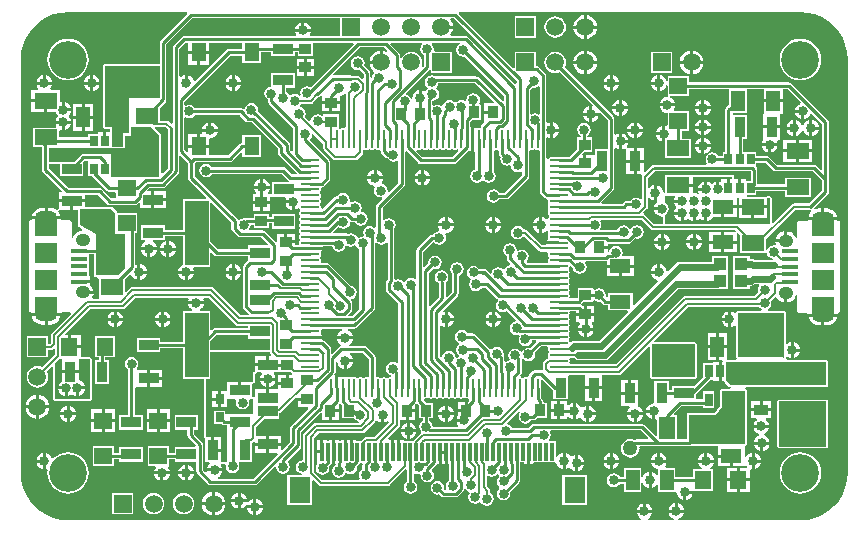
<source format=gtl>
G04 Layer_Physical_Order=1*
G04 Layer_Color=255*
%FSLAX44Y44*%
%MOMM*%
G71*
G01*
G75*
%ADD10C,1.2700*%
%ADD11R,1.1000X1.1000*%
%ADD12R,0.6500X1.1000*%
%ADD13R,1.7000X0.9500*%
%ADD14R,0.3048X1.4986*%
%ADD15R,1.8034X2.2098*%
%ADD16R,1.0000X0.9000*%
%ADD17R,0.7000X0.8500*%
%ADD18R,1.4000X1.5000*%
%ADD19R,0.9500X1.7000*%
%ADD20R,2.0000X5.5000*%
%ADD21R,1.3500X0.4000*%
%ADD22R,1.9000X1.8000*%
%ADD23R,0.9000X1.0000*%
%ADD24R,1.1500X1.8000*%
%ADD25R,1.9000X1.3500*%
%ADD26R,1.8000X1.1500*%
%ADD27R,1.5000X1.4000*%
%ADD28R,0.6500X0.9000*%
%ADD29R,1.3500X1.9000*%
%ADD30R,3.5600X1.4000*%
%ADD31R,1.2200X0.9100*%
%ADD32R,1.3000X1.5500*%
%ADD33O,1.5500X0.2500*%
%ADD34O,0.2500X1.5500*%
%ADD35C,0.2540*%
%ADD36C,0.2100*%
%ADD37C,0.5600*%
%ADD38C,0.2010*%
%ADD39R,1.9000X1.4880*%
%ADD40C,1.5000*%
%ADD41R,1.5000X1.5000*%
%ADD42O,1.2500X1.0500*%
%ADD43O,1.9000X1.2250*%
%ADD44C,3.2000*%
%ADD45R,1.5000X1.5000*%
%ADD46C,0.8400*%
G36*
X861427Y863660D02*
X862500Y863446D01*
X863573Y863660D01*
X864142Y864040D01*
X865000Y864182D01*
X865858Y864040D01*
X866427Y863660D01*
X867500Y863446D01*
X868573Y863660D01*
X869254Y864115D01*
X870311Y863818D01*
X870506Y862565D01*
X865265Y857324D01*
X839735D01*
X834927Y862132D01*
X835051Y863396D01*
X835232Y863518D01*
X836317Y863733D01*
X836427Y863660D01*
X837500Y863446D01*
X838573Y863660D01*
X839142Y864040D01*
X840000Y864182D01*
X840858Y864040D01*
X841427Y863660D01*
X842500Y863446D01*
X843573Y863660D01*
X844483Y864267D01*
X845517D01*
X846427Y863660D01*
X847500Y863446D01*
X848573Y863660D01*
X849142Y864040D01*
X850000Y864182D01*
X850858Y864040D01*
X851427Y863660D01*
X852500Y863446D01*
X853573Y863660D01*
X854142Y864040D01*
X855000Y864182D01*
X855858Y864040D01*
X856427Y863660D01*
X857500Y863446D01*
X858573Y863660D01*
X859483Y864267D01*
X860517D01*
X861427Y863660D01*
D02*
G37*
G36*
X576750Y860250D02*
X552000Y860250D01*
X549500Y857750D01*
X545250Y853500D01*
X523574D01*
X523574Y864750D01*
X576750Y864750D01*
X576750Y860250D01*
D02*
G37*
G36*
X617500Y907250D02*
X591250D01*
X591250Y877500D01*
X586100Y877500D01*
X586100Y866250D01*
X577040D01*
Y880460D01*
Y883000D01*
X571250D01*
Y934750D01*
X617500D01*
Y907250D01*
D02*
G37*
G36*
X617250Y875750D02*
Y864000D01*
X617250Y840750D01*
X594500Y840750D01*
X576750Y840750D01*
Y864750D01*
X588250D01*
Y875250D01*
X593500Y875250D01*
X593500Y883250D01*
X609750Y883250D01*
X617250Y875750D01*
D02*
G37*
G36*
X624426Y880944D02*
Y848003D01*
X620047Y843624D01*
X618874Y844110D01*
X618873Y864000D01*
Y875750D01*
X618398Y876898D01*
X613416Y881880D01*
X613942Y883150D01*
X622219D01*
X624426Y880944D01*
D02*
G37*
G36*
X845858Y653540D02*
X846427Y653160D01*
X847500Y652946D01*
X848573Y653160D01*
X849142Y653540D01*
X850000Y653682D01*
X850858Y653540D01*
X851427Y653160D01*
X852500Y652946D01*
X853573Y653160D01*
X854142Y653540D01*
X855000Y653682D01*
X855858Y653540D01*
X856427Y653160D01*
X857500Y652946D01*
X858573Y653160D01*
X859142Y653540D01*
X860000Y653682D01*
X860858Y653540D01*
X861427Y653160D01*
X862500Y652946D01*
X863573Y653160D01*
X864142Y653540D01*
X865000Y653682D01*
X865858Y653540D01*
X866427Y653160D01*
X867500Y652946D01*
X868573Y653160D01*
X869142Y653540D01*
X870000Y653682D01*
X870858Y653540D01*
X871427Y653160D01*
X872500Y652946D01*
X873573Y653160D01*
X874142Y653540D01*
X875000Y653682D01*
X875858Y653540D01*
X876427Y653160D01*
X877500Y652946D01*
X878041Y653054D01*
X879202Y652247D01*
X879266Y651260D01*
X878296Y650290D01*
X878270D01*
Y642750D01*
X877000D01*
Y641480D01*
X869960D01*
Y638332D01*
X869631Y637903D01*
X868952Y636264D01*
X868887Y635774D01*
X875518D01*
Y633234D01*
X868887D01*
X868952Y632745D01*
X869631Y631105D01*
X870384Y630124D01*
X869824Y628854D01*
X849136D01*
X848812Y629250D01*
X848369Y631474D01*
X847110Y633359D01*
X845824Y634218D01*
Y636250D01*
X849000D01*
Y649250D01*
X842994D01*
X840937Y651307D01*
X840995Y652116D01*
X842251Y652996D01*
X842500Y652946D01*
X843573Y653160D01*
X844142Y653540D01*
X845000Y653682D01*
X845858Y653540D01*
D02*
G37*
G36*
X1102500Y838540D02*
X1100270D01*
Y831500D01*
X1097730D01*
Y838540D01*
X1093210D01*
Y837109D01*
X1092154Y836404D01*
X1091760Y836567D01*
X1091271Y836631D01*
Y830000D01*
X1088731D01*
Y836631D01*
X1088241Y836567D01*
X1086601Y835888D01*
X1085958Y835394D01*
X1085001Y834906D01*
X1084043Y835394D01*
X1083400Y835888D01*
X1081760Y836567D01*
X1081271Y836631D01*
Y830000D01*
X1080001D01*
Y828730D01*
X1073370D01*
X1073434Y828241D01*
X1073949Y826998D01*
X1073003Y826052D01*
X1071760Y826567D01*
X1070001Y826799D01*
X1069745Y826765D01*
X1068790Y827602D01*
Y832480D01*
X1056750D01*
Y835020D01*
X1068790D01*
Y840750D01*
X1102500D01*
Y838540D01*
D02*
G37*
G36*
X557000Y853250D02*
X557000Y853250D01*
X557000Y853250D01*
Y841250D01*
X560256D01*
X572503Y829003D01*
X572503Y829003D01*
X573419Y828391D01*
X574500Y828176D01*
X579852D01*
X580750Y827278D01*
Y823000D01*
X579656Y822574D01*
X576436D01*
X568643Y830367D01*
X567727Y830979D01*
X566646Y831194D01*
X566646Y831194D01*
X540300D01*
X523574Y847920D01*
Y851876D01*
X533000D01*
Y841000D01*
X553000D01*
Y853256D01*
X554170Y854426D01*
X556772D01*
X557000Y853250D01*
D02*
G37*
G36*
X1118000Y845244D02*
Y837500D01*
X1114290D01*
Y838540D01*
X1109770D01*
Y831500D01*
X1107230D01*
Y838540D01*
X1104124D01*
Y840750D01*
X1103648Y841898D01*
X1102500Y842374D01*
X1068790D01*
X1067803Y841965D01*
X1067750Y842000D01*
Y842000D01*
X1045750D01*
Y827208D01*
X1045294Y826983D01*
X1045001Y827046D01*
X1043982Y827752D01*
X1043817Y829009D01*
X1043137Y830649D01*
X1042057Y832057D01*
X1040649Y833137D01*
X1039009Y833817D01*
X1038520Y833881D01*
Y827250D01*
Y820334D01*
X1038911Y819389D01*
X1037963Y818662D01*
X1036883Y817254D01*
X1036204Y815614D01*
X1036139Y815125D01*
X1042770D01*
Y812585D01*
X1036139D01*
X1036204Y812095D01*
X1036883Y810456D01*
X1037963Y809048D01*
X1039371Y807968D01*
X1041011Y807289D01*
X1042770Y807057D01*
X1043626Y806306D01*
Y800850D01*
X1036327D01*
X1028576Y808601D01*
X1027733Y809164D01*
X1027493Y809212D01*
X1027075Y810590D01*
X1030088Y813603D01*
X1030652Y814447D01*
X1030850Y815442D01*
Y822433D01*
X1032120Y822864D01*
X1032443Y822443D01*
X1033851Y821363D01*
X1035490Y820684D01*
X1035980Y820619D01*
Y827250D01*
Y833881D01*
X1035490Y833817D01*
X1033851Y833137D01*
X1032443Y832057D01*
X1032120Y831636D01*
X1030850Y832067D01*
Y839673D01*
X1036583Y845406D01*
X1117838D01*
X1118000Y845244D01*
D02*
G37*
G36*
X1166277Y979630D02*
X1172399Y978160D01*
X1178216Y975751D01*
X1183584Y972461D01*
X1188372Y968372D01*
X1192461Y963584D01*
X1195751Y958216D01*
X1198160Y952399D01*
X1199630Y946277D01*
X1200114Y940123D01*
X1200000Y940000D01*
X1200000D01*
X1200124Y590000D01*
X1199630Y583723D01*
X1198160Y577601D01*
X1195751Y571784D01*
X1192461Y566416D01*
X1188372Y561628D01*
X1183584Y557539D01*
X1178216Y554249D01*
X1172399Y551840D01*
X1166277Y550370D01*
X1160123Y549886D01*
X1160000Y550000D01*
Y550000D01*
X1057075Y549980D01*
X1056779Y551163D01*
X1058419Y551843D01*
X1059827Y552923D01*
X1060907Y554331D01*
X1061587Y555970D01*
X1061651Y556460D01*
X1048389D01*
X1048454Y555970D01*
X1049133Y554331D01*
X1050213Y552923D01*
X1051621Y551843D01*
X1053260Y551163D01*
X1052966Y549979D01*
X1030899Y549974D01*
X1030646Y551244D01*
X1031439Y551573D01*
X1032847Y552653D01*
X1033927Y554061D01*
X1034606Y555700D01*
X1034671Y556190D01*
X1021409D01*
X1021473Y555700D01*
X1022153Y554061D01*
X1023233Y552653D01*
X1024641Y551573D01*
X1025436Y551243D01*
X1025184Y549973D01*
X540000Y549876D01*
X533723Y550370D01*
X527601Y551840D01*
X521784Y554249D01*
X516416Y557539D01*
X511628Y561628D01*
X507539Y566416D01*
X504249Y571784D01*
X501840Y577601D01*
X500370Y583723D01*
X499886Y589877D01*
X500000Y590000D01*
X500000D01*
X499876Y940000D01*
X500370Y946277D01*
X501840Y952399D01*
X504249Y958216D01*
X507539Y963584D01*
X511628Y968372D01*
X516416Y972461D01*
X521784Y975751D01*
X527601Y978160D01*
X533723Y979630D01*
X539877Y980114D01*
X540000Y980000D01*
Y980000D01*
X640480Y980020D01*
X641006Y978750D01*
X618503Y956247D01*
X617891Y955331D01*
X617676Y954250D01*
X617676Y954250D01*
Y936491D01*
X617500Y936374D01*
X571250D01*
X570102Y935898D01*
X569626Y934750D01*
Y883000D01*
X570102Y881852D01*
X571250Y881376D01*
X575416D01*
Y878290D01*
X572520D01*
Y871250D01*
X569980D01*
Y878290D01*
X565460D01*
Y877250D01*
X557000D01*
Y874074D01*
X532000D01*
Y879804D01*
X533270Y880585D01*
X534240Y880183D01*
X534730Y880119D01*
Y885480D01*
X529369D01*
X529434Y884990D01*
X530042Y883520D01*
X529554Y882250D01*
X510000D01*
Y865750D01*
X517926D01*
Y846750D01*
X517926Y846750D01*
X518141Y845669D01*
X518753Y844753D01*
X534793Y828713D01*
X534306Y827540D01*
X531960D01*
Y821520D01*
X554040D01*
Y825546D01*
X565476D01*
X573269Y817753D01*
X573269Y817753D01*
X574185Y817141D01*
X575266Y816926D01*
X575266Y816926D01*
X596417D01*
X596417Y816926D01*
X597498Y817141D01*
X598414Y817753D01*
X599537Y818875D01*
X600710Y818389D01*
Y813960D01*
X610480D01*
Y821250D01*
Y828540D01*
X607526D01*
X607040Y829713D01*
X608442Y831116D01*
X620071D01*
X620071Y831116D01*
X621152Y831331D01*
X622068Y831943D01*
X633497Y843372D01*
X633497Y843372D01*
X634109Y844288D01*
X634324Y845369D01*
X634324Y845369D01*
Y858006D01*
X635498Y858492D01*
X641676Y852314D01*
Y840016D01*
X641676Y840016D01*
X641891Y838935D01*
X642503Y838019D01*
X657098Y823423D01*
X656612Y822250D01*
X637500D01*
Y796074D01*
X621750D01*
Y799500D01*
X601750D01*
Y787000D01*
X605072D01*
X605325Y785730D01*
X605101Y785637D01*
X603693Y784557D01*
X602613Y783149D01*
X601934Y781509D01*
X601869Y781020D01*
X615131D01*
X615066Y781509D01*
X614387Y783149D01*
X613307Y784557D01*
X611899Y785637D01*
X611675Y785730D01*
X611928Y787000D01*
X621750D01*
Y790426D01*
X637500D01*
Y766260D01*
X636601Y765887D01*
X635193Y764807D01*
X634113Y763399D01*
X633433Y761759D01*
X633369Y761270D01*
X646631D01*
X646566Y761759D01*
X646061Y762980D01*
X646696Y764250D01*
X660500D01*
Y776096D01*
X661673Y776582D01*
X663753Y774503D01*
X663753Y774503D01*
X664669Y773891D01*
X665750Y773676D01*
X665750Y773676D01*
X692250D01*
Y770250D01*
X691710Y769204D01*
X688883Y766377D01*
X688271Y765461D01*
X688056Y764380D01*
X688056Y764380D01*
Y760177D01*
X687912Y760168D01*
Y759832D01*
X688056Y759822D01*
Y730854D01*
X688056Y730854D01*
X688271Y729773D01*
X688883Y728857D01*
X692870Y724870D01*
X692344Y723600D01*
X685982D01*
X663143Y746438D01*
X662300Y747002D01*
X661305Y747200D01*
X594456D01*
X593461Y747002D01*
X592618Y746439D01*
X589173Y742994D01*
X588000Y743480D01*
Y754006D01*
X592260Y758266D01*
X593608Y757818D01*
X594113Y756601D01*
X595193Y755193D01*
X596601Y754112D01*
X598241Y753433D01*
X598730Y753369D01*
Y760000D01*
Y766631D01*
X598241Y766566D01*
X597880Y766417D01*
X596824Y767123D01*
Y793000D01*
X598750D01*
Y810000D01*
X581774D01*
Y810100D01*
X581298Y811248D01*
X577648Y814898D01*
X576500Y815374D01*
X554040D01*
Y818980D01*
X544270D01*
Y812960D01*
X548126D01*
Y799500D01*
X548214Y799289D01*
X548186Y799062D01*
X548443Y798736D01*
X548602Y798352D01*
X548813Y798265D01*
X548954Y798085D01*
X551989Y796377D01*
X551910Y795494D01*
X551698Y795084D01*
X549841Y794839D01*
X547946Y794054D01*
X546319Y792806D01*
X545070Y791179D01*
X544286Y789284D01*
X544274Y789194D01*
X543004Y789277D01*
Y802500D01*
X542528Y803648D01*
X541380Y804124D01*
X534472D01*
X534050Y804605D01*
X509201D01*
X508778Y804123D01*
X508379D01*
X507231Y803647D01*
X506755Y802499D01*
Y727499D01*
X507231Y726351D01*
X508379Y725875D01*
X508778D01*
X509199Y725395D01*
X534050D01*
X534472Y725876D01*
X541380D01*
X541510Y725930D01*
X542229Y724854D01*
X526012Y708636D01*
X525448Y707792D01*
X525250Y706797D01*
Y700183D01*
X524417Y699350D01*
X523000D01*
Y705750D01*
X505000D01*
Y687750D01*
X523000D01*
Y694150D01*
X525494D01*
X526489Y694348D01*
X527332Y694912D01*
X527677Y695256D01*
X528850Y694770D01*
Y689877D01*
X518288Y679315D01*
X516349Y680118D01*
X514000Y680428D01*
X511651Y680118D01*
X509461Y679211D01*
X507581Y677769D01*
X506138Y675889D01*
X505232Y673699D01*
X504922Y671350D01*
X505232Y669000D01*
X506138Y666811D01*
X507581Y664931D01*
X509461Y663488D01*
X511651Y662582D01*
X514000Y662272D01*
X516349Y662582D01*
X518539Y663488D01*
X520419Y664931D01*
X521861Y666811D01*
X522768Y669000D01*
X523078Y671350D01*
X522768Y673699D01*
X521965Y675638D01*
X526453Y680126D01*
X527626Y679640D01*
Y652250D01*
X528102Y651102D01*
X529250Y650626D01*
X558250D01*
X559398Y651102D01*
X559874Y652250D01*
Y686250D01*
X559398Y687398D01*
X558250Y687874D01*
X550540D01*
Y695480D01*
X541000D01*
Y696750D01*
X539730D01*
Y706790D01*
X538270D01*
X537784Y707963D01*
X558571Y728750D01*
X586297D01*
X587292Y728948D01*
X588136Y729512D01*
X597024Y738400D01*
X641454D01*
X642148Y737130D01*
X641684Y736010D01*
X641619Y735520D01*
X654881D01*
X654817Y736010D01*
X654352Y737130D01*
X655046Y738400D01*
X658737D01*
X681926Y715211D01*
X682769Y714648D01*
X683764Y714450D01*
X692250D01*
Y712574D01*
X664500D01*
X664500Y712574D01*
X663419Y712359D01*
X662503Y711747D01*
X662503Y711747D01*
X661673Y710918D01*
X660500Y711404D01*
Y727250D01*
X652196D01*
X651965Y727719D01*
X651854Y728520D01*
X653057Y729443D01*
X654137Y730851D01*
X654817Y732490D01*
X654881Y732980D01*
X641619D01*
X641684Y732490D01*
X642363Y730851D01*
X643443Y729443D01*
X644646Y728520D01*
X644535Y727719D01*
X644304Y727250D01*
X637500D01*
Y701074D01*
X618250D01*
Y704500D01*
X598250D01*
Y692000D01*
X618250D01*
Y695426D01*
X637500D01*
Y669250D01*
X655126D01*
Y665750D01*
Y620040D01*
X655602Y618892D01*
X656250Y618624D01*
Y599000D01*
X659313D01*
X659744Y597730D01*
X659193Y597307D01*
X658113Y595899D01*
X657433Y594259D01*
X657369Y593770D01*
X670631D01*
X670566Y594259D01*
X669887Y595899D01*
X669255Y596723D01*
X669563Y597387D01*
X669971Y597876D01*
X672616D01*
X673658Y596606D01*
X673438Y595500D01*
X673881Y593276D01*
X675141Y591390D01*
X677026Y590131D01*
X679250Y589688D01*
X681474Y590131D01*
X683360Y591390D01*
X684619Y593276D01*
X685062Y595500D01*
X684619Y597724D01*
X684515Y597880D01*
X685114Y599000D01*
X695750D01*
Y615477D01*
X696827Y616175D01*
X697960Y615743D01*
Y615520D01*
X707730D01*
Y621540D01*
X699150D01*
Y628723D01*
X706427Y636000D01*
X719000D01*
Y640450D01*
X719745Y640598D01*
X720588Y641162D01*
X733287Y653860D01*
X733503Y653770D01*
X742000D01*
Y651230D01*
X734460D01*
Y645460D01*
X742724D01*
X743210Y644287D01*
X728753Y629830D01*
X728141Y628913D01*
X727926Y627833D01*
X727926Y627832D01*
Y616258D01*
X721213Y609546D01*
X720040Y610032D01*
Y612980D01*
X710270D01*
Y606960D01*
X716968D01*
X717454Y605787D01*
X696742Y585074D01*
X667004D01*
X666751Y586344D01*
X667399Y586613D01*
X668807Y587693D01*
X669887Y589101D01*
X670566Y590741D01*
X670631Y591230D01*
X657369D01*
X657377Y591169D01*
X656174Y590576D01*
X654344Y592406D01*
Y613980D01*
X654344Y613980D01*
X654129Y615061D01*
X653517Y615977D01*
X653517Y615977D01*
X646574Y622920D01*
Y626500D01*
X650250D01*
Y639000D01*
X630250D01*
Y626500D01*
X640926D01*
Y621750D01*
X640926Y621750D01*
X641141Y620669D01*
X641753Y619753D01*
X648236Y613270D01*
X647710Y612000D01*
X630250D01*
Y607074D01*
X625500D01*
Y612750D01*
X607500D01*
Y595750D01*
X613624D01*
X614250Y594480D01*
X613613Y593649D01*
X612934Y592010D01*
X612869Y591520D01*
X626131D01*
X626067Y592010D01*
X625387Y593649D01*
X624750Y594480D01*
X625376Y595750D01*
X625500D01*
Y601426D01*
X630250D01*
Y599500D01*
X648696D01*
Y591236D01*
X648696Y591236D01*
X648911Y590155D01*
X649523Y589239D01*
X658509Y580253D01*
X659425Y579641D01*
X660506Y579426D01*
X697911D01*
X697912Y579426D01*
X698992Y579641D01*
X699909Y580253D01*
X715076Y595420D01*
X716232Y594780D01*
X716631Y592776D01*
X717890Y590891D01*
X719776Y589631D01*
X722000Y589188D01*
X724224Y589631D01*
X726109Y590891D01*
X727369Y592776D01*
X727812Y595000D01*
X727369Y597224D01*
X726109Y599109D01*
X725964Y599207D01*
X725840Y600471D01*
X736787Y611418D01*
X736787Y611418D01*
X737399Y612334D01*
X737614Y613415D01*
X737614Y613415D01*
Y624989D01*
X753787Y641162D01*
X754960Y640676D01*
Y635210D01*
X760730D01*
Y642750D01*
X762000D01*
Y644020D01*
X769040D01*
Y648046D01*
X769184Y648190D01*
X769715Y648316D01*
X770285D01*
X770816Y648190D01*
X772000Y647006D01*
Y636250D01*
X782482D01*
X783391Y634891D01*
X785276Y633631D01*
X786050Y633477D01*
X786078Y633407D01*
X785959Y632200D01*
X749509D01*
X748514Y632002D01*
X747670Y631438D01*
X739662Y623430D01*
X739098Y622586D01*
X738900Y621591D01*
Y601133D01*
X738512Y600814D01*
X736288Y600371D01*
X734402Y599112D01*
X733142Y597226D01*
X732700Y595002D01*
X733142Y592778D01*
X734402Y590893D01*
X736288Y589633D01*
X738127Y589267D01*
X738002Y587997D01*
X725651D01*
Y562899D01*
X746685D01*
Y583479D01*
X747858Y583965D01*
X752160Y579663D01*
X753003Y579100D01*
X753998Y578902D01*
X810502D01*
X811497Y579100D01*
X812340Y579663D01*
X825686Y593009D01*
X826956Y592483D01*
Y582821D01*
X825891Y582109D01*
X824631Y580224D01*
X824188Y578000D01*
X824631Y575776D01*
X825891Y573890D01*
X827776Y572631D01*
X830000Y572188D01*
X832224Y572631D01*
X834109Y573890D01*
X835369Y575776D01*
X835812Y578000D01*
X835369Y580224D01*
X834109Y582109D01*
X832604Y583115D01*
Y589318D01*
X833874Y589996D01*
X834792Y589383D01*
X837016Y588941D01*
X837640Y589064D01*
X838538Y588166D01*
X838455Y587752D01*
X838897Y585528D01*
X840157Y583642D01*
X842043Y582383D01*
X844267Y581940D01*
X846491Y582383D01*
X848376Y583642D01*
X849636Y585528D01*
X850078Y587752D01*
X849636Y589976D01*
X848376Y591861D01*
X848297Y591914D01*
X848172Y593178D01*
X851957Y596963D01*
X851957Y596963D01*
X852569Y597879D01*
X852579Y597927D01*
X853770D01*
Y607960D01*
X856310D01*
Y597927D01*
X858850D01*
Y607960D01*
X861390D01*
Y597927D01*
X862122D01*
Y583848D01*
X861391Y583359D01*
X860131Y581474D01*
X859688Y579250D01*
X860131Y577026D01*
X860242Y576860D01*
X859623Y575593D01*
X859393Y575568D01*
X858391Y576640D01*
X858562Y577500D01*
X858119Y579724D01*
X856859Y581609D01*
X854974Y582869D01*
X852750Y583312D01*
X850526Y582869D01*
X848641Y581609D01*
X847381Y579724D01*
X846938Y577500D01*
X847381Y575276D01*
X848641Y573391D01*
X850526Y572131D01*
X852750Y571688D01*
X854266Y571990D01*
X855973Y570283D01*
X856889Y569671D01*
X857970Y569456D01*
X857970Y569456D01*
X868387D01*
X868387Y569456D01*
X869468Y569671D01*
X870384Y570283D01*
X874467Y574366D01*
X874467Y574366D01*
X875079Y575282D01*
X875223Y576004D01*
X876233Y576325D01*
X876544Y576313D01*
X877159Y575392D01*
X879045Y574132D01*
X879372Y574067D01*
X879957Y572656D01*
X879381Y571794D01*
X878938Y569570D01*
X879381Y567346D01*
X880640Y565461D01*
X882526Y564201D01*
X884750Y563758D01*
X886974Y564201D01*
X888859Y565461D01*
X889964Y564827D01*
X890540Y563964D01*
X892426Y562704D01*
X894650Y562261D01*
X896874Y562704D01*
X898760Y563964D01*
X900019Y565849D01*
X900462Y568073D01*
X900019Y570297D01*
X898760Y572183D01*
X897250Y573191D01*
Y574517D01*
X897350Y575020D01*
X897152Y576015D01*
X896589Y576858D01*
X896588Y576858D01*
X894369Y579078D01*
Y587295D01*
X895639Y587974D01*
X896526Y587381D01*
X898750Y586938D01*
X900974Y587381D01*
X902859Y588641D01*
X903115Y589023D01*
X904385D01*
X904641Y588641D01*
X905023Y588385D01*
Y587115D01*
X904641Y586860D01*
X903381Y584974D01*
X902938Y582750D01*
X903381Y580526D01*
X904641Y578641D01*
X905210Y578260D01*
Y576990D01*
X904641Y576609D01*
X903381Y574724D01*
X902938Y572500D01*
X903381Y570276D01*
X904641Y568391D01*
X906526Y567131D01*
X908750Y566688D01*
X910974Y567131D01*
X912859Y568391D01*
X914119Y570276D01*
X914562Y572500D01*
X914260Y574016D01*
X922061Y581817D01*
X922061Y581817D01*
X922673Y582733D01*
X922888Y583814D01*
Y598967D01*
X925906D01*
Y597927D01*
X928700D01*
Y607960D01*
X931240D01*
Y597927D01*
X934034D01*
Y598069D01*
X934932Y598967D01*
X952501Y598967D01*
X953397Y598269D01*
X953571Y597909D01*
X954112Y596601D01*
X955193Y595193D01*
X956601Y594113D01*
X958240Y593433D01*
X958730Y593369D01*
Y600000D01*
Y606631D01*
X958240Y606567D01*
X956601Y605887D01*
X955193Y604807D01*
X954330Y603683D01*
X953065Y604003D01*
X953060Y604006D01*
Y616953D01*
X947835D01*
X947351Y618223D01*
X948391Y619780D01*
X948833Y622004D01*
X948391Y624227D01*
X947955Y624879D01*
X948634Y626149D01*
X1024689D01*
X1031361Y619478D01*
X1030875Y618304D01*
X1020730D01*
X1019649Y618089D01*
X1019322Y617871D01*
X1018049Y618398D01*
X1016000Y618668D01*
X1013951Y618398D01*
X1012041Y617607D01*
X1010401Y616349D01*
X1009143Y614709D01*
X1008352Y612799D01*
X1008082Y610750D01*
X1008352Y608701D01*
X1009143Y606791D01*
X1010401Y605151D01*
X1012041Y603893D01*
X1013951Y603102D01*
X1016000Y602832D01*
X1018049Y603102D01*
X1019959Y603893D01*
X1021599Y605151D01*
X1022857Y606791D01*
X1023648Y608701D01*
X1023918Y610750D01*
X1023792Y611701D01*
X1024630Y612656D01*
X1065980D01*
X1065980Y612656D01*
X1067061Y612871D01*
X1067069Y612876D01*
X1088829D01*
X1089960Y612540D01*
X1089960Y611606D01*
Y605520D01*
X1101500D01*
Y604250D01*
X1102770D01*
Y595960D01*
X1113040D01*
Y596014D01*
X1113209Y596107D01*
X1114310Y596344D01*
X1115103Y595310D01*
X1115002Y594816D01*
X1114609Y594040D01*
X1108770D01*
Y585270D01*
X1117040D01*
Y592788D01*
X1117975Y593413D01*
X1118310Y593424D01*
X1118730Y593369D01*
Y600000D01*
Y606631D01*
X1118240Y606567D01*
X1116601Y605887D01*
X1115193Y604807D01*
X1114310Y603656D01*
X1113209Y603893D01*
X1113040Y603986D01*
Y611623D01*
X1113040Y612540D01*
X1113999Y613290D01*
X1114148Y613352D01*
X1114624Y614500D01*
Y659360D01*
X1114723Y659599D01*
X1114247Y660747D01*
X1114222Y660758D01*
X1113380Y661106D01*
X1113633Y662376D01*
X1181875D01*
X1181879Y662378D01*
X1181883Y662376D01*
X1183023Y662852D01*
X1183025Y662856D01*
X1183029Y662858D01*
X1183499Y664000D01*
X1183497Y664004D01*
X1183499Y664008D01*
X1183398Y684407D01*
X1183159Y684976D01*
X1182932Y685523D01*
X1182929Y685530D01*
X1182929D01*
X1182922Y685547D01*
X1182918Y685549D01*
X1182916Y685553D01*
X1181774Y686023D01*
X1181770Y686021D01*
X1181766Y686023D01*
X1181411Y685874D01*
X1148410D01*
X1147648Y686873D01*
X1147864Y688092D01*
X1148981Y688588D01*
X1149601Y688113D01*
X1151240Y687433D01*
X1151730Y687369D01*
Y694000D01*
Y700631D01*
X1151240Y700566D01*
X1149601Y699887D01*
X1148894Y699345D01*
X1147624Y699971D01*
Y725750D01*
X1147148Y726898D01*
X1146000Y727374D01*
X1132753D01*
X1132367Y728644D01*
X1133859Y729641D01*
X1135119Y731526D01*
X1135562Y733750D01*
X1135208Y735531D01*
X1138478Y738802D01*
X1139724Y738554D01*
X1139820Y738321D01*
X1141069Y736694D01*
X1142696Y735445D01*
X1144591Y734660D01*
X1146355Y734428D01*
Y742250D01*
X1148895D01*
Y734428D01*
X1150659Y734660D01*
X1152554Y735445D01*
X1154181Y736694D01*
X1155430Y738321D01*
X1156215Y740216D01*
X1156226Y740306D01*
X1157496Y740223D01*
Y727000D01*
X1157972Y725852D01*
X1159120Y725376D01*
X1166028D01*
X1166450Y724895D01*
X1191301D01*
X1191722Y725375D01*
X1192120D01*
X1193268Y725851D01*
X1193744Y726999D01*
Y801999D01*
X1193268Y803147D01*
X1192120Y803622D01*
X1191722D01*
X1191299Y804105D01*
X1166450D01*
X1166028Y803624D01*
X1159120D01*
X1157972Y803148D01*
X1157496Y802000D01*
Y788776D01*
X1156227Y788692D01*
X1156215Y788784D01*
X1155430Y790679D01*
X1154181Y792306D01*
X1152554Y793555D01*
X1150659Y794340D01*
X1148895Y794572D01*
Y786750D01*
X1147625D01*
Y785480D01*
X1138935D01*
X1139035Y784716D01*
X1139449Y783719D01*
X1138535Y782606D01*
X1137500Y782812D01*
X1135276Y782369D01*
X1133391Y781109D01*
X1132131Y779224D01*
X1132020Y778667D01*
X1130750Y778792D01*
Y788073D01*
X1155577Y812900D01*
X1167405D01*
X1167419Y812891D01*
X1168500Y812676D01*
X1168763Y812728D01*
X1169303Y811590D01*
X1169310Y811542D01*
X1167931Y809745D01*
X1167058Y807637D01*
X1166927Y806645D01*
X1177605D01*
Y814115D01*
X1175500D01*
X1173238Y813817D01*
X1172161Y813371D01*
X1171442Y814448D01*
X1183247Y826253D01*
X1183859Y827169D01*
X1184074Y828250D01*
X1184074Y828250D01*
Y838750D01*
Y886750D01*
X1184074Y886750D01*
X1183859Y887831D01*
X1183247Y888747D01*
X1152247Y919747D01*
X1151331Y920359D01*
X1150250Y920574D01*
X1150250Y920574D01*
X1065750D01*
Y926250D01*
X1047750D01*
Y922056D01*
X1046566Y921759D01*
X1045887Y923399D01*
X1044807Y924807D01*
X1043399Y925887D01*
X1041759Y926566D01*
X1041270Y926631D01*
Y920000D01*
Y913369D01*
X1041759Y913433D01*
X1043399Y914112D01*
X1044807Y915193D01*
X1045887Y916601D01*
X1046566Y918240D01*
X1047750Y917944D01*
Y909546D01*
X1047664Y909115D01*
X1047107Y908246D01*
X1045741Y908066D01*
X1044101Y907387D01*
X1042693Y906307D01*
X1041613Y904899D01*
X1040934Y903260D01*
X1040869Y902770D01*
X1054131D01*
X1054066Y903260D01*
X1053387Y904899D01*
X1052307Y906307D01*
X1050899Y907387D01*
X1049259Y908066D01*
X1049556Y909250D01*
X1065750D01*
Y914926D01*
X1100000D01*
Y901994D01*
X1097003Y898997D01*
X1096391Y898081D01*
X1096176Y897000D01*
X1096176Y897000D01*
Y861500D01*
X1094250D01*
Y858324D01*
X1090468D01*
X1089610Y859610D01*
X1087724Y860869D01*
X1085500Y861312D01*
X1083276Y860869D01*
X1081391Y859610D01*
X1080131Y857724D01*
X1079688Y855500D01*
X1080131Y853276D01*
X1080767Y852324D01*
X1080088Y851054D01*
X1035730D01*
X1034649Y850839D01*
X1033733Y850227D01*
X1033121Y849311D01*
X1033117Y849294D01*
X1028463Y844640D01*
X1027290Y845126D01*
Y852730D01*
X1021270D01*
Y842960D01*
X1025132D01*
X1025842Y841754D01*
X1025837Y841690D01*
X1025650Y840750D01*
Y821965D01*
X1024380Y821543D01*
X1022749Y822632D01*
X1020525Y823075D01*
X1018301Y822632D01*
X1016416Y821373D01*
X1015557Y820087D01*
X1012525D01*
X1012525Y820087D01*
X1011444Y819872D01*
X1010528Y819260D01*
X1010528Y819260D01*
X1009092Y817824D01*
X991972D01*
X991445Y819094D01*
X1001741Y829390D01*
X1002353Y830306D01*
X1002568Y831387D01*
X1002568Y831387D01*
Y864509D01*
X1003838Y865136D01*
X1004331Y864758D01*
X1005971Y864079D01*
X1006460Y864014D01*
Y870645D01*
Y877276D01*
X1005971Y877212D01*
X1004331Y876532D01*
X1003838Y876154D01*
X1002568Y876781D01*
Y890006D01*
X1002568Y890006D01*
X1002353Y891087D01*
X1001741Y892003D01*
X960414Y933330D01*
X961168Y935151D01*
X961478Y937500D01*
X961168Y939849D01*
X960262Y942039D01*
X958819Y943919D01*
X956939Y945361D01*
X954750Y946268D01*
X952400Y946578D01*
X950051Y946268D01*
X947861Y945361D01*
X945981Y943919D01*
X944538Y942039D01*
X943632Y939849D01*
X943322Y937500D01*
X943632Y935151D01*
X944538Y932961D01*
X945981Y931081D01*
X947861Y929639D01*
X950051Y928732D01*
X952400Y928422D01*
X954750Y928732D01*
X956358Y929398D01*
X984143Y901613D01*
X983770Y900856D01*
Y895020D01*
X989606D01*
X990363Y895393D01*
X996920Y888836D01*
Y864000D01*
X985750D01*
Y860016D01*
X985040Y859040D01*
X978770D01*
Y852000D01*
X976230D01*
Y859040D01*
X975193D01*
X974707Y860213D01*
X976494Y862000D01*
X984000D01*
Y874000D01*
X979574D01*
Y875532D01*
X980860Y876391D01*
X982119Y878276D01*
X982562Y880500D01*
X982119Y882724D01*
X980860Y884610D01*
X978974Y885869D01*
X976750Y886312D01*
X974526Y885869D01*
X972641Y884610D01*
X971381Y882724D01*
X970938Y880500D01*
X971381Y878276D01*
X972641Y876391D01*
X973926Y875532D01*
Y874000D01*
X971000D01*
Y864494D01*
X964330Y857824D01*
X955250D01*
X955147Y857804D01*
X948750D01*
X947677Y857590D01*
X946767Y856983D01*
X946214Y856155D01*
X946121Y856142D01*
X944944Y856859D01*
Y873610D01*
X946214Y874212D01*
X947490Y873683D01*
X947980Y873619D01*
Y880250D01*
Y886881D01*
X947490Y886816D01*
X946314Y886329D01*
X945230Y886894D01*
X945044Y887119D01*
Y926177D01*
X944829Y927257D01*
X944217Y928174D01*
X944217Y928174D01*
X938804Y933586D01*
X937888Y934199D01*
X936807Y934414D01*
X936000Y935285D01*
Y946500D01*
X918000D01*
Y933236D01*
X916827Y932750D01*
X870781Y978796D01*
X871307Y980066D01*
X1160000Y980124D01*
X1166277Y979630D01*
D02*
G37*
G36*
X1160266Y903740D02*
X1159818Y902392D01*
X1158601Y901887D01*
X1157193Y900807D01*
X1156112Y899399D01*
X1155433Y897759D01*
X1155369Y897270D01*
X1162000D01*
Y896000D01*
X1163270D01*
Y889369D01*
X1163759Y889433D01*
X1165399Y890112D01*
X1166807Y891193D01*
X1167887Y892601D01*
X1168391Y893818D01*
X1169740Y894266D01*
X1178426Y885580D01*
Y847228D01*
X1177252Y846742D01*
X1173747Y850247D01*
X1172831Y850859D01*
X1171750Y851074D01*
X1171750Y851074D01*
X1140170D01*
X1133747Y857497D01*
X1132831Y858109D01*
X1131750Y858324D01*
X1131750Y858324D01*
X1122750D01*
Y861500D01*
X1111324D01*
Y873000D01*
X1115000D01*
Y893000D01*
X1103352D01*
X1102567Y894270D01*
X1102806Y894750D01*
X1114500D01*
Y914926D01*
X1128960D01*
Y906520D01*
X1145540D01*
Y914926D01*
X1149080D01*
X1160266Y903740D01*
D02*
G37*
G36*
X774314Y910886D02*
X774900Y910531D01*
Y882481D01*
X773630Y881802D01*
X773573Y881840D01*
X772500Y882054D01*
X771427Y881840D01*
X770517Y881233D01*
X769142Y881460D01*
X769000Y881555D01*
Y893500D01*
X756000D01*
Y892959D01*
X754730Y892280D01*
X753474Y893119D01*
X751250Y893562D01*
X749026Y893119D01*
X747141Y891860D01*
X745881Y889974D01*
X745568Y888404D01*
X744196Y887981D01*
X740432Y891745D01*
X740619Y892026D01*
X741062Y894250D01*
X740619Y896474D01*
X739360Y898360D01*
X737474Y899619D01*
X736899Y899734D01*
X736673Y900237D01*
X736504Y901107D01*
X737379Y902417D01*
X739025D01*
X739227Y902377D01*
X739227Y902377D01*
X739228Y902377D01*
X739432Y902418D01*
X745308D01*
X746303Y902616D01*
X747146Y903179D01*
X751904Y907937D01*
X751921Y907941D01*
X752837Y908553D01*
X753690Y909406D01*
X754960Y908880D01*
Y904770D01*
X770040D01*
Y909339D01*
X770760Y909434D01*
X772399Y910113D01*
X773630Y911057D01*
X774314Y910886D01*
D02*
G37*
G36*
X919676Y921913D02*
Y919901D01*
X918406Y919375D01*
X878574Y959207D01*
X877657Y959819D01*
X876577Y960034D01*
X876577Y960034D01*
X864227D01*
X863601Y961304D01*
X864470Y962437D01*
X865482Y964879D01*
X865659Y966230D01*
X855700D01*
Y968770D01*
X865659D01*
X865482Y970121D01*
X864470Y972563D01*
X863440Y973906D01*
X864066Y975176D01*
X866413D01*
X919676Y921913D01*
D02*
G37*
G36*
X939396Y916705D02*
Y894113D01*
X938126Y893434D01*
X937474Y893869D01*
X935250Y894312D01*
X933026Y893869D01*
X932374Y893434D01*
X931104Y894113D01*
Y914360D01*
X932984Y916240D01*
X934500Y915938D01*
X936724Y916381D01*
X938126Y917317D01*
X939396Y916705D01*
D02*
G37*
G36*
X1113000Y659500D02*
Y614500D01*
X1066000D01*
X1065500Y615000D01*
Y639250D01*
X1088500D01*
X1093750Y646000D01*
Y659500D01*
X1106849Y659599D01*
X1113099D01*
X1113000Y659500D01*
D02*
G37*
G36*
X835816Y648440D02*
X837000Y647256D01*
Y636250D01*
X840176D01*
Y634218D01*
X838891Y633359D01*
X837631Y631474D01*
X837188Y629250D01*
X837631Y627026D01*
X838779Y625308D01*
X838885Y624842D01*
X838874Y624266D01*
X838740Y623713D01*
X833136Y618108D01*
X832572Y617265D01*
X832510Y616953D01*
X824052D01*
Y617993D01*
X821258D01*
Y607960D01*
X818718D01*
Y617993D01*
X816178D01*
Y607960D01*
X813638D01*
Y617993D01*
X811557D01*
X811031Y619263D01*
X820438Y628670D01*
X821002Y629514D01*
X821200Y630509D01*
Y635210D01*
X825730D01*
Y642750D01*
X827000D01*
Y644020D01*
X834040D01*
Y648296D01*
X834184Y648440D01*
X834715Y648566D01*
X835285D01*
X835816Y648440D01*
D02*
G37*
G36*
X807770Y632619D02*
X808260Y632683D01*
X809899Y633363D01*
X810339Y633700D01*
X811191Y633620D01*
X811782Y633207D01*
X811765Y632691D01*
X799676Y620603D01*
X792516D01*
X791521Y620405D01*
X790677Y619841D01*
X788178Y617342D01*
X787918Y616953D01*
X784174D01*
Y617993D01*
X781380D01*
Y607960D01*
X778840D01*
Y617993D01*
X776300D01*
Y607960D01*
X773760D01*
Y617993D01*
X770966D01*
Y616953D01*
X769188D01*
Y617993D01*
X766394D01*
Y607960D01*
Y597927D01*
X766426D01*
Y596468D01*
X765141Y595610D01*
X763881Y593724D01*
X763438Y591500D01*
X763881Y589276D01*
X765141Y587391D01*
X767026Y586131D01*
X769250Y585688D01*
X771474Y586131D01*
X773360Y587391D01*
X774619Y589276D01*
X774668Y589519D01*
X775841Y590005D01*
X776776Y589381D01*
X779000Y588938D01*
X781224Y589381D01*
X783110Y590640D01*
X784369Y592526D01*
X784812Y594750D01*
X784649Y595570D01*
X786933Y597855D01*
X787441Y598615D01*
X788215Y598671D01*
X788534Y598623D01*
X789285Y597494D01*
X789190Y597014D01*
X789190Y597014D01*
Y593220D01*
X787905Y592361D01*
X786645Y590476D01*
X786203Y588252D01*
X786645Y586028D01*
X787083Y585372D01*
X786404Y584102D01*
X755075D01*
X748100Y591077D01*
Y619423D01*
X752077Y623400D01*
X789137D01*
X790132Y623598D01*
X790975Y624162D01*
X799688Y632874D01*
X800252Y633718D01*
X800334Y634128D01*
X801692Y634445D01*
X801693Y634443D01*
X803101Y633363D01*
X804741Y632683D01*
X805230Y632619D01*
Y639250D01*
X807770D01*
Y632619D01*
D02*
G37*
G36*
X685332Y892924D02*
X685692Y892384D01*
X690127Y887950D01*
X691043Y887338D01*
X692124Y887123D01*
X695133D01*
X717426Y864830D01*
Y861250D01*
X717426Y861250D01*
X717641Y860169D01*
X718253Y859253D01*
X733412Y844094D01*
X732886Y842824D01*
X729296D01*
X724123Y847997D01*
X723207Y848609D01*
X722126Y848824D01*
X722126Y848824D01*
X661968D01*
X661109Y850109D01*
X659224Y851369D01*
X657000Y851812D01*
X654776Y851369D01*
X652890Y850109D01*
X651631Y848224D01*
X651188Y846000D01*
X651631Y843776D01*
X652890Y841890D01*
X654776Y840631D01*
X657000Y840188D01*
X659224Y840631D01*
X661109Y841890D01*
X661968Y843176D01*
X720956D01*
X726129Y838003D01*
X726852Y837520D01*
X726795Y836686D01*
X726641Y836250D01*
X712500D01*
Y826185D01*
X711290Y826040D01*
X711230Y826040D01*
X709391D01*
X708998Y826816D01*
X708897Y827310D01*
X709887Y828601D01*
X710566Y830240D01*
X710631Y830730D01*
X697369D01*
X697433Y830240D01*
X698113Y828601D01*
X699103Y827310D01*
X699002Y826816D01*
X698609Y826040D01*
X696210D01*
Y820270D01*
X711290D01*
Y823605D01*
X712500Y823750D01*
X712560Y823750D01*
X724054D01*
X724689Y822480D01*
X724184Y821260D01*
X724119Y820770D01*
X730750D01*
Y819500D01*
X732020D01*
Y812869D01*
X732510Y812934D01*
X734149Y813613D01*
X734476Y813863D01*
X735994Y813427D01*
X736040Y813358D01*
X736182Y812500D01*
X736040Y811642D01*
X735660Y811073D01*
X735446Y810000D01*
X735660Y808927D01*
X736267Y808017D01*
Y806983D01*
X735660Y806073D01*
X735446Y805000D01*
X735660Y803927D01*
X736040Y803358D01*
X736182Y802500D01*
X736040Y801642D01*
X735660Y801073D01*
X735446Y800000D01*
X735660Y798927D01*
X736267Y798017D01*
Y796983D01*
X735660Y796073D01*
X735446Y795000D01*
X735660Y793927D01*
X736040Y793358D01*
X736182Y792500D01*
X736040Y791642D01*
X735660Y791073D01*
X735446Y790000D01*
X735660Y788927D01*
X736040Y788358D01*
X736182Y787500D01*
X736040Y786642D01*
X735660Y786073D01*
X735446Y785000D01*
X735626Y784094D01*
X735485Y783683D01*
X734869Y782824D01*
X732040D01*
Y784230D01*
X724500D01*
Y785500D01*
X723230D01*
Y792540D01*
X716960D01*
Y786096D01*
X715690Y785570D01*
X706833Y794427D01*
X705917Y795039D01*
X704836Y795254D01*
X704836Y795254D01*
X693962D01*
X693283Y796524D01*
X694119Y797776D01*
X694562Y800000D01*
X694706Y800176D01*
X697250D01*
Y797000D01*
X710250D01*
Y801246D01*
X712500D01*
Y796750D01*
X732500D01*
Y809250D01*
X712500D01*
Y806894D01*
X710250D01*
Y809000D01*
X697250D01*
Y805824D01*
X691750D01*
X690669Y805609D01*
X690462Y805471D01*
X688750Y805812D01*
X686526Y805369D01*
X685086Y804407D01*
X684139Y804414D01*
X683554Y804769D01*
X683177Y805333D01*
X683177Y805333D01*
X647324Y841186D01*
Y852314D01*
X648166Y853156D01*
X676730D01*
X676730Y853156D01*
X677811Y853371D01*
X678727Y853983D01*
X686327Y861582D01*
X687500Y861096D01*
Y857250D01*
X703500D01*
Y875750D01*
X687500D01*
Y869324D01*
X687250D01*
X686169Y869109D01*
X685253Y868497D01*
X675560Y858804D01*
X659540D01*
Y865230D01*
X641460D01*
Y862178D01*
X640287Y861692D01*
X638364Y863614D01*
Y890381D01*
X639634Y891059D01*
X640276Y890631D01*
X642500Y890188D01*
X644724Y890631D01*
X646609Y891890D01*
X647468Y893176D01*
X685080D01*
X685332Y892924D01*
D02*
G37*
G36*
X900543Y903963D02*
X900057Y902790D01*
X892460D01*
Y896520D01*
X899500D01*
Y893980D01*
X892460D01*
Y887710D01*
X892460Y887710D01*
X892460D01*
X892075Y886569D01*
X890503Y884997D01*
X889891Y884081D01*
X889676Y883000D01*
X889676Y883000D01*
Y882631D01*
X888817Y882015D01*
X888406Y881874D01*
X887500Y882054D01*
X886427Y881840D01*
X886317Y881767D01*
X885232Y881982D01*
X883979Y882820D01*
X883770Y882862D01*
Y872750D01*
Y862327D01*
X884676Y861734D01*
Y846749D01*
X884026Y846619D01*
X882141Y845359D01*
X880881Y843474D01*
X880438Y841250D01*
X880881Y839026D01*
X882141Y837141D01*
X884026Y835881D01*
X886250Y835438D01*
X888474Y835881D01*
X890359Y837141D01*
X890615Y837523D01*
X891885D01*
X892141Y837141D01*
X894026Y835881D01*
X896250Y835438D01*
X898474Y835881D01*
X900359Y837141D01*
X901619Y839026D01*
X902062Y841250D01*
X901619Y843474D01*
X900359Y845359D01*
X900324Y845383D01*
Y862869D01*
X901183Y863485D01*
X901594Y863626D01*
X902500Y863446D01*
X903406Y863626D01*
X903817Y863485D01*
X904676Y862869D01*
Y860250D01*
X904676Y860250D01*
X904891Y859169D01*
X905503Y858253D01*
X906240Y857516D01*
X905938Y856000D01*
X906381Y853776D01*
X907641Y851890D01*
X909526Y850631D01*
X911750Y850188D01*
X913508Y850538D01*
X914074Y850527D01*
X914871Y849702D01*
X915151Y848291D01*
X916411Y846405D01*
X918297Y845145D01*
X920520Y844703D01*
X922745Y845145D01*
X923406Y845587D01*
X924676Y844908D01*
Y842170D01*
X909830Y827324D01*
X905218D01*
X904360Y828609D01*
X902474Y829869D01*
X900250Y830312D01*
X898026Y829869D01*
X896141Y828609D01*
X894881Y826724D01*
X894438Y824500D01*
X894881Y822276D01*
X896141Y820390D01*
X898026Y819131D01*
X900250Y818688D01*
X902474Y819131D01*
X904360Y820390D01*
X905218Y821676D01*
X911000D01*
X911000Y821676D01*
X912081Y821891D01*
X912997Y822503D01*
X929497Y839003D01*
X929497Y839003D01*
X930109Y839919D01*
X930324Y841000D01*
X930324Y841000D01*
Y862869D01*
X931183Y863485D01*
X931594Y863626D01*
X932500Y863446D01*
X933573Y863660D01*
X934483Y864267D01*
X935517D01*
X936427Y863660D01*
X937500Y863446D01*
X938026Y863551D01*
X939296Y862731D01*
Y828066D01*
X939296Y828066D01*
X939511Y826985D01*
X940123Y826069D01*
X943189Y823003D01*
X944106Y822391D01*
X945186Y822176D01*
X945186Y822176D01*
X945369D01*
X945985Y821317D01*
X946126Y820906D01*
X945946Y820000D01*
X946160Y818927D01*
X946540Y818358D01*
X946682Y817500D01*
X946540Y816642D01*
X946160Y816073D01*
X945946Y815000D01*
X946160Y813927D01*
X946540Y813358D01*
X946682Y812500D01*
X946540Y811642D01*
X946160Y811073D01*
X945946Y810000D01*
X946160Y808927D01*
X946767Y808017D01*
Y806983D01*
X946160Y806073D01*
X946011Y805324D01*
X945030Y804903D01*
X944724Y804871D01*
X943399Y805887D01*
X941759Y806566D01*
X941270Y806631D01*
Y800000D01*
Y793369D01*
X941759Y793433D01*
X943399Y794112D01*
X944724Y795129D01*
X945030Y795097D01*
X946011Y794675D01*
X946160Y793927D01*
X946540Y793358D01*
X946682Y792500D01*
X946540Y791642D01*
X946160Y791073D01*
X945946Y790000D01*
X946160Y788927D01*
X946233Y788817D01*
X946018Y787732D01*
X945180Y786479D01*
X945138Y786270D01*
X955250D01*
Y783730D01*
X945031D01*
X944384Y782600D01*
X941650D01*
X928912Y795338D01*
X928068Y795902D01*
X927073Y796100D01*
X925868D01*
X924859Y797609D01*
X922974Y798869D01*
X920750Y799312D01*
X918526Y798869D01*
X916640Y797609D01*
X915381Y795724D01*
X914938Y793500D01*
X915381Y791276D01*
X916640Y789390D01*
X918526Y788131D01*
X920750Y787688D01*
X922974Y788131D01*
X924859Y789390D01*
X925200Y789900D01*
X926835Y790061D01*
X938735Y778161D01*
X939578Y777598D01*
X940573Y777400D01*
X945519D01*
X946198Y776130D01*
X946160Y776073D01*
X945946Y775000D01*
X946160Y773927D01*
X946767Y773017D01*
Y771983D01*
X946160Y771073D01*
X945946Y770000D01*
X946126Y769094D01*
X945985Y768683D01*
X945369Y767824D01*
X929250D01*
X928341Y768956D01*
X928360Y769140D01*
X929619Y771026D01*
X930062Y773250D01*
X929619Y775474D01*
X928360Y777359D01*
X926474Y778619D01*
X924250Y779062D01*
X922026Y778619D01*
X921302Y778136D01*
X920857Y778273D01*
X920023Y778808D01*
X919640Y780735D01*
X918380Y782621D01*
X916494Y783880D01*
X914270Y784323D01*
X912046Y783880D01*
X910161Y782621D01*
X908901Y780735D01*
X908459Y778511D01*
X908901Y776287D01*
X910161Y774402D01*
X911446Y773543D01*
Y771418D01*
X911446Y771418D01*
X911661Y770337D01*
X912273Y769421D01*
X912621Y769073D01*
X914440Y767254D01*
X914022Y765876D01*
X912546Y765582D01*
X910660Y764322D01*
X909715Y762907D01*
X908542Y762655D01*
X908194Y762743D01*
X906494Y763879D01*
X904270Y764322D01*
X902046Y763879D01*
X900160Y762620D01*
X898901Y760734D01*
X898594Y759196D01*
X897216Y758778D01*
X893747Y762247D01*
X892831Y762859D01*
X891750Y763074D01*
X890669Y762859D01*
X890258Y762585D01*
X888237D01*
X887378Y763870D01*
X885493Y765129D01*
X883269Y765572D01*
X881045Y765129D01*
X879159Y763870D01*
X877899Y761984D01*
X877457Y759760D01*
X877899Y757536D01*
X879159Y755651D01*
X880381Y754835D01*
X880959Y754092D01*
X880705Y753207D01*
X879881Y751974D01*
X879438Y749750D01*
X879881Y747526D01*
X881141Y745640D01*
X883026Y744381D01*
X885250Y743938D01*
X887474Y744381D01*
X889360Y745640D01*
X890218Y746926D01*
X893580D01*
X902503Y738003D01*
X902503Y738003D01*
X903419Y737391D01*
X903787Y737318D01*
X904055Y735969D01*
X903891Y735860D01*
X902631Y733974D01*
X902188Y731750D01*
X902631Y729526D01*
X903891Y727641D01*
X905776Y726381D01*
X908000Y725938D01*
X910224Y726381D01*
X911214Y727042D01*
X918829Y719427D01*
X918411Y718049D01*
X917546Y717877D01*
X915661Y716617D01*
X914401Y714732D01*
X913959Y712508D01*
X914401Y710284D01*
X915661Y708399D01*
X917546Y707139D01*
X919771Y706696D01*
X921577Y707056D01*
X922340Y706070D01*
X922359Y705940D01*
X921881Y705224D01*
X921438Y703000D01*
X921881Y700776D01*
X923140Y698891D01*
X925026Y697631D01*
X927250Y697188D01*
X929474Y697631D01*
X931359Y698891D01*
X932619Y700776D01*
X932898Y702176D01*
X935885D01*
X936412Y700906D01*
X931266Y695760D01*
X929750Y696062D01*
X927526Y695619D01*
X925640Y694360D01*
X924651Y692878D01*
X923398Y692734D01*
X923181Y692791D01*
X922630Y693616D01*
X920744Y694876D01*
X918520Y695318D01*
X916296Y694876D01*
X914411Y693616D01*
X913151Y691731D01*
X912709Y689507D01*
X913151Y687283D01*
X913824Y686275D01*
X913822Y686212D01*
X913182Y684951D01*
X911546Y684626D01*
X910634Y684016D01*
X909364Y684695D01*
Y687737D01*
X909149Y688817D01*
X908761Y689398D01*
X909081Y691007D01*
X908639Y693231D01*
X907379Y695116D01*
X905494Y696376D01*
X903270Y696818D01*
X901046Y696376D01*
X899160Y695116D01*
X898831Y694624D01*
X897330Y694664D01*
X884747Y707247D01*
X883831Y707859D01*
X882750Y708074D01*
X882750Y708074D01*
X878218D01*
X877359Y709360D01*
X875474Y710619D01*
X873250Y711062D01*
X871026Y710619D01*
X869140Y709360D01*
X867881Y707474D01*
X867438Y705250D01*
X867881Y703026D01*
X869140Y701141D01*
X870891Y699971D01*
X871054Y699273D01*
X871086Y698574D01*
X870390Y698109D01*
X869131Y696224D01*
X868688Y694000D01*
X869131Y691776D01*
X870390Y689891D01*
X871025Y689466D01*
X870794Y688126D01*
X869280Y687114D01*
X868683Y687303D01*
X868082Y687633D01*
X868025Y687686D01*
X867619Y689724D01*
X866359Y691609D01*
X864474Y692869D01*
X862250Y693312D01*
X860026Y692869D01*
X858140Y691609D01*
X856881Y689724D01*
X856637Y688497D01*
X855417Y688093D01*
X854555Y688801D01*
Y714082D01*
X855825Y714708D01*
X856601Y714112D01*
X858240Y713433D01*
X858730Y713369D01*
Y720000D01*
Y726631D01*
X858240Y726566D01*
X857848Y726404D01*
X857129Y727481D01*
X869747Y740099D01*
X869747Y740099D01*
X870359Y741015D01*
X870574Y742096D01*
Y756952D01*
X871474Y757131D01*
X873360Y758391D01*
X874619Y760276D01*
X875062Y762500D01*
X874619Y764724D01*
X873360Y766609D01*
X871474Y767869D01*
X869250Y768312D01*
X867026Y767869D01*
X865141Y766609D01*
X863881Y764724D01*
X863438Y762500D01*
X863881Y760276D01*
X864926Y758712D01*
Y743266D01*
X860765Y739105D01*
X859592Y739591D01*
Y751127D01*
X860359Y751640D01*
X861619Y753526D01*
X862062Y755750D01*
X861619Y757974D01*
X860359Y759859D01*
X858474Y761119D01*
X856250Y761562D01*
X854026Y761119D01*
X852141Y759859D01*
X850881Y757974D01*
X850438Y755750D01*
X850881Y753526D01*
X852141Y751640D01*
X853943Y750436D01*
Y738845D01*
X846448Y731350D01*
X845275Y731836D01*
Y759530D01*
X848608Y762864D01*
X850750Y762438D01*
X852974Y762881D01*
X854859Y764140D01*
X856119Y766026D01*
X856562Y768250D01*
X856119Y770474D01*
X854859Y772359D01*
X852974Y773619D01*
X850750Y774062D01*
X848526Y773619D01*
X846640Y772359D01*
X845381Y770474D01*
X844938Y768250D01*
X845116Y767360D01*
X841808Y764052D01*
X840635Y764538D01*
Y777390D01*
X848629Y785385D01*
X849893Y785261D01*
X850141Y784891D01*
X852026Y783631D01*
X854250Y783188D01*
X856474Y783631D01*
X858359Y784891D01*
X859619Y786776D01*
X860062Y789000D01*
X859619Y791224D01*
X859072Y792043D01*
X859808Y793227D01*
X860000Y793202D01*
X861759Y793433D01*
X863399Y794112D01*
X864807Y795193D01*
X865887Y796601D01*
X866566Y798240D01*
X866631Y798730D01*
X853369D01*
X853433Y798240D01*
X854112Y796601D01*
X854535Y796050D01*
X854433Y795605D01*
X853933Y794749D01*
X852026Y794369D01*
X850141Y793110D01*
X849282Y791824D01*
X848250D01*
X848250Y791824D01*
X847169Y791609D01*
X846253Y790997D01*
X846253Y790997D01*
X835813Y780557D01*
X835201Y779641D01*
X834986Y778560D01*
X834986Y778560D01*
Y754472D01*
X833716Y753793D01*
X832464Y754629D01*
X830240Y755071D01*
X828016Y754629D01*
X826131Y753369D01*
X825224Y752012D01*
X823761Y751916D01*
X823625Y752119D01*
X821740Y753379D01*
X819516Y753821D01*
X817594Y753439D01*
X816324Y754144D01*
Y796960D01*
X816869Y797776D01*
X817312Y800000D01*
X816869Y802224D01*
X815610Y804109D01*
X813724Y805369D01*
X811500Y805812D01*
X809276Y805369D01*
X807594Y804246D01*
X806324Y804626D01*
Y814330D01*
X824497Y832503D01*
X825109Y833419D01*
X825324Y834500D01*
X825324Y834500D01*
Y861950D01*
X826594Y862477D01*
X836568Y852503D01*
X836568Y852503D01*
X837484Y851891D01*
X838565Y851676D01*
X866435D01*
X866435Y851676D01*
X867516Y851891D01*
X868432Y852503D01*
X878729Y862800D01*
X879688Y863463D01*
X880613Y862952D01*
X881021Y862680D01*
X881230Y862638D01*
Y872750D01*
Y883200D01*
X880352Y883784D01*
Y887358D01*
X881744Y888750D01*
X889500D01*
Y901750D01*
X888697D01*
X888098Y902870D01*
X888369Y903276D01*
X888812Y905500D01*
X888369Y907724D01*
X887110Y909610D01*
X885224Y910869D01*
X883000Y911312D01*
X880776Y910869D01*
X878891Y909610D01*
X877631Y907724D01*
X877188Y905500D01*
X876026Y904833D01*
X875224Y905369D01*
X873000Y905812D01*
X870776Y905369D01*
X868891Y904109D01*
X868635Y903727D01*
X867365D01*
X867110Y904109D01*
X865224Y905369D01*
X863000Y905812D01*
X860776Y905369D01*
X858891Y904109D01*
X857631Y902224D01*
X857403Y901077D01*
X856002Y900544D01*
X854741Y901386D01*
X852517Y901829D01*
X850293Y901386D01*
X849641Y900951D01*
X848372Y901629D01*
Y904837D01*
X848517Y904956D01*
X850741Y905398D01*
X852626Y906658D01*
X853886Y908544D01*
X854329Y910768D01*
X853886Y912992D01*
X852626Y914877D01*
X851869Y915383D01*
Y916276D01*
X851991Y916829D01*
X853136Y918544D01*
X853455Y920146D01*
X884360D01*
X900543Y903963D01*
D02*
G37*
G36*
X756100Y868723D02*
Y864676D01*
X756298Y863681D01*
X756862Y862838D01*
X764038Y855662D01*
X764881Y855098D01*
X765876Y854900D01*
X783250D01*
X784245Y855098D01*
X785088Y855662D01*
X789338Y859911D01*
X789902Y860755D01*
X790100Y861750D01*
Y863019D01*
X791370Y863698D01*
X791427Y863660D01*
X792500Y863446D01*
X793573Y863660D01*
X794483Y864267D01*
X795517D01*
X796427Y863660D01*
X797500Y863446D01*
X798573Y863660D01*
X799142Y864040D01*
X800000Y864182D01*
X800858Y864040D01*
X801427Y863660D01*
X802500Y863446D01*
X803406Y863626D01*
X803817Y863485D01*
X804676Y862869D01*
Y862244D01*
X804676Y862244D01*
X804891Y861163D01*
X805503Y860247D01*
X808482Y857268D01*
X808482Y857268D01*
X809398Y856656D01*
X810479Y856441D01*
X810547D01*
X811406Y855156D01*
X813291Y853896D01*
X815515Y853453D01*
X817739Y853896D01*
X818406Y854341D01*
X819676Y853662D01*
Y835670D01*
X811586Y827580D01*
X810416Y828206D01*
X810576Y829014D01*
X810134Y831238D01*
X808874Y833123D01*
X806989Y834383D01*
X805946Y834590D01*
X805419Y835990D01*
X805887Y836601D01*
X806566Y838240D01*
X806631Y838730D01*
X793369D01*
X793433Y838240D01*
X794112Y836601D01*
X795193Y835193D01*
X796601Y834112D01*
X798240Y833433D01*
X799247Y833301D01*
X799874Y831953D01*
X799396Y831238D01*
X798953Y829014D01*
X799396Y826790D01*
X800655Y824904D01*
X802541Y823644D01*
X804765Y823202D01*
X805572Y823363D01*
X806198Y822192D01*
X801503Y817497D01*
X800891Y816581D01*
X800676Y815500D01*
X800676Y815500D01*
Y798126D01*
X799406Y797746D01*
X797724Y798869D01*
X795500Y799312D01*
X793276Y798869D01*
X791391Y797609D01*
X790131Y795724D01*
X789688Y793500D01*
X790131Y791276D01*
X790241Y791111D01*
X789536Y790054D01*
X789500Y790062D01*
X787276Y789619D01*
X786048Y788799D01*
X784643Y789353D01*
X784619Y789474D01*
X783359Y791359D01*
X781474Y792619D01*
X779250Y793062D01*
X777035Y792621D01*
X776013Y792824D01*
X764488D01*
X763962Y794094D01*
X768315Y798447D01*
X768891Y798391D01*
X770776Y797131D01*
X773000Y796688D01*
X775224Y797131D01*
X777109Y798391D01*
X778369Y800276D01*
X778623Y801553D01*
X779096Y802494D01*
X780003Y802475D01*
X780250Y802426D01*
X782804D01*
X783655Y801153D01*
X785540Y799893D01*
X787764Y799451D01*
X789988Y799893D01*
X791873Y801153D01*
X793133Y803038D01*
X793576Y805262D01*
X793133Y807486D01*
X791873Y809372D01*
X789988Y810632D01*
X788749Y810878D01*
X788017Y812069D01*
X788460Y814293D01*
X788017Y816517D01*
X786758Y818403D01*
X784872Y819662D01*
X782648Y820105D01*
X780424Y819662D01*
X779418Y818990D01*
X778275Y819754D01*
X778575Y821263D01*
X778133Y823487D01*
X776873Y825373D01*
X774987Y826633D01*
X772763Y827075D01*
X770539Y826633D01*
X768654Y825373D01*
X767795Y824088D01*
X767451D01*
X766370Y823873D01*
X765454Y823260D01*
X765454Y823260D01*
X755681Y813487D01*
X754917Y813543D01*
X754019Y814823D01*
X754054Y815000D01*
X753840Y816073D01*
X753460Y816642D01*
X753318Y817500D01*
X753460Y818358D01*
X753840Y818927D01*
X754054Y820000D01*
X753840Y821073D01*
X753233Y821983D01*
Y823017D01*
X753840Y823927D01*
X754054Y825000D01*
X753840Y826073D01*
X753460Y826642D01*
X753318Y827500D01*
X753460Y828358D01*
X753840Y828927D01*
X754054Y830000D01*
X753874Y830906D01*
X754015Y831317D01*
X754631Y832176D01*
X754814D01*
X754814Y832176D01*
X755895Y832391D01*
X756811Y833003D01*
X761247Y837439D01*
X761859Y838355D01*
X762074Y839436D01*
X762074Y839436D01*
Y853250D01*
X761859Y854331D01*
X761247Y855247D01*
X761247Y855247D01*
X744747Y871747D01*
X744859Y872891D01*
X746119Y874776D01*
X746473Y876554D01*
X747742Y877081D01*
X756100Y868723D01*
D02*
G37*
G36*
X810676Y784324D02*
Y753869D01*
X809949Y753142D01*
X809336Y752226D01*
X809121Y751145D01*
X809121Y751145D01*
Y744874D01*
X809121Y744874D01*
X809336Y743793D01*
X809949Y742877D01*
X819676Y733150D01*
Y683250D01*
X818406Y682663D01*
X816974Y683619D01*
X814750Y684062D01*
X812526Y683619D01*
X810640Y682359D01*
X809381Y680474D01*
X808938Y678250D01*
X809381Y676026D01*
X810640Y674140D01*
X812526Y672881D01*
X813321Y672723D01*
X813338Y672682D01*
X813130Y672246D01*
X812500Y671554D01*
X811427Y671340D01*
X810517Y670733D01*
X809483D01*
X808573Y671340D01*
X807500Y671554D01*
X806427Y671340D01*
X805517Y670733D01*
X804483D01*
X803573Y671340D01*
X802500Y671554D01*
X801594Y671374D01*
X801183Y671515D01*
X800324Y672131D01*
Y687750D01*
X800109Y688831D01*
X799497Y689747D01*
X799497Y689747D01*
X792747Y696497D01*
X791831Y697109D01*
X790750Y697324D01*
X790750Y697324D01*
X778107D01*
X777855Y698594D01*
X777899Y698613D01*
X779307Y699693D01*
X780387Y701101D01*
X781067Y702740D01*
X781131Y703230D01*
X767869D01*
X767934Y702740D01*
X768613Y701101D01*
X769693Y699693D01*
X771101Y698613D01*
X771198Y698572D01*
X771223Y697960D01*
X771009Y697276D01*
X770169Y697109D01*
X769253Y696497D01*
X769253Y696497D01*
X763748Y690992D01*
X762574Y691478D01*
Y695064D01*
X762574Y695064D01*
X762359Y696144D01*
X761747Y697061D01*
X761747Y697061D01*
X756811Y701997D01*
X755895Y702609D01*
X755757Y702637D01*
X754873Y703472D01*
X754896Y703730D01*
X744750D01*
Y706270D01*
X754862D01*
X754820Y706479D01*
X753982Y707732D01*
X753767Y708817D01*
X753840Y708927D01*
X754054Y710000D01*
X753874Y710906D01*
X754015Y711317D01*
X754631Y712176D01*
X772100D01*
X772352Y710906D01*
X771101Y710387D01*
X769693Y709307D01*
X768613Y707899D01*
X767934Y706260D01*
X767869Y705770D01*
X781131D01*
X781067Y706260D01*
X780387Y707899D01*
X779307Y709307D01*
X777899Y710387D01*
X776648Y710906D01*
X776900Y712176D01*
X782463D01*
X782463Y712176D01*
X783544Y712391D01*
X784461Y713003D01*
X799067Y727609D01*
X799067Y727609D01*
X799679Y728526D01*
X799894Y729607D01*
Y784318D01*
X801110Y784687D01*
X801141Y784641D01*
X803026Y783381D01*
X805250Y782938D01*
X807474Y783381D01*
X809360Y784641D01*
X809406Y784710D01*
X810676Y784324D01*
D02*
G37*
G36*
X784107Y782147D02*
X784131Y782026D01*
X785390Y780141D01*
X786676Y779282D01*
Y728920D01*
X780580Y722824D01*
X777589D01*
X777103Y723998D01*
X779480Y726375D01*
X779480Y726375D01*
X780092Y727291D01*
X780307Y728372D01*
Y734146D01*
X780092Y735227D01*
X779685Y735836D01*
X779926Y736828D01*
X780188Y737231D01*
X780988Y737390D01*
X782873Y738650D01*
X784133Y740535D01*
X784575Y742759D01*
X784133Y744983D01*
X782873Y746869D01*
X780988Y748129D01*
X779853Y748354D01*
X761210Y766997D01*
X760294Y767609D01*
X759213Y767824D01*
X759213Y767824D01*
X754631D01*
X754015Y768683D01*
X753874Y769094D01*
X754054Y770000D01*
X753840Y771073D01*
X753233Y771983D01*
Y773017D01*
X753840Y773927D01*
X754054Y775000D01*
X753840Y776073D01*
X753767Y776183D01*
X753982Y777268D01*
X754820Y778521D01*
X754862Y778730D01*
X744750D01*
Y781270D01*
X755173D01*
X755766Y782176D01*
X763618D01*
X763894Y780787D01*
X765154Y778902D01*
X767039Y777642D01*
X769263Y777200D01*
X771487Y777642D01*
X773373Y778902D01*
X774632Y780787D01*
X774837Y781816D01*
X776248Y782400D01*
X777026Y781881D01*
X779250Y781438D01*
X781474Y781881D01*
X782702Y782701D01*
X784107Y782147D01*
D02*
G37*
G36*
X1146000Y687000D02*
X1145000Y688000D01*
X1107500D01*
Y725750D01*
X1146000D01*
Y687000D01*
D02*
G37*
G36*
X692250Y703500D02*
X710700D01*
Y703294D01*
X710750Y703042D01*
Y693874D01*
X660500D01*
Y701756D01*
X665670Y706926D01*
X692250D01*
Y703500D01*
D02*
G37*
G36*
X678356Y802166D02*
Y796864D01*
X678356Y796864D01*
X678571Y795784D01*
X679183Y794867D01*
X683617Y790433D01*
X684534Y789821D01*
X685614Y789606D01*
X703666D01*
X709348Y783923D01*
X708862Y782750D01*
X692250D01*
Y779324D01*
X666920D01*
X660500Y785744D01*
Y818362D01*
X661673Y818848D01*
X678356Y802166D01*
D02*
G37*
G36*
X987276Y735131D02*
X989500Y734688D01*
X991016Y734990D01*
X993003Y733003D01*
X993003Y733003D01*
X993919Y732391D01*
X995000Y732176D01*
X995000Y732176D01*
X997000D01*
Y727750D01*
X1013501D01*
X1013987Y726577D01*
X989489Y702079D01*
X968695D01*
X967017Y701745D01*
X965595Y700795D01*
X964946Y700939D01*
X964235Y701231D01*
X963960Y701642D01*
X963818Y702500D01*
X963960Y703358D01*
X964340Y703927D01*
X964554Y705000D01*
X964340Y706073D01*
X963733Y706983D01*
Y708017D01*
X964340Y708927D01*
X964554Y710000D01*
X964340Y711073D01*
X963960Y711642D01*
X963818Y712500D01*
X963960Y713358D01*
X964340Y713927D01*
X964554Y715000D01*
X964340Y716073D01*
X963960Y716642D01*
X963818Y717500D01*
X963960Y718358D01*
X964340Y718927D01*
X964554Y720000D01*
X964340Y721073D01*
X963733Y721983D01*
Y723017D01*
X964340Y723927D01*
X964554Y725000D01*
X964374Y725906D01*
X964515Y726317D01*
X965131Y727176D01*
X970460D01*
Y725770D01*
X976730D01*
Y731540D01*
X975370D01*
X974661Y732689D01*
X974810Y733316D01*
X975994Y734500D01*
X984500D01*
Y735574D01*
X984574Y735642D01*
X985770Y736137D01*
X987276Y735131D01*
D02*
G37*
G36*
X561635Y757283D02*
X562111Y756135D01*
X563259Y755659D01*
X564900D01*
X566000Y754389D01*
Y738750D01*
X566000Y738750D01*
X566000D01*
X565831Y737550D01*
X561140D01*
X560578Y738689D01*
X560680Y738821D01*
X561465Y740716D01*
X561565Y741480D01*
X552875D01*
Y744020D01*
X561565D01*
X561465Y744784D01*
X560680Y746679D01*
X559431Y748306D01*
X558915Y748702D01*
Y750730D01*
X549625D01*
Y753270D01*
X558915D01*
Y756540D01*
X557875D01*
Y768000D01*
Y775176D01*
X561635D01*
Y757283D01*
D02*
G37*
G36*
X580150Y810100D02*
Y791900D01*
X588600D01*
Y763500D01*
X582383Y757283D01*
X563259Y757283D01*
Y791900D01*
X549750Y799500D01*
Y813750D01*
X576500D01*
X580150Y810100D01*
D02*
G37*
G36*
X1125640Y729641D02*
X1127133Y728644D01*
X1126747Y727374D01*
X1107500D01*
X1106352Y726898D01*
X1105876Y725750D01*
Y725301D01*
X1104606Y724961D01*
X1103399Y725887D01*
X1101759Y726566D01*
X1101270Y726631D01*
Y720000D01*
Y713369D01*
X1101759Y713433D01*
X1103399Y714112D01*
X1104606Y715039D01*
X1105876Y714699D01*
Y688000D01*
X1106231Y687144D01*
X1105671Y685874D01*
X1098039D01*
Y695729D01*
X1091019D01*
Y685459D01*
X1093636D01*
X1094414Y684189D01*
X1094337Y684039D01*
X1093269D01*
Y675999D01*
Y667959D01*
X1095751D01*
Y667498D01*
X1096227Y666350D01*
X1099725Y662852D01*
X1100873Y662376D01*
X1100705Y661176D01*
X1093738Y661124D01*
X1093170Y660883D01*
X1092602Y660648D01*
X1092599Y660642D01*
X1092593Y660639D01*
X1092362Y660069D01*
X1092126Y659500D01*
Y646557D01*
X1087706Y640874D01*
X1065500D01*
X1064352Y640398D01*
X1063876Y639250D01*
Y618304D01*
X1055500D01*
Y638750D01*
X1053153D01*
X1052667Y639923D01*
X1059300Y646556D01*
X1077749D01*
Y644999D01*
X1087249D01*
Y658999D01*
X1077749D01*
Y652204D01*
X1071500D01*
Y657012D01*
X1083487Y668999D01*
X1086209D01*
Y667959D01*
X1090729D01*
Y675999D01*
Y684039D01*
X1086209D01*
Y682999D01*
X1077749D01*
Y671249D01*
X1070250Y663750D01*
X1051500D01*
Y660324D01*
X1048750D01*
Y667500D01*
X1036250D01*
Y649237D01*
X1035750Y648798D01*
X1033990Y648567D01*
X1032351Y647887D01*
X1030943Y646807D01*
X1029863Y645399D01*
X1029184Y643760D01*
X1029119Y643270D01*
X1035750D01*
Y642000D01*
X1037020D01*
Y635369D01*
X1037510Y635434D01*
X1037944Y635614D01*
X1039000Y634908D01*
Y621486D01*
X1037827Y621000D01*
X1027856Y630971D01*
X1026940Y631583D01*
X1025859Y631798D01*
X1025859Y631798D01*
X934161D01*
X934161Y631798D01*
X933080Y631583D01*
X932164Y630971D01*
X929517Y628324D01*
X915718D01*
X914859Y629609D01*
X912974Y630869D01*
X912384Y630987D01*
X912016Y632202D01*
X921995Y642181D01*
X922981Y641371D01*
X921881Y639724D01*
X921438Y637500D01*
X921881Y635276D01*
X923140Y633391D01*
X925026Y632131D01*
X927250Y631688D01*
X929474Y632131D01*
X931359Y633391D01*
X932218Y634676D01*
X934000D01*
X934000Y634676D01*
X935081Y634891D01*
X935997Y635503D01*
X936994Y636500D01*
X945500D01*
Y649500D01*
X943067D01*
X942324Y650500D01*
X942109Y651581D01*
X941497Y652497D01*
X941497Y652497D01*
X940324Y653670D01*
Y662250D01*
X940304Y662353D01*
Y668656D01*
X940519Y668842D01*
X941498Y669258D01*
X950503Y660253D01*
X950503Y660253D01*
X950750Y660088D01*
Y652250D01*
X963250D01*
Y672250D01*
X964209Y673000D01*
X977710D01*
Y663520D01*
X992290D01*
Y673000D01*
X1006395D01*
X1007390Y673198D01*
X1008234Y673762D01*
X1031453Y696981D01*
X1032626Y696495D01*
X1032626Y671250D01*
X1033102Y670102D01*
X1034250Y669626D01*
X1042165D01*
X1042500Y669582D01*
X1042835Y669626D01*
X1070500D01*
X1071648Y670102D01*
X1072123Y671250D01*
X1072124Y699000D01*
X1071648Y700148D01*
X1070500Y700624D01*
X1036755Y700624D01*
X1036269Y701797D01*
X1065122Y730650D01*
X1124966D01*
X1125640Y729641D01*
D02*
G37*
G36*
X1033411Y796412D02*
X1034255Y795848D01*
X1035250Y795650D01*
X1104923D01*
X1105763Y794810D01*
X1105237Y793540D01*
X1105183Y793540D01*
X1105183Y793540D01*
X1105103Y793540D01*
X1095770D01*
Y786520D01*
X1106040D01*
X1106040Y792603D01*
Y792683D01*
D01*
X1106040Y792737D01*
X1106202Y792804D01*
X1107310Y793263D01*
X1108750Y791823D01*
Y776250D01*
X1130699D01*
X1130750Y776250D01*
X1131897Y775952D01*
X1132131Y774776D01*
X1133391Y772890D01*
X1135276Y771631D01*
X1136415Y771404D01*
X1136290Y770134D01*
X1131885D01*
X1131206Y769999D01*
X1121501D01*
X1121400Y770100D01*
X1119978Y771050D01*
X1118300Y771384D01*
X1117000D01*
Y774000D01*
X1103000D01*
Y760000D01*
X1103000D01*
Y759750D01*
X1103000D01*
Y745750D01*
X1117000D01*
Y748366D01*
X1118300D01*
X1119978Y748699D01*
X1121400Y749650D01*
X1121501Y749751D01*
X1124863D01*
X1125387Y748481D01*
X1124381Y746974D01*
X1123938Y744750D01*
X1124293Y742969D01*
X1121373Y740050D01*
X1062306D01*
X1061311Y739852D01*
X1060467Y739288D01*
X1003779Y682600D01*
X964981D01*
X964302Y683870D01*
X964340Y683927D01*
X964554Y685000D01*
X964340Y686073D01*
X964275Y686171D01*
X964954Y687441D01*
X968540D01*
X968905Y686895D01*
X970328Y685944D01*
X972005Y685611D01*
X994495D01*
X996172Y685944D01*
X997595Y686895D01*
X999850Y689150D01*
X999850Y689150D01*
X1056266Y745566D01*
X1089200D01*
X1090126Y745750D01*
X1099000D01*
Y759750D01*
X1099000Y759750D01*
Y760000D01*
X1099000D01*
X1099000Y761020D01*
Y774000D01*
X1085000D01*
Y768584D01*
X1057811D01*
X1056133Y768251D01*
X1054710Y767300D01*
X1048001Y760591D01*
X1046660Y761046D01*
X1046566Y761759D01*
X1045887Y763399D01*
X1044807Y764807D01*
X1043399Y765887D01*
X1041759Y766566D01*
X1041270Y766631D01*
Y760000D01*
X1040000D01*
Y758730D01*
X1033369D01*
X1033433Y758240D01*
X1034112Y756601D01*
X1035193Y755193D01*
X1036601Y754112D01*
X1038240Y753433D01*
X1038954Y753339D01*
X1039409Y751999D01*
X1019173Y731763D01*
X1018000Y732249D01*
Y742250D01*
X997000D01*
Y739060D01*
X995823Y738565D01*
X995065Y739258D01*
X995312Y740500D01*
X994869Y742724D01*
X993609Y744610D01*
X991724Y745869D01*
X989500Y746312D01*
X987276Y745869D01*
X985770Y744863D01*
X984574Y745358D01*
X984500Y745426D01*
Y746500D01*
X971500D01*
Y737994D01*
X971330Y737824D01*
X965131D01*
X964515Y738683D01*
X964374Y739094D01*
X964554Y740000D01*
X964340Y741073D01*
X963960Y741642D01*
X963818Y742500D01*
X963960Y743358D01*
X964340Y743927D01*
X964554Y745000D01*
X964340Y746073D01*
X963733Y746983D01*
Y748017D01*
X964340Y748927D01*
X964554Y750000D01*
X964340Y751073D01*
X963960Y751642D01*
X963818Y752500D01*
X963960Y753358D01*
X964340Y753927D01*
X964554Y755000D01*
X964340Y756073D01*
X963733Y756983D01*
Y758017D01*
X964340Y758927D01*
X964554Y760000D01*
X964340Y761073D01*
X963960Y761642D01*
X963818Y762500D01*
X963960Y763358D01*
X964340Y763927D01*
X964430Y764380D01*
X965786Y764820D01*
X967707Y762899D01*
X967881Y762026D01*
X969140Y760141D01*
X971026Y758881D01*
X973250Y758438D01*
X975474Y758881D01*
X977359Y760141D01*
X978619Y762026D01*
X979062Y764250D01*
X978619Y766474D01*
X977676Y767886D01*
X978280Y769156D01*
X995813D01*
X995813Y769156D01*
X995960Y769035D01*
Y766270D01*
X1019040D01*
Y773290D01*
X1009889D01*
X1009198Y774560D01*
X1009586Y776511D01*
X1009144Y778735D01*
X1007884Y780620D01*
X1005999Y781880D01*
X1003775Y782323D01*
X1001551Y781880D01*
X999665Y780620D01*
X998405Y778735D01*
X998110Y777250D01*
X998060Y777190D01*
X996790Y777356D01*
Y779730D01*
X989750D01*
Y782270D01*
X996790D01*
Y783942D01*
X997125Y784218D01*
X1014792D01*
X1014792Y784218D01*
X1015873Y784433D01*
X1016789Y785045D01*
X1020234Y788490D01*
X1021750Y788188D01*
X1023974Y788631D01*
X1025860Y789891D01*
X1027119Y791776D01*
X1027562Y794000D01*
X1027119Y796224D01*
X1025860Y798110D01*
X1023974Y799369D01*
X1021750Y799812D01*
X1019526Y799369D01*
X1017641Y798110D01*
X1016737Y796757D01*
X1015292Y796763D01*
X1014384Y798121D01*
X1012499Y799381D01*
X1010275Y799824D01*
X1008051Y799381D01*
X1006165Y798121D01*
X1004906Y796236D01*
X1004786Y795634D01*
X991231D01*
X990552Y796904D01*
X991143Y797788D01*
X991585Y800012D01*
X991143Y802236D01*
X990705Y802892D01*
X991383Y804162D01*
X1025661D01*
X1033411Y796412D01*
D02*
G37*
G36*
X1181875Y664000D02*
X1100873D01*
X1097375Y667498D01*
Y684250D01*
X1181625D01*
X1181774Y684399D01*
X1181875Y664000D01*
D02*
G37*
G36*
X729212Y674362D02*
X729663Y674060D01*
X729278Y672790D01*
X726770D01*
Y665750D01*
X725500D01*
Y664480D01*
X717960D01*
Y660790D01*
X710270D01*
Y653500D01*
X707730D01*
Y660790D01*
X697960D01*
Y655130D01*
X697448Y654609D01*
X696690Y654271D01*
X696540Y654334D01*
X695500D01*
Y665666D01*
X696540D01*
X696992Y665854D01*
X697470Y665959D01*
X697550Y666085D01*
X697688Y666142D01*
X697875Y666594D01*
X698139Y667006D01*
X698349Y668189D01*
X698316Y668335D01*
X698374Y668473D01*
Y673798D01*
X699108Y674102D01*
X699584Y675250D01*
X703480D01*
X703942Y673980D01*
X703113Y672899D01*
X702433Y671260D01*
X702369Y670770D01*
X715631D01*
X715566Y671260D01*
X714887Y672899D01*
X714058Y673980D01*
X714520Y675250D01*
X719000D01*
X719000Y675750D01*
X727823D01*
X729212Y674362D01*
D02*
G37*
G36*
X1137003Y846253D02*
X1137003Y846253D01*
X1137919Y845641D01*
X1139000Y845426D01*
X1139000Y845426D01*
X1170580D01*
X1178426Y837580D01*
Y829420D01*
X1167106Y818100D01*
X1154500D01*
X1153505Y817902D01*
X1152662Y817338D01*
X1136894Y801570D01*
X1135624Y802096D01*
Y822750D01*
X1135148Y823898D01*
X1134000Y824374D01*
X1131790D01*
X1130642Y823898D01*
X1130581Y823750D01*
X1115727D01*
X1114781Y824819D01*
X1114983Y825500D01*
X1122750D01*
Y828676D01*
X1146750D01*
Y823500D01*
X1168750D01*
Y840000D01*
X1146750D01*
Y834324D01*
X1123649D01*
Y846414D01*
X1123649Y846414D01*
X1123434Y847495D01*
X1122901Y848292D01*
X1122750Y849500D01*
X1122750Y849500D01*
X1122750Y849500D01*
Y852676D01*
X1130580D01*
X1137003Y846253D01*
D02*
G37*
G36*
X710948Y691458D02*
X711512Y690614D01*
X712162Y689963D01*
X711676Y688790D01*
X710270D01*
Y681500D01*
X709000D01*
Y680230D01*
X697960D01*
Y675250D01*
X696750D01*
Y668473D01*
X696540Y667290D01*
X686770Y667290D01*
Y660000D01*
X684230D01*
Y667290D01*
X674460D01*
Y660490D01*
X674290Y659290D01*
X673190Y659290D01*
X669520D01*
Y652500D01*
Y645710D01*
X674290D01*
Y651510D01*
X674460Y652710D01*
X675560Y652710D01*
X681628D01*
X682324Y651440D01*
X681938Y649500D01*
X682381Y647276D01*
X683641Y645390D01*
X685526Y644131D01*
X687750Y643688D01*
X689974Y644131D01*
X691859Y645390D01*
X693119Y647276D01*
X693562Y649500D01*
X693176Y651440D01*
X693872Y652710D01*
X696540Y652710D01*
X696750Y651527D01*
Y639500D01*
X674500D01*
X674500Y639500D01*
Y639500D01*
X673250Y639548D01*
Y642750D01*
X663250D01*
Y631250D01*
X670006D01*
X670253Y631003D01*
X670253Y631003D01*
X671169Y630391D01*
X672250Y630176D01*
X674500D01*
Y599500D01*
X669790D01*
Y607730D01*
X662500D01*
Y609000D01*
X661230D01*
Y620040D01*
X656750D01*
Y665750D01*
Y669250D01*
X660500D01*
Y692250D01*
X710790D01*
X710948Y691458D01*
D02*
G37*
G36*
X1070500Y699000D02*
X1070500Y671250D01*
X1034250D01*
X1034250Y699000D01*
X1070500Y699000D01*
D02*
G37*
G36*
X945985Y696317D02*
X946126Y695906D01*
X945946Y695000D01*
X946160Y693927D01*
X946767Y693017D01*
Y691983D01*
X946160Y691073D01*
X945946Y690000D01*
X946160Y688927D01*
X946339Y688658D01*
X946370Y688455D01*
X946064Y687126D01*
X946003Y687049D01*
X945689Y686838D01*
X942512Y683661D01*
X941948Y682818D01*
X941750Y681823D01*
Y678177D01*
X941803Y677910D01*
X940952Y676898D01*
X940780Y676818D01*
X940750Y676824D01*
X940750Y676824D01*
X935000D01*
X935000Y676824D01*
X933919Y676609D01*
X933003Y675997D01*
X930503Y673497D01*
X929891Y672581D01*
X929787Y672057D01*
X928675Y671400D01*
X928406Y671374D01*
X927500Y671554D01*
X926427Y671340D01*
X925517Y670733D01*
X924483D01*
X923573Y671340D01*
X923204Y671414D01*
X922786Y672792D01*
X923337Y673343D01*
X923337Y673343D01*
X923950Y674259D01*
X924165Y675340D01*
X924165Y675340D01*
Y686064D01*
X925434Y686449D01*
X925640Y686141D01*
X927526Y684881D01*
X929750Y684438D01*
X931974Y684881D01*
X933859Y686141D01*
X935119Y688026D01*
X935562Y690250D01*
X935260Y691766D01*
X940670Y697176D01*
X945369D01*
X945985Y696317D01*
D02*
G37*
G36*
X1054026Y823190D02*
X1053434Y821760D01*
X1053370Y821270D01*
X1060001D01*
Y818730D01*
X1053370D01*
X1053434Y818241D01*
X1054113Y816601D01*
X1054607Y815958D01*
X1055095Y815000D01*
X1054607Y814043D01*
X1054113Y813400D01*
X1053434Y811760D01*
X1053370Y811270D01*
X1060001D01*
Y810000D01*
X1061271D01*
Y803370D01*
X1061760Y803434D01*
X1063400Y804113D01*
X1064043Y804607D01*
X1065001Y805095D01*
X1065958Y804607D01*
X1066601Y804113D01*
X1068241Y803434D01*
X1068731Y803370D01*
Y810000D01*
X1071271D01*
Y803370D01*
X1071760Y803434D01*
X1073400Y804113D01*
X1074043Y804607D01*
X1075001Y805095D01*
X1075958Y804607D01*
X1076601Y804113D01*
X1078241Y803434D01*
X1078731Y803370D01*
Y810000D01*
X1081271D01*
Y803370D01*
X1081760Y803434D01*
X1083400Y804113D01*
X1084808Y805193D01*
X1085888Y806601D01*
X1086037Y806960D01*
X1093230D01*
Y815250D01*
X1094500D01*
Y816520D01*
X1106040D01*
Y822750D01*
X1107710D01*
Y816770D01*
X1131790D01*
Y822750D01*
X1134000D01*
Y800500D01*
X1107223D01*
X1106995Y800652D01*
X1106000Y800850D01*
X1045250D01*
Y808657D01*
X1046879Y809745D01*
X1048139Y811631D01*
X1048582Y813855D01*
X1048139Y816079D01*
X1046879Y817964D01*
X1045250Y819053D01*
Y824460D01*
X1053514D01*
X1054026Y823190D01*
D02*
G37*
G36*
X558250Y652250D02*
X529250D01*
Y682923D01*
X532577Y686250D01*
X534460D01*
Y676770D01*
X549040D01*
Y686250D01*
X558250D01*
Y652250D01*
D02*
G37*
G36*
X794676Y686580D02*
Y672131D01*
X793817Y671515D01*
X793406Y671374D01*
X792500Y671554D01*
X791427Y671340D01*
X790517Y670733D01*
X789483D01*
X788573Y671340D01*
X787500Y671554D01*
X786427Y671340D01*
X785517Y670733D01*
X784483D01*
X783573Y671340D01*
X782500Y671554D01*
X781427Y671340D01*
X780858Y670960D01*
X780000Y670818D01*
X779142Y670960D01*
X778573Y671340D01*
X777500Y671554D01*
X776427Y671340D01*
X775858Y670960D01*
X775000Y670818D01*
X774142Y670960D01*
X773573Y671340D01*
X772500Y671554D01*
X771427Y671340D01*
X771317Y671267D01*
X770232Y671482D01*
X768979Y672320D01*
X768770Y672362D01*
Y662250D01*
X766230D01*
Y672362D01*
X766087Y672333D01*
X766007Y672388D01*
X765457Y673499D01*
X765787Y673829D01*
X765787Y673829D01*
X766399Y674746D01*
X766614Y675827D01*
X766614Y675827D01*
Y684805D01*
X766707Y684863D01*
X766885Y684846D01*
X768026Y684187D01*
X768184Y682990D01*
X768863Y681351D01*
X769943Y679943D01*
X771351Y678863D01*
X772990Y678184D01*
X773480Y678119D01*
Y684750D01*
X774750D01*
Y686020D01*
X781381D01*
X781317Y686509D01*
X780637Y688149D01*
X779557Y689557D01*
X778451Y690406D01*
X778807Y691676D01*
X789580D01*
X794676Y686580D01*
D02*
G37*
G36*
X871897Y953116D02*
X870390Y952109D01*
X869131Y950224D01*
X868688Y948000D01*
X869131Y945776D01*
X870390Y943891D01*
X872276Y942631D01*
X874500Y942188D01*
X876016Y942490D01*
X909216Y909290D01*
Y904938D01*
X908042Y904452D01*
X887527Y924967D01*
X886611Y925579D01*
X885530Y925794D01*
X885530Y925794D01*
X850504D01*
X849991Y926137D01*
X847767Y926580D01*
X845543Y926137D01*
X843658Y924878D01*
X842398Y922992D01*
X841955Y920768D01*
X842398Y918544D01*
X843658Y916659D01*
X844415Y916152D01*
Y915260D01*
X844293Y914706D01*
X843411Y913386D01*
X841936Y912917D01*
X841649Y913137D01*
X840010Y913817D01*
X839520Y913881D01*
Y907250D01*
X836980D01*
Y913881D01*
X836490Y913817D01*
X834851Y913137D01*
X833443Y912057D01*
X832363Y910649D01*
X831684Y909009D01*
X831452Y907250D01*
X830208Y906965D01*
X829109Y908609D01*
X827224Y909869D01*
X826306Y910052D01*
X825888Y911430D01*
X845730Y931273D01*
X846850Y930918D01*
X847000Y930804D01*
Y928500D01*
X865000D01*
Y946500D01*
X850672D01*
X849630Y947770D01*
X849828Y948770D01*
X849386Y950993D01*
X848126Y952879D01*
X847772Y953116D01*
X848157Y954386D01*
X871511D01*
X871897Y953116D01*
D02*
G37*
G36*
X840262D02*
X839907Y952879D01*
X838648Y950993D01*
X838205Y948770D01*
X838648Y946545D01*
X839907Y944660D01*
X841192Y943801D01*
Y934723D01*
X840123Y933654D01*
X839046Y934373D01*
X839368Y935151D01*
X839678Y937500D01*
X839368Y939849D01*
X838461Y942039D01*
X837019Y943919D01*
X835139Y945361D01*
X832950Y946268D01*
X830600Y946578D01*
X828251Y946268D01*
X826061Y945361D01*
X824181Y943919D01*
X822738Y942039D01*
X822314Y941015D01*
X821044Y941267D01*
Y943780D01*
X821044Y943780D01*
X820829Y944861D01*
X820217Y945777D01*
X812782Y953212D01*
X813268Y954386D01*
X839876D01*
X840262Y953116D01*
D02*
G37*
G36*
X770500Y960034D02*
X745063D01*
X744501Y961173D01*
X744637Y961351D01*
X745316Y962990D01*
X745381Y963480D01*
X732119D01*
X732184Y962990D01*
X732863Y961351D01*
X732999Y961173D01*
X732437Y960034D01*
X638460D01*
X637379Y959819D01*
X636463Y959207D01*
X629503Y952247D01*
X628891Y951331D01*
X628676Y950250D01*
X628676Y950250D01*
Y900611D01*
X628666Y900561D01*
Y891440D01*
X628676Y891389D01*
Y885843D01*
X627406Y885317D01*
X625134Y887589D01*
X624291Y888152D01*
X623296Y888350D01*
X617500D01*
Y899256D01*
X622497Y904253D01*
X623109Y905169D01*
X623324Y906250D01*
Y953080D01*
X645420Y975176D01*
X770500D01*
Y960034D01*
D02*
G37*
G36*
X781718Y953212D02*
X745279Y916774D01*
X744736Y917137D01*
X742512Y917579D01*
X740288Y917137D01*
X738402Y915877D01*
X737143Y913992D01*
X736700Y911768D01*
X737006Y910230D01*
X735863Y909466D01*
X734485Y910387D01*
X732261Y910829D01*
X730037Y910387D01*
X728973Y909676D01*
X727619Y909974D01*
X726359Y911860D01*
X724824Y912885D01*
Y916000D01*
X732000D01*
Y928500D01*
X712000D01*
Y917217D01*
X711750Y917012D01*
X709526Y916569D01*
X707641Y915310D01*
X706381Y913424D01*
X705938Y911200D01*
X706381Y908976D01*
X707641Y907091D01*
X708926Y906232D01*
Y904706D01*
X708926Y904706D01*
X709141Y903625D01*
X709753Y902709D01*
X730176Y882286D01*
Y862691D01*
X729002Y862205D01*
X727824Y863383D01*
Y867750D01*
X727824Y867750D01*
X727609Y868831D01*
X726997Y869747D01*
X726997Y869747D01*
X700765Y895979D01*
X701071Y897517D01*
X700629Y899741D01*
X699369Y901626D01*
X697484Y902886D01*
X695259Y903329D01*
X693036Y902886D01*
X691150Y901626D01*
X689890Y899741D01*
X689626Y898414D01*
X688248Y897996D01*
X688247Y897997D01*
X687331Y898609D01*
X686250Y898824D01*
X686250Y898824D01*
X647468D01*
X646609Y900109D01*
X644724Y901369D01*
X642500Y901812D01*
X640276Y901369D01*
X639634Y900940D01*
X638364Y901619D01*
Y904326D01*
X677214Y943176D01*
X687500D01*
Y936750D01*
X703500D01*
Y946426D01*
X712000D01*
Y943000D01*
X732000D01*
Y946426D01*
X734500D01*
Y943250D01*
X747500D01*
Y954386D01*
X781232D01*
X781718Y953212D01*
D02*
G37*
G36*
X810431Y947575D02*
X809711Y946499D01*
X807821Y947282D01*
X806470Y947459D01*
Y937500D01*
X805200D01*
Y936230D01*
X795241D01*
X795418Y934879D01*
X796430Y932437D01*
X798039Y930339D01*
X799015Y929591D01*
X798976Y928409D01*
X797717Y926524D01*
X797389Y924874D01*
X797214Y924756D01*
X795944Y925427D01*
Y928880D01*
X795729Y929961D01*
X795117Y930877D01*
X795117Y930877D01*
X790760Y935234D01*
X791062Y936750D01*
X790619Y938974D01*
X789360Y940860D01*
X787474Y942119D01*
X785250Y942562D01*
X783026Y942119D01*
X781141Y940860D01*
X779881Y938974D01*
X779438Y936750D01*
X779881Y934526D01*
X781141Y932641D01*
X783026Y931381D01*
X785250Y930938D01*
X786766Y931240D01*
X790296Y927710D01*
Y923941D01*
X789122Y923455D01*
X787184Y925393D01*
X786341Y925956D01*
X785346Y926154D01*
X780926D01*
X780679Y926319D01*
X779598Y926534D01*
X764824D01*
X764298Y927804D01*
X786840Y950346D01*
X807660D01*
X810431Y947575D01*
D02*
G37*
G36*
X687500Y948824D02*
X676044D01*
X676044Y948824D01*
X674964Y948609D01*
X674047Y947997D01*
X674047Y947997D01*
X647740Y921690D01*
X646404Y922150D01*
X645887Y923399D01*
X644807Y924807D01*
X643399Y925887D01*
X641759Y926566D01*
X641270Y926631D01*
Y920000D01*
X638730D01*
Y926631D01*
X638241Y926566D01*
X636601Y925887D01*
X635594Y925115D01*
X634324Y925649D01*
Y949080D01*
X639630Y954386D01*
X641460D01*
Y947270D01*
X659540D01*
Y954386D01*
X687500D01*
Y948824D01*
D02*
G37*
%LPC*%
G36*
X619290Y668980D02*
X609520D01*
Y662960D01*
X619290D01*
Y668980D01*
D02*
G37*
G36*
X699520Y567881D02*
Y562520D01*
X704881D01*
X704817Y563009D01*
X704137Y564649D01*
X703057Y566057D01*
X701649Y567137D01*
X700010Y567817D01*
X699520Y567881D01*
D02*
G37*
G36*
X579500Y705750D02*
X562500D01*
Y687750D01*
X565926D01*
Y685500D01*
X562500D01*
Y665500D01*
X575000D01*
Y685500D01*
X571574D01*
Y687750D01*
X579500D01*
Y705750D01*
D02*
G37*
G36*
X715631Y668230D02*
X710270D01*
Y662869D01*
X710760Y662934D01*
X712399Y663613D01*
X713807Y664693D01*
X714887Y666101D01*
X715566Y667740D01*
X715631Y668230D01*
D02*
G37*
G36*
X979349Y587997D02*
X958315D01*
Y562899D01*
X979349D01*
Y587997D01*
D02*
G37*
G36*
X707730Y668230D02*
X702369D01*
X702433Y667740D01*
X703113Y666101D01*
X704193Y664693D01*
X705601Y663613D01*
X707241Y662934D01*
X707730Y662869D01*
Y668230D01*
D02*
G37*
G36*
Y688790D02*
X697960D01*
Y682770D01*
X707730D01*
Y688790D01*
D02*
G37*
G36*
X1056290Y564361D02*
Y559000D01*
X1061651D01*
X1061587Y559490D01*
X1060907Y561129D01*
X1059827Y562537D01*
X1058419Y563617D01*
X1056779Y564296D01*
X1056290Y564361D01*
D02*
G37*
G36*
X619290Y677540D02*
X609520D01*
Y671520D01*
X619290D01*
Y677540D01*
D02*
G37*
G36*
X1053750Y564361D02*
X1053260Y564296D01*
X1051621Y563617D01*
X1050213Y562537D01*
X1049133Y561129D01*
X1048454Y559490D01*
X1048389Y559000D01*
X1053750D01*
Y564361D01*
D02*
G37*
G36*
X1029310Y564091D02*
Y558730D01*
X1034671D01*
X1034606Y559220D01*
X1033927Y560859D01*
X1032847Y562267D01*
X1031439Y563347D01*
X1029799Y564026D01*
X1029310Y564091D01*
D02*
G37*
G36*
X724230Y672790D02*
X717960D01*
Y667020D01*
X724230D01*
Y672790D01*
D02*
G37*
G36*
X781381Y683480D02*
X776020D01*
Y678119D01*
X776509Y678184D01*
X778149Y678863D01*
X779557Y679943D01*
X780637Y681351D01*
X781317Y682990D01*
X781381Y683480D01*
D02*
G37*
G36*
X683480Y565230D02*
X678119D01*
X678184Y564740D01*
X678863Y563101D01*
X679943Y561693D01*
X681351Y560613D01*
X682990Y559934D01*
X683480Y559869D01*
Y565230D01*
D02*
G37*
G36*
X1022790Y668540D02*
X1016770D01*
Y658770D01*
X1022790D01*
Y668540D01*
D02*
G37*
G36*
X983730Y660980D02*
X977710D01*
Y651210D01*
X983730D01*
Y660980D01*
D02*
G37*
G36*
X515270Y655909D02*
Y647220D01*
X523959D01*
X523782Y648571D01*
X522770Y651013D01*
X521161Y653111D01*
X519063Y654720D01*
X516621Y655732D01*
X515270Y655909D01*
D02*
G37*
G36*
X1182000Y652124D02*
X1142000D01*
X1141998Y652123D01*
X1141996Y652124D01*
X1141426Y651886D01*
X1140877Y651658D01*
X1140852Y651648D01*
X1140851Y651646D01*
X1140849Y651645D01*
X1140376Y650500D01*
X1140377Y650498D01*
X1140376Y650496D01*
X1140475Y612345D01*
X1140713Y611775D01*
X1140951Y611201D01*
X1140953Y611200D01*
X1140954Y611198D01*
X1141526Y610963D01*
X1142099Y610726D01*
X1181899D01*
X1183047Y611201D01*
X1183148Y611302D01*
X1183624Y612450D01*
Y650500D01*
X1183148Y651648D01*
X1182000Y652124D01*
D02*
G37*
G36*
X992290Y660980D02*
X986270D01*
Y651210D01*
X992290D01*
Y660980D01*
D02*
G37*
G36*
X512730Y655909D02*
X511379Y655732D01*
X508937Y654720D01*
X506839Y653111D01*
X505230Y651013D01*
X504218Y648571D01*
X504041Y647220D01*
X512730D01*
Y655909D01*
D02*
G37*
G36*
X1135390Y650490D02*
X1128020D01*
Y644670D01*
X1135390D01*
Y650490D01*
D02*
G37*
G36*
X686020Y573131D02*
Y567770D01*
X691381D01*
X691317Y568260D01*
X690637Y569899D01*
X689557Y571307D01*
X688149Y572387D01*
X686509Y573066D01*
X686020Y573131D01*
D02*
G37*
G36*
X683480D02*
X682990Y573066D01*
X681351Y572387D01*
X679943Y571307D01*
X678863Y569899D01*
X678184Y568260D01*
X678119Y567770D01*
X683480D01*
Y573131D01*
D02*
G37*
G36*
X666980Y651230D02*
X662210D01*
Y645710D01*
X666980D01*
Y651230D01*
D02*
G37*
G36*
X661930Y573959D02*
X660579Y573782D01*
X658137Y572770D01*
X656039Y571161D01*
X654430Y569063D01*
X653418Y566621D01*
X653241Y565270D01*
X661930D01*
Y573959D01*
D02*
G37*
G36*
X554381Y660730D02*
X549020D01*
Y655369D01*
X549510Y655434D01*
X551149Y656113D01*
X552557Y657193D01*
X553637Y658601D01*
X554316Y660240D01*
X554381Y660730D01*
D02*
G37*
G36*
X1014230Y668540D02*
X1008210D01*
Y658770D01*
X1014230D01*
Y668540D01*
D02*
G37*
G36*
X696980Y567881D02*
X696490Y567817D01*
X694851Y567137D01*
X693443Y566057D01*
X692632Y565000D01*
X692075Y565230D01*
X686020D01*
Y559869D01*
X686509Y559934D01*
X688149Y560613D01*
X689557Y561693D01*
X690368Y562750D01*
X690925Y562520D01*
X696980D01*
Y567881D01*
D02*
G37*
G36*
X664470Y573959D02*
Y565270D01*
X673159D01*
X672982Y566621D01*
X671970Y569063D01*
X670361Y571161D01*
X668263Y572770D01*
X665821Y573782D01*
X664470Y573959D01*
D02*
G37*
G36*
X666980Y659290D02*
X662210D01*
Y653770D01*
X666980D01*
Y659290D01*
D02*
G37*
G36*
X1068631Y572230D02*
X1063270D01*
Y566869D01*
X1063760Y566934D01*
X1065399Y567613D01*
X1066807Y568693D01*
X1067887Y570101D01*
X1068567Y571740D01*
X1068631Y572230D01*
D02*
G37*
G36*
X549040Y674230D02*
X534460D01*
Y667396D01*
X533693Y666807D01*
X532613Y665399D01*
X531934Y663760D01*
X531869Y663270D01*
X538500D01*
Y662000D01*
X539770D01*
Y655369D01*
X540260Y655434D01*
X541899Y656113D01*
X543125Y657053D01*
X544351Y656113D01*
X545990Y655434D01*
X546480Y655369D01*
Y662000D01*
X547750D01*
Y663270D01*
X554381D01*
X554316Y663760D01*
X553637Y665399D01*
X552557Y666807D01*
X551149Y667887D01*
X549510Y668567D01*
X549040Y668628D01*
Y674230D01*
D02*
G37*
G36*
X537230Y660730D02*
X531869D01*
X531934Y660240D01*
X532613Y658601D01*
X533693Y657193D01*
X535101Y656113D01*
X536740Y655434D01*
X537230Y655369D01*
Y660730D01*
D02*
G37*
G36*
X578730Y726631D02*
X578240Y726566D01*
X576601Y725887D01*
X575193Y724807D01*
X574113Y723399D01*
X573433Y721759D01*
X573369Y721270D01*
X578730D01*
Y726631D01*
D02*
G37*
G36*
X533573Y722855D02*
X522895D01*
Y715385D01*
X525000D01*
X527262Y715683D01*
X529370Y716556D01*
X531180Y717945D01*
X532569Y719755D01*
X533442Y721863D01*
X533573Y722855D01*
D02*
G37*
G36*
X618730Y726631D02*
X618240Y726566D01*
X616601Y725887D01*
X615193Y724807D01*
X614113Y723399D01*
X613433Y721759D01*
X613369Y721270D01*
X618730D01*
Y726631D01*
D02*
G37*
G36*
X581270D02*
Y721270D01*
X586631D01*
X586566Y721759D01*
X585887Y723399D01*
X584807Y724807D01*
X583399Y725887D01*
X581759Y726566D01*
X581270Y726631D01*
D02*
G37*
G36*
X520355Y722855D02*
X509677D01*
X509808Y721863D01*
X510681Y719755D01*
X512070Y717945D01*
X513880Y716556D01*
X515988Y715683D01*
X518250Y715385D01*
X520355D01*
Y722855D01*
D02*
G37*
G36*
X626631Y718730D02*
X621270D01*
Y713369D01*
X621759Y713433D01*
X623399Y714112D01*
X624807Y715193D01*
X625887Y716601D01*
X626566Y718240D01*
X626631Y718730D01*
D02*
G37*
G36*
X618730D02*
X613369D01*
X613433Y718240D01*
X614113Y716601D01*
X615193Y715193D01*
X616601Y714112D01*
X618240Y713433D01*
X618730Y713369D01*
Y718730D01*
D02*
G37*
G36*
X1190823Y722355D02*
X1180145D01*
Y714885D01*
X1182250D01*
X1184512Y715183D01*
X1186620Y716056D01*
X1188430Y717445D01*
X1189819Y719255D01*
X1190692Y721363D01*
X1190823Y722355D01*
D02*
G37*
G36*
X1177605D02*
X1166927D01*
X1167058Y721363D01*
X1167931Y719255D01*
X1169320Y717445D01*
X1171130Y716056D01*
X1173238Y715183D01*
X1175500Y714885D01*
X1177605D01*
Y722355D01*
D02*
G37*
G36*
X696980Y559980D02*
X691619D01*
X691684Y559491D01*
X692363Y557851D01*
X693443Y556443D01*
X694851Y555363D01*
X696490Y554683D01*
X696980Y554619D01*
Y559980D01*
D02*
G37*
G36*
X1098730Y726631D02*
X1098240Y726566D01*
X1096601Y725887D01*
X1095193Y724807D01*
X1094112Y723399D01*
X1093433Y721759D01*
X1093369Y721270D01*
X1098730D01*
Y726631D01*
D02*
G37*
G36*
X661930Y562730D02*
X653241D01*
X653418Y561379D01*
X654430Y558937D01*
X656039Y556839D01*
X658137Y555230D01*
X660579Y554218D01*
X661930Y554041D01*
Y562730D01*
D02*
G37*
G36*
X673159D02*
X664470D01*
Y554041D01*
X665821Y554218D01*
X668263Y555230D01*
X670361Y556839D01*
X671970Y558937D01*
X672982Y561379D01*
X673159Y562730D01*
D02*
G37*
G36*
X901270Y726631D02*
Y721270D01*
X906631D01*
X906566Y721759D01*
X905887Y723399D01*
X904807Y724807D01*
X903399Y725887D01*
X901759Y726566D01*
X901270Y726631D01*
D02*
G37*
G36*
X621270D02*
Y721270D01*
X626631D01*
X626566Y721759D01*
X625887Y723399D01*
X624807Y724807D01*
X623399Y725887D01*
X621759Y726566D01*
X621270Y726631D01*
D02*
G37*
G36*
X704881Y559980D02*
X699520D01*
Y554619D01*
X700010Y554683D01*
X701649Y555363D01*
X703057Y556443D01*
X704137Y557851D01*
X704817Y559491D01*
X704881Y559980D01*
D02*
G37*
G36*
X898730Y726631D02*
X898240Y726566D01*
X896601Y725887D01*
X895193Y724807D01*
X894112Y723399D01*
X893433Y721759D01*
X893369Y721270D01*
X898730D01*
Y726631D01*
D02*
G37*
G36*
X861270D02*
Y721270D01*
X866631D01*
X866566Y721759D01*
X865887Y723399D01*
X864807Y724807D01*
X863399Y725887D01*
X861759Y726566D01*
X861270Y726631D01*
D02*
G37*
G36*
X586631Y718730D02*
X581270D01*
Y713369D01*
X581759Y713433D01*
X583399Y714112D01*
X584807Y715193D01*
X585887Y716601D01*
X586566Y718240D01*
X586631Y718730D01*
D02*
G37*
G36*
X1088479Y708539D02*
X1081459D01*
Y698269D01*
X1088479D01*
Y708539D01*
D02*
G37*
G36*
X550540Y706790D02*
X542270D01*
Y698020D01*
X550540D01*
Y706790D01*
D02*
G37*
G36*
X976980Y710230D02*
X971619D01*
X971684Y709741D01*
X972363Y708101D01*
X973443Y706693D01*
X974851Y705613D01*
X976490Y704933D01*
X976980Y704869D01*
Y710230D01*
D02*
G37*
G36*
X1098039Y708539D02*
X1091019D01*
Y698269D01*
X1098039D01*
Y708539D01*
D02*
G37*
G36*
X1154270Y700631D02*
Y695270D01*
X1159631D01*
X1159566Y695760D01*
X1158887Y697399D01*
X1157807Y698807D01*
X1156399Y699887D01*
X1154760Y700566D01*
X1154270Y700631D01*
D02*
G37*
G36*
X1026770Y564091D02*
X1026281Y564026D01*
X1024641Y563347D01*
X1023233Y562267D01*
X1022153Y560859D01*
X1021473Y559220D01*
X1021409Y558730D01*
X1026770D01*
Y564091D01*
D02*
G37*
G36*
X1088479Y695729D02*
X1081459D01*
Y685459D01*
X1088479D01*
Y695729D01*
D02*
G37*
G36*
X595250Y573000D02*
X577250D01*
Y555000D01*
X595250D01*
Y573000D01*
D02*
G37*
G36*
X1159631Y692730D02*
X1154270D01*
Y687369D01*
X1154760Y687433D01*
X1156399Y688113D01*
X1157807Y689193D01*
X1158887Y690601D01*
X1159566Y692241D01*
X1159631Y692730D01*
D02*
G37*
G36*
X906631Y718730D02*
X901270D01*
Y713369D01*
X901759Y713433D01*
X903399Y714112D01*
X904807Y715193D01*
X905887Y716601D01*
X906566Y718240D01*
X906631Y718730D01*
D02*
G37*
G36*
X898730D02*
X893369D01*
X893433Y718240D01*
X894112Y716601D01*
X895193Y715193D01*
X896601Y714112D01*
X898240Y713433D01*
X898730Y713369D01*
Y718730D01*
D02*
G37*
G36*
X578730D02*
X573369D01*
X573433Y718240D01*
X574113Y716601D01*
X575193Y715193D01*
X576601Y714112D01*
X578240Y713433D01*
X578730Y713369D01*
Y718730D01*
D02*
G37*
G36*
X1098730D02*
X1093369D01*
X1093433Y718240D01*
X1094112Y716601D01*
X1095193Y715193D01*
X1096601Y714112D01*
X1098240Y713433D01*
X1098730Y713369D01*
Y718730D01*
D02*
G37*
G36*
X866631D02*
X861270D01*
Y713369D01*
X861759Y713433D01*
X863399Y714112D01*
X864807Y715193D01*
X865887Y716601D01*
X866566Y718240D01*
X866631Y718730D01*
D02*
G37*
G36*
X637800Y573078D02*
X635451Y572768D01*
X633261Y571861D01*
X631381Y570419D01*
X629939Y568539D01*
X629032Y566349D01*
X628722Y564000D01*
X629032Y561651D01*
X629939Y559461D01*
X631381Y557581D01*
X633261Y556138D01*
X635451Y555232D01*
X637800Y554922D01*
X640150Y555232D01*
X642339Y556138D01*
X644219Y557581D01*
X645661Y559461D01*
X646568Y561651D01*
X646878Y564000D01*
X646568Y566349D01*
X645661Y568539D01*
X644219Y570419D01*
X642339Y571861D01*
X640150Y572768D01*
X637800Y573078D01*
D02*
G37*
G36*
X984881Y710230D02*
X979520D01*
Y704869D01*
X980010Y704933D01*
X981649Y705613D01*
X983057Y706693D01*
X984137Y708101D01*
X984817Y709741D01*
X984881Y710230D01*
D02*
G37*
G36*
X985540Y723230D02*
X970460D01*
Y717460D01*
X972859D01*
X973252Y716684D01*
X973353Y716190D01*
X972363Y714899D01*
X971684Y713260D01*
X971619Y712770D01*
X984881D01*
X984817Y713260D01*
X984137Y714899D01*
X983147Y716190D01*
X983248Y716684D01*
X983641Y717460D01*
X985540D01*
Y723230D01*
D02*
G37*
G36*
X612400Y573078D02*
X610051Y572768D01*
X607861Y571861D01*
X605981Y570419D01*
X604538Y568539D01*
X603632Y566349D01*
X603322Y564000D01*
X603632Y561651D01*
X604538Y559461D01*
X605981Y557581D01*
X607861Y556138D01*
X610051Y555232D01*
X612400Y554922D01*
X614749Y555232D01*
X616939Y556138D01*
X618819Y557581D01*
X620261Y559461D01*
X621168Y561651D01*
X621478Y564000D01*
X621168Y566349D01*
X620261Y568539D01*
X618819Y570419D01*
X616939Y571861D01*
X614749Y572768D01*
X612400Y573078D01*
D02*
G37*
G36*
X669790Y620040D02*
X663770D01*
Y610270D01*
X669790D01*
Y620040D01*
D02*
G37*
G36*
X753694Y617993D02*
X750900D01*
Y609230D01*
X753694D01*
Y617993D01*
D02*
G37*
G36*
X720040Y621540D02*
X710270D01*
Y615520D01*
X720040D01*
Y621540D01*
D02*
G37*
G36*
X1025250Y594500D02*
X1010750D01*
Y586574D01*
X1006968D01*
X1006109Y587859D01*
X1004224Y589119D01*
X1002000Y589562D01*
X999776Y589119D01*
X997890Y587859D01*
X996631Y585974D01*
X996188Y583750D01*
X996631Y581526D01*
X997890Y579641D01*
X999776Y578381D01*
X1002000Y577938D01*
X1004224Y578381D01*
X1006109Y579641D01*
X1006968Y580926D01*
X1010750D01*
Y573500D01*
X1025250D01*
Y581175D01*
X1026520Y581428D01*
X1026863Y580601D01*
X1027943Y579193D01*
X1029351Y578113D01*
X1030991Y577434D01*
X1031480Y577369D01*
Y584000D01*
Y590631D01*
X1030991Y590566D01*
X1029351Y589887D01*
X1027943Y588807D01*
X1026863Y587399D01*
X1026520Y586572D01*
X1025250Y586825D01*
Y594500D01*
D02*
G37*
G36*
X1133881Y613980D02*
X1128520D01*
Y608619D01*
X1129009Y608684D01*
X1130649Y609363D01*
X1132057Y610443D01*
X1133137Y611851D01*
X1133817Y613490D01*
X1133881Y613980D01*
D02*
G37*
G36*
X540000Y607585D02*
X536569Y607247D01*
X533271Y606246D01*
X530230Y604621D01*
X527637Y602493D01*
X527528Y602442D01*
X526165Y602729D01*
X525887Y603399D01*
X524807Y604807D01*
X523399Y605887D01*
X521759Y606567D01*
X521270Y606631D01*
Y600000D01*
Y593369D01*
X521474Y593396D01*
X522249Y592884D01*
X522655Y592430D01*
X522415Y590000D01*
X522753Y586569D01*
X523754Y583271D01*
X525379Y580230D01*
X527566Y577566D01*
X530230Y575379D01*
X533271Y573754D01*
X536569Y572753D01*
X540000Y572415D01*
X543431Y572753D01*
X546729Y573754D01*
X549770Y575379D01*
X552434Y577566D01*
X554621Y580230D01*
X556246Y583271D01*
X557247Y586569D01*
X557585Y590000D01*
X557247Y593431D01*
X556246Y596729D01*
X554621Y599770D01*
X552434Y602434D01*
X549770Y604621D01*
X546729Y606246D01*
X543431Y607247D01*
X540000Y607585D01*
D02*
G37*
G36*
X1121270Y606631D02*
Y601270D01*
X1126631D01*
X1126566Y601759D01*
X1125887Y603399D01*
X1124807Y604807D01*
X1123399Y605887D01*
X1121759Y606567D01*
X1121270Y606631D01*
D02*
G37*
G36*
X1125980Y613980D02*
X1120619D01*
X1120684Y613490D01*
X1121363Y611851D01*
X1122443Y610443D01*
X1123851Y609363D01*
X1125490Y608684D01*
X1125980Y608619D01*
Y613980D01*
D02*
G37*
G36*
X707730Y612980D02*
X697960D01*
Y606960D01*
X707730D01*
Y612980D01*
D02*
G37*
G36*
X1106230Y594040D02*
X1097960D01*
Y585270D01*
X1106230D01*
Y594040D01*
D02*
G37*
G36*
X568480Y632980D02*
X559710D01*
Y624710D01*
X568480D01*
Y632980D01*
D02*
G37*
G36*
X834881Y624480D02*
X829520D01*
Y619119D01*
X830010Y619184D01*
X831649Y619863D01*
X833057Y620943D01*
X834137Y622351D01*
X834817Y623991D01*
X834881Y624480D01*
D02*
G37*
G36*
X615230Y632980D02*
X606460D01*
Y624710D01*
X615230D01*
Y632980D01*
D02*
G37*
G36*
X579790D02*
X571020D01*
Y624710D01*
X579790D01*
Y632980D01*
D02*
G37*
G36*
X826980Y624480D02*
X821619D01*
X821684Y623991D01*
X822363Y622351D01*
X823443Y620943D01*
X824851Y619863D01*
X826490Y619184D01*
X826980Y619119D01*
Y624480D01*
D02*
G37*
G36*
X763854Y617993D02*
X761060D01*
Y616953D01*
X759028D01*
Y617993D01*
X756234D01*
Y607960D01*
X754964D01*
Y606690D01*
X750900D01*
Y597927D01*
X750900Y597927D01*
X750900D01*
X750391Y596863D01*
X750131Y596474D01*
X749688Y594250D01*
X750131Y592026D01*
X751391Y590140D01*
X753276Y588881D01*
X755500Y588438D01*
X757724Y588881D01*
X759610Y590140D01*
X760869Y592026D01*
X761312Y594250D01*
X761010Y595766D01*
X762247Y597003D01*
X762247Y597003D01*
X762859Y597919D01*
X762861Y597927D01*
X763854D01*
Y607960D01*
Y617993D01*
D02*
G37*
G36*
X1133631Y628230D02*
X1120369D01*
X1120434Y627741D01*
X1121113Y626101D01*
X1122193Y624693D01*
X1123601Y623613D01*
X1125104Y622990D01*
X1125203Y622505D01*
X1125130Y621667D01*
X1123851Y621137D01*
X1122443Y620057D01*
X1121363Y618649D01*
X1120684Y617010D01*
X1120619Y616520D01*
X1133881D01*
X1133817Y617010D01*
X1133137Y618649D01*
X1132057Y620057D01*
X1130649Y621137D01*
X1129146Y621760D01*
X1129047Y622245D01*
X1129120Y623083D01*
X1130399Y623613D01*
X1131807Y624693D01*
X1132887Y626101D01*
X1133567Y627741D01*
X1133631Y628230D01*
D02*
G37*
G36*
X638730Y588980D02*
X633369D01*
X633433Y588490D01*
X634113Y586851D01*
X635193Y585443D01*
X636601Y584363D01*
X638241Y583684D01*
X638730Y583619D01*
Y588980D01*
D02*
G37*
G36*
X646631D02*
X641270D01*
Y583619D01*
X641759Y583684D01*
X643399Y584363D01*
X644807Y585443D01*
X645887Y586851D01*
X646566Y588490D01*
X646631Y588980D01*
D02*
G37*
G36*
X1126631Y598730D02*
X1121270D01*
Y593369D01*
X1121759Y593433D01*
X1123399Y594113D01*
X1124807Y595193D01*
X1125887Y596601D01*
X1126566Y598241D01*
X1126631Y598730D01*
D02*
G37*
G36*
X1006631D02*
X1001270D01*
Y593369D01*
X1001759Y593433D01*
X1003399Y594113D01*
X1004807Y595193D01*
X1005887Y596601D01*
X1006566Y598241D01*
X1006631Y598730D01*
D02*
G37*
G36*
X578750Y612750D02*
X560750D01*
Y595750D01*
X578750D01*
Y601426D01*
X583500D01*
Y599500D01*
X603500D01*
Y612000D01*
X583500D01*
Y607074D01*
X578750D01*
Y612750D01*
D02*
G37*
G36*
X1100230Y602980D02*
X1089960D01*
Y595960D01*
X1100230D01*
Y602980D01*
D02*
G37*
G36*
X998730Y598730D02*
X993369D01*
X993433Y598241D01*
X994112Y596601D01*
X995193Y595193D01*
X996601Y594113D01*
X998240Y593433D01*
X998730Y593369D01*
Y598730D01*
D02*
G37*
G36*
X518730D02*
X513369D01*
X513433Y598241D01*
X514113Y596601D01*
X515193Y595193D01*
X516601Y594113D01*
X518241Y593433D01*
X518730Y593369D01*
Y598730D01*
D02*
G37*
G36*
X977131Y596980D02*
X971770D01*
Y591619D01*
X972260Y591684D01*
X973899Y592363D01*
X975307Y593443D01*
X976387Y594851D01*
X977066Y596491D01*
X977131Y596980D01*
D02*
G37*
G36*
X641270Y596881D02*
Y591520D01*
X646631D01*
X646566Y592010D01*
X645887Y593649D01*
X644807Y595057D01*
X643399Y596137D01*
X641759Y596816D01*
X641270Y596881D01*
D02*
G37*
G36*
X961270Y606631D02*
Y600000D01*
Y593369D01*
X961759Y593433D01*
X963399Y594113D01*
X963562Y594238D01*
X965293Y593965D01*
X965693Y593443D01*
X967101Y592363D01*
X968740Y591684D01*
X969230Y591619D01*
Y598250D01*
Y604881D01*
X968740Y604817D01*
X967101Y604137D01*
X966938Y604012D01*
X965207Y604285D01*
X964807Y604807D01*
X963399Y605887D01*
X961759Y606567D01*
X961270Y606631D01*
D02*
G37*
G36*
X971770Y604881D02*
Y599520D01*
X977131D01*
X977066Y600009D01*
X976387Y601649D01*
X975307Y603057D01*
X973899Y604137D01*
X972260Y604817D01*
X971770Y604881D01*
D02*
G37*
G36*
X1041270Y606631D02*
Y601270D01*
X1046631D01*
X1046566Y601759D01*
X1045887Y603399D01*
X1044807Y604807D01*
X1043399Y605887D01*
X1041759Y606567D01*
X1041270Y606631D01*
D02*
G37*
G36*
X1038730D02*
X1038240Y606567D01*
X1036601Y605887D01*
X1035193Y604807D01*
X1034112Y603399D01*
X1033433Y601759D01*
X1033369Y601270D01*
X1038730D01*
Y606631D01*
D02*
G37*
G36*
X1081270D02*
Y601270D01*
X1086631D01*
X1086566Y601759D01*
X1085887Y603399D01*
X1084807Y604807D01*
X1083399Y605887D01*
X1081759Y606567D01*
X1081270Y606631D01*
D02*
G37*
G36*
X1078730D02*
X1078240Y606567D01*
X1076601Y605887D01*
X1075193Y604807D01*
X1074112Y603399D01*
X1073433Y601759D01*
X1073369Y601270D01*
X1078730D01*
Y606631D01*
D02*
G37*
G36*
X1001270D02*
Y601270D01*
X1006631D01*
X1006566Y601759D01*
X1005887Y603399D01*
X1004807Y604807D01*
X1003399Y605887D01*
X1001759Y606567D01*
X1001270Y606631D01*
D02*
G37*
G36*
X638730Y596881D02*
X638241Y596816D01*
X636601Y596137D01*
X635193Y595057D01*
X634113Y593649D01*
X633433Y592010D01*
X633369Y591520D01*
X638730D01*
Y596881D01*
D02*
G37*
G36*
X518730Y606631D02*
X518241Y606567D01*
X516601Y605887D01*
X515193Y604807D01*
X514113Y603399D01*
X513433Y601759D01*
X513369Y601270D01*
X518730D01*
Y606631D01*
D02*
G37*
G36*
X998730D02*
X998240Y606567D01*
X996601Y605887D01*
X995193Y604807D01*
X994112Y603399D01*
X993433Y601759D01*
X993369Y601270D01*
X998730D01*
Y606631D01*
D02*
G37*
G36*
X1086631Y598730D02*
X1073369D01*
X1073433Y598241D01*
X1074112Y596601D01*
X1075193Y595193D01*
X1076396Y594270D01*
X1076285Y593469D01*
X1076054Y593000D01*
X1069000D01*
Y586824D01*
X1054250D01*
Y594500D01*
X1045876D01*
X1045250Y595770D01*
X1045887Y596601D01*
X1046566Y598241D01*
X1046631Y598730D01*
X1033369D01*
X1033433Y598241D01*
X1034112Y596601D01*
X1035193Y595193D01*
X1036601Y594113D01*
X1038240Y593433D01*
X1039750Y593235D01*
Y587946D01*
X1039280Y587715D01*
X1038480Y587604D01*
X1037557Y588807D01*
X1036149Y589887D01*
X1034510Y590566D01*
X1034020Y590631D01*
Y584000D01*
Y577369D01*
X1034510Y577434D01*
X1036149Y578113D01*
X1037557Y579193D01*
X1038480Y580396D01*
X1039280Y580285D01*
X1039750Y580054D01*
Y573500D01*
X1053987D01*
X1054250Y573500D01*
X1055279Y572917D01*
X1055434Y571740D01*
X1056113Y570101D01*
X1057193Y568693D01*
X1058601Y567613D01*
X1060240Y566934D01*
X1060730Y566869D01*
Y573500D01*
X1062000D01*
Y574770D01*
X1069660D01*
X1069882Y575000D01*
X1086000D01*
Y593000D01*
X1083946D01*
X1083715Y593469D01*
X1083604Y594270D01*
X1084807Y595193D01*
X1085887Y596601D01*
X1086566Y598241D01*
X1086631Y598730D01*
D02*
G37*
G36*
X962540Y650540D02*
X956770D01*
Y643000D01*
Y635460D01*
X962540D01*
Y637185D01*
X963810Y637616D01*
X963943Y637443D01*
X965351Y636363D01*
X966991Y635684D01*
X967480Y635619D01*
Y642250D01*
Y648881D01*
X966991Y648817D01*
X965351Y648137D01*
X963943Y647057D01*
X963810Y646884D01*
X962540Y647315D01*
Y650540D01*
D02*
G37*
G36*
X626540Y643790D02*
X617770D01*
Y635520D01*
X626540D01*
Y643790D01*
D02*
G37*
G36*
X523959Y644680D02*
X515270D01*
Y635991D01*
X516621Y636168D01*
X519063Y637180D01*
X521161Y638789D01*
X522770Y640887D01*
X523782Y643329D01*
X523959Y644680D01*
D02*
G37*
G36*
X512730D02*
X504041D01*
X504218Y643329D01*
X505230Y640887D01*
X506839Y638789D01*
X508937Y637180D01*
X511379Y636168D01*
X512730Y635991D01*
Y644680D01*
D02*
G37*
G36*
X615230Y643790D02*
X606460D01*
Y635520D01*
X615230D01*
Y643790D01*
D02*
G37*
G36*
X954230Y641730D02*
X948460D01*
Y635460D01*
X954230D01*
Y641730D01*
D02*
G37*
G36*
X1034480Y640730D02*
X1029119D01*
X1029184Y640240D01*
X1029863Y638601D01*
X1030943Y637193D01*
X1032351Y636113D01*
X1033990Y635434D01*
X1034480Y635369D01*
Y640730D01*
D02*
G37*
G36*
X579790Y643790D02*
X571020D01*
Y635520D01*
X579790D01*
Y643790D01*
D02*
G37*
G36*
X568480D02*
X559710D01*
Y635520D01*
X568480D01*
Y643790D01*
D02*
G37*
G36*
X538730Y646631D02*
X538241Y646566D01*
X536601Y645887D01*
X535193Y644807D01*
X534113Y643399D01*
X533433Y641759D01*
X533369Y641270D01*
X538730D01*
Y646631D01*
D02*
G37*
G36*
X875730Y650290D02*
X869960D01*
Y644020D01*
X875730D01*
Y650290D01*
D02*
G37*
G36*
X1022790Y656230D02*
X1008210D01*
Y646460D01*
X1015261D01*
X1015692Y645190D01*
X1015193Y644807D01*
X1014112Y643399D01*
X1013433Y641759D01*
X1013369Y641270D01*
X1026631D01*
X1026566Y641759D01*
X1025887Y643399D01*
X1024807Y644807D01*
X1023721Y645640D01*
X1022790Y646460D01*
Y656230D01*
D02*
G37*
G36*
X1125480Y650490D02*
X1118110D01*
Y644670D01*
X1125480D01*
Y650490D01*
D02*
G37*
G36*
X954230Y650540D02*
X948460D01*
Y644270D01*
X954230D01*
Y650540D01*
D02*
G37*
G36*
X981270Y646631D02*
Y641270D01*
X986631D01*
X986566Y641759D01*
X985887Y643399D01*
X984807Y644807D01*
X983399Y645887D01*
X981759Y646566D01*
X981270Y646631D01*
D02*
G37*
G36*
X858730D02*
X858240Y646566D01*
X856601Y645887D01*
X855193Y644807D01*
X854112Y643399D01*
X853433Y641759D01*
X853369Y641270D01*
X858730D01*
Y646631D01*
D02*
G37*
G36*
X541270D02*
Y641270D01*
X546631D01*
X546566Y641759D01*
X545887Y643399D01*
X544807Y644807D01*
X543399Y645887D01*
X541759Y646566D01*
X541270Y646631D01*
D02*
G37*
G36*
X861270D02*
Y641270D01*
X866631D01*
X866566Y641759D01*
X865887Y643399D01*
X864807Y644807D01*
X863399Y645887D01*
X861759Y646566D01*
X861270Y646631D01*
D02*
G37*
G36*
X1160000Y607585D02*
X1156569Y607247D01*
X1153271Y606246D01*
X1150230Y604621D01*
X1147566Y602434D01*
X1145379Y599770D01*
X1143754Y596729D01*
X1142753Y593431D01*
X1142415Y590000D01*
X1142753Y586569D01*
X1143754Y583271D01*
X1145379Y580230D01*
X1147566Y577566D01*
X1150230Y575379D01*
X1153271Y573754D01*
X1156569Y572753D01*
X1160000Y572415D01*
X1163431Y572753D01*
X1166729Y573754D01*
X1169770Y575379D01*
X1172434Y577566D01*
X1174621Y580230D01*
X1176246Y583271D01*
X1177247Y586569D01*
X1177585Y590000D01*
X1177247Y593431D01*
X1176246Y596729D01*
X1174621Y599770D01*
X1172434Y602434D01*
X1169770Y604621D01*
X1166729Y606246D01*
X1163431Y607247D01*
X1160000Y607585D01*
D02*
G37*
G36*
X538730Y638730D02*
X533369D01*
X533433Y638241D01*
X534113Y636601D01*
X535193Y635193D01*
X536601Y634113D01*
X538241Y633433D01*
X538730Y633369D01*
Y638730D01*
D02*
G37*
G36*
X626131Y588980D02*
X620770D01*
Y583619D01*
X621259Y583684D01*
X622899Y584363D01*
X624307Y585443D01*
X625387Y586851D01*
X626067Y588490D01*
X626131Y588980D01*
D02*
G37*
G36*
X858730Y638730D02*
X853369D01*
X853433Y638241D01*
X854112Y636601D01*
X855193Y635193D01*
X856601Y634113D01*
X858240Y633433D01*
X858730Y633369D01*
Y638730D01*
D02*
G37*
G36*
X546631D02*
X541270D01*
Y633369D01*
X541759Y633433D01*
X543399Y634113D01*
X544807Y635193D01*
X545887Y636601D01*
X546566Y638241D01*
X546631Y638730D01*
D02*
G37*
G36*
X1135390Y642130D02*
X1118110D01*
Y636310D01*
X1122717D01*
X1123148Y635040D01*
X1122193Y634307D01*
X1121113Y632899D01*
X1120434Y631259D01*
X1120369Y630770D01*
X1133631D01*
X1133567Y631259D01*
X1132887Y632899D01*
X1131807Y634307D01*
X1130852Y635040D01*
X1131283Y636310D01*
X1135390D01*
Y642130D01*
D02*
G37*
G36*
X593750Y688312D02*
X591526Y687869D01*
X589641Y686609D01*
X588381Y684724D01*
X587938Y682500D01*
X588381Y680276D01*
X589641Y678391D01*
X590676Y677699D01*
Y639000D01*
X583500D01*
Y626500D01*
X603500D01*
Y639000D01*
X596324D01*
Y662057D01*
X597210Y662960D01*
X597594Y662960D01*
X606980D01*
Y670250D01*
Y677540D01*
X598702D01*
X598695Y677547D01*
X598140Y678810D01*
X599119Y680276D01*
X599562Y682500D01*
X599119Y684724D01*
X597859Y686609D01*
X595974Y687869D01*
X593750Y688312D01*
D02*
G37*
G36*
X626540Y632980D02*
X617770D01*
Y624710D01*
X626540D01*
Y632980D01*
D02*
G37*
G36*
X829520Y632381D02*
Y627020D01*
X834881D01*
X834817Y627509D01*
X834137Y629149D01*
X833057Y630557D01*
X831649Y631637D01*
X830010Y632317D01*
X829520Y632381D01*
D02*
G37*
G36*
X826980D02*
X826490Y632317D01*
X824851Y631637D01*
X823443Y630557D01*
X822363Y629149D01*
X821684Y627509D01*
X821619Y627020D01*
X826980D01*
Y632381D01*
D02*
G37*
G36*
X618230Y588980D02*
X612869D01*
X612934Y588490D01*
X613613Y586851D01*
X614693Y585443D01*
X616101Y584363D01*
X617741Y583684D01*
X618230Y583619D01*
Y588980D01*
D02*
G37*
G36*
X769040Y641480D02*
X763270D01*
Y635210D01*
X769040D01*
Y641480D01*
D02*
G37*
G36*
X1026631Y638730D02*
X1021270D01*
Y633369D01*
X1021759Y633433D01*
X1023399Y634113D01*
X1024807Y635193D01*
X1025887Y636601D01*
X1026566Y638241D01*
X1026631Y638730D01*
D02*
G37*
G36*
X1106230Y582730D02*
X1097960D01*
Y573960D01*
X1106230D01*
Y582730D01*
D02*
G37*
G36*
X834040Y641480D02*
X828270D01*
Y635210D01*
X834040D01*
Y641480D01*
D02*
G37*
G36*
X1018730Y638730D02*
X1013369D01*
X1013433Y638241D01*
X1014112Y636601D01*
X1015193Y635193D01*
X1016601Y634113D01*
X1018240Y633433D01*
X1018730Y633369D01*
Y638730D01*
D02*
G37*
G36*
X970020Y648881D02*
Y642250D01*
Y635619D01*
X970509Y635684D01*
X972149Y636363D01*
X972671Y636763D01*
X974112Y636601D01*
X975193Y635193D01*
X976601Y634113D01*
X978240Y633433D01*
X978730Y633369D01*
Y640000D01*
Y646631D01*
X978240Y646566D01*
X976601Y645887D01*
X976079Y645487D01*
X974637Y645649D01*
X973557Y647057D01*
X972149Y648137D01*
X970509Y648817D01*
X970020Y648881D01*
D02*
G37*
G36*
X866631Y638730D02*
X861270D01*
Y633369D01*
X861759Y633433D01*
X863399Y634113D01*
X864807Y635193D01*
X865887Y636601D01*
X866566Y638241D01*
X866631Y638730D01*
D02*
G37*
G36*
X1117040Y582730D02*
X1108770D01*
Y573960D01*
X1117040D01*
Y582730D01*
D02*
G37*
G36*
X986631Y638730D02*
X981270D01*
Y633369D01*
X981759Y633433D01*
X983399Y634113D01*
X984807Y635193D01*
X985887Y636601D01*
X986566Y638241D01*
X986631Y638730D01*
D02*
G37*
G36*
X985540Y731540D02*
X979270D01*
Y725770D01*
X985540D01*
Y731540D01*
D02*
G37*
G36*
X1014111Y897750D02*
X1008750D01*
Y892389D01*
X1009239Y892454D01*
X1010879Y893133D01*
X1012287Y894213D01*
X1013367Y895621D01*
X1014046Y897261D01*
X1014111Y897750D01*
D02*
G37*
G36*
X1006210D02*
X1000849D01*
X1000913Y897261D01*
X1001593Y895621D01*
X1002673Y894213D01*
X1004081Y893133D01*
X1005721Y892454D01*
X1006210Y892389D01*
Y897750D01*
D02*
G37*
G36*
X1076230Y897980D02*
X1070869D01*
X1070934Y897490D01*
X1071613Y895851D01*
X1072693Y894443D01*
X1074101Y893363D01*
X1075741Y892683D01*
X1076230Y892619D01*
Y897980D01*
D02*
G37*
G36*
X981230Y900381D02*
X980741Y900316D01*
X979101Y899637D01*
X977693Y898557D01*
X976613Y897149D01*
X975934Y895509D01*
X975869Y895020D01*
X981230D01*
Y900381D01*
D02*
G37*
G36*
X1084131Y897980D02*
X1078770D01*
Y892619D01*
X1079259Y892683D01*
X1080899Y893363D01*
X1082307Y894443D01*
X1083387Y895851D01*
X1084066Y897490D01*
X1084131Y897980D01*
D02*
G37*
G36*
X526631Y918730D02*
X513369D01*
X513433Y918240D01*
X514113Y916601D01*
X514911Y915560D01*
X514410Y914290D01*
X508960D01*
Y906270D01*
X521000D01*
Y905000D01*
X522270D01*
Y895710D01*
X529446D01*
X530113Y894101D01*
X531193Y892693D01*
Y891557D01*
X530113Y890149D01*
X529434Y888510D01*
X529369Y888020D01*
X542631D01*
X542566Y888510D01*
X541887Y890149D01*
X540807Y891557D01*
Y892693D01*
X541887Y894101D01*
X542566Y895741D01*
X542631Y896230D01*
X536000D01*
Y897500D01*
X534730D01*
Y904131D01*
X534310Y904076D01*
X533975Y904087D01*
X533040Y904712D01*
Y914290D01*
X525590D01*
X525089Y915560D01*
X525887Y916601D01*
X526567Y918240D01*
X526631Y918730D01*
D02*
G37*
G36*
X989131Y892480D02*
X983770D01*
Y887119D01*
X984259Y887184D01*
X985899Y887863D01*
X987307Y888943D01*
X988387Y890351D01*
X989066Y891991D01*
X989131Y892480D01*
D02*
G37*
G36*
X1160730Y894730D02*
X1155369D01*
X1155433Y894240D01*
X1156112Y892601D01*
X1157193Y891193D01*
X1158601Y890112D01*
X1160240Y889433D01*
X1160730Y889369D01*
Y894730D01*
D02*
G37*
G36*
X561040Y902540D02*
X554020D01*
Y892270D01*
X561040D01*
Y902540D01*
D02*
G37*
G36*
X551480D02*
X544460D01*
Y892270D01*
X551480D01*
Y902540D01*
D02*
G37*
G36*
X1076230Y905881D02*
X1075741Y905816D01*
X1074101Y905137D01*
X1072693Y904057D01*
X1071613Y902649D01*
X1070934Y901010D01*
X1070869Y900520D01*
X1076230D01*
Y905881D01*
D02*
G37*
G36*
X1008750Y905651D02*
Y900290D01*
X1014111D01*
X1014046Y900779D01*
X1013367Y902419D01*
X1012287Y903827D01*
X1010879Y904907D01*
X1009239Y905586D01*
X1008750Y905651D01*
D02*
G37*
G36*
X1078770Y905881D02*
Y900520D01*
X1084131D01*
X1084066Y901010D01*
X1083387Y902649D01*
X1082307Y904057D01*
X1080899Y905137D01*
X1079259Y905816D01*
X1078770Y905881D01*
D02*
G37*
G36*
X566631Y918730D02*
X561270D01*
Y913369D01*
X561759Y913433D01*
X563399Y914112D01*
X564807Y915193D01*
X565887Y916601D01*
X566567Y918240D01*
X566631Y918730D01*
D02*
G37*
G36*
X558730D02*
X553369D01*
X553433Y918240D01*
X554113Y916601D01*
X555193Y915193D01*
X556601Y914112D01*
X558241Y913433D01*
X558730Y913369D01*
Y918730D01*
D02*
G37*
G36*
X761230Y902230D02*
X754960D01*
Y896460D01*
X761230D01*
Y902230D01*
D02*
G37*
G36*
X519730Y903730D02*
X508960D01*
Y895710D01*
X519730D01*
Y903730D01*
D02*
G37*
G36*
X770040Y902230D02*
X763770D01*
Y896460D01*
X770040D01*
Y902230D01*
D02*
G37*
G36*
X1006210Y905651D02*
X1005721Y905586D01*
X1004081Y904907D01*
X1002673Y903827D01*
X1001593Y902419D01*
X1000913Y900779D01*
X1000849Y900290D01*
X1006210D01*
Y905651D01*
D02*
G37*
G36*
X537270Y904131D02*
Y898770D01*
X542631D01*
X542566Y899259D01*
X541887Y900899D01*
X540807Y902307D01*
X539399Y903387D01*
X537760Y904066D01*
X537270Y904131D01*
D02*
G37*
G36*
X542631Y885480D02*
X537270D01*
Y880119D01*
X537760Y880183D01*
X539399Y880863D01*
X540807Y881943D01*
X541887Y883351D01*
X542566Y884990D01*
X542631Y885480D01*
D02*
G37*
G36*
X561040Y889730D02*
X554020D01*
Y879460D01*
X561040D01*
Y889730D01*
D02*
G37*
G36*
X658730Y886631D02*
X658240Y886566D01*
X656601Y885887D01*
X655193Y884807D01*
X654112Y883399D01*
X653433Y881759D01*
X653369Y881270D01*
X658730D01*
Y886631D01*
D02*
G37*
G36*
X1018730D02*
X1018240Y886566D01*
X1016601Y885887D01*
X1015193Y884807D01*
X1014112Y883399D01*
X1013433Y881759D01*
X1013369Y881270D01*
X1018730D01*
Y886631D01*
D02*
G37*
G36*
X661270D02*
Y881270D01*
X666631D01*
X666566Y881759D01*
X665887Y883399D01*
X664807Y884807D01*
X663399Y885887D01*
X661759Y886566D01*
X661270Y886631D01*
D02*
G37*
G36*
X1076230Y881230D02*
X1070869D01*
X1070934Y880741D01*
X1071613Y879101D01*
X1072693Y877693D01*
X1074101Y876613D01*
X1075741Y875934D01*
X1076230Y875869D01*
Y881230D01*
D02*
G37*
G36*
X1175631Y880730D02*
X1170270D01*
Y875369D01*
X1170759Y875433D01*
X1172399Y876112D01*
X1173807Y877193D01*
X1174887Y878601D01*
X1175566Y880240D01*
X1175631Y880730D01*
D02*
G37*
G36*
X1084131Y881230D02*
X1078770D01*
Y875869D01*
X1079259Y875934D01*
X1080899Y876613D01*
X1082307Y877693D01*
X1083387Y879101D01*
X1084066Y880741D01*
X1084131Y881230D01*
D02*
G37*
G36*
X551480Y889730D02*
X544460D01*
Y879460D01*
X551480D01*
Y889730D01*
D02*
G37*
G36*
X1042980Y883881D02*
X1042490Y883817D01*
X1040851Y883137D01*
X1039443Y882057D01*
X1038363Y880649D01*
X1037683Y879009D01*
X1037619Y878520D01*
X1042980D01*
Y883881D01*
D02*
G37*
G36*
X1078770Y889131D02*
Y883770D01*
X1084131D01*
X1084066Y884259D01*
X1083387Y885899D01*
X1082307Y887307D01*
X1080899Y888387D01*
X1079259Y889066D01*
X1078770Y889131D01*
D02*
G37*
G36*
X1076230D02*
X1075741Y889066D01*
X1074101Y888387D01*
X1072693Y887307D01*
X1071613Y885899D01*
X1070934Y884259D01*
X1070869Y883770D01*
X1076230D01*
Y889131D01*
D02*
G37*
G36*
X1145540Y903980D02*
X1128960D01*
Y894040D01*
X1128460D01*
Y884270D01*
X1143040D01*
Y893710D01*
X1145540D01*
Y903980D01*
D02*
G37*
G36*
X981230Y892480D02*
X975869D01*
X975934Y891991D01*
X976613Y890351D01*
X977693Y888943D01*
X979101Y887863D01*
X980741Y887184D01*
X981230Y887119D01*
Y892480D01*
D02*
G37*
G36*
X1167730Y888631D02*
X1167240Y888566D01*
X1165601Y887887D01*
X1164193Y886807D01*
X1163112Y885399D01*
X1162687Y884372D01*
X1161312D01*
X1160887Y885399D01*
X1159807Y886807D01*
X1158399Y887887D01*
X1156759Y888566D01*
X1156270Y888631D01*
Y882000D01*
Y875369D01*
X1156759Y875433D01*
X1158399Y876112D01*
X1159807Y877193D01*
X1160887Y878601D01*
X1161312Y879628D01*
X1162687D01*
X1163112Y878601D01*
X1164193Y877193D01*
X1165601Y876112D01*
X1167240Y875433D01*
X1167730Y875369D01*
Y882000D01*
Y888631D01*
D02*
G37*
G36*
X950520Y886881D02*
Y881520D01*
X955881D01*
X955816Y882010D01*
X955137Y883649D01*
X954057Y885057D01*
X952649Y886137D01*
X951010Y886816D01*
X950520Y886881D01*
D02*
G37*
G36*
X1021270Y886631D02*
Y881270D01*
X1026631D01*
X1026566Y881759D01*
X1025887Y883399D01*
X1024807Y884807D01*
X1023399Y885887D01*
X1021759Y886566D01*
X1021270Y886631D01*
D02*
G37*
G36*
X1153730Y888631D02*
X1153240Y888566D01*
X1151601Y887887D01*
X1150193Y886807D01*
X1149112Y885399D01*
X1148433Y883759D01*
X1148369Y883270D01*
X1153730D01*
Y888631D01*
D02*
G37*
G36*
X1054131Y900230D02*
X1040869D01*
X1040934Y899741D01*
X1041613Y898101D01*
X1042693Y896693D01*
X1044101Y895613D01*
X1045741Y894933D01*
X1047500Y894702D01*
X1047750Y894483D01*
Y884470D01*
X1046480Y883622D01*
X1046010Y883817D01*
X1045520Y883881D01*
Y877250D01*
Y869888D01*
X1045750Y869686D01*
Y856500D01*
X1067750D01*
Y873000D01*
X1059574D01*
Y879250D01*
X1065750D01*
Y896250D01*
X1053568D01*
X1052942Y897520D01*
X1053387Y898101D01*
X1054066Y899741D01*
X1054131Y900230D01*
D02*
G37*
G36*
X1170270Y888631D02*
Y883270D01*
X1175631D01*
X1175566Y883759D01*
X1174887Y885399D01*
X1173807Y886807D01*
X1172399Y887887D01*
X1170759Y888566D01*
X1170270Y888631D01*
D02*
G37*
G36*
X659540Y944730D02*
X651770D01*
Y935710D01*
X659540D01*
Y944730D01*
D02*
G37*
G36*
X649230D02*
X641460D01*
Y935710D01*
X649230D01*
Y944730D01*
D02*
G37*
G36*
X803930Y947459D02*
X802579Y947282D01*
X800137Y946270D01*
X798039Y944661D01*
X796430Y942563D01*
X795418Y940121D01*
X795241Y938770D01*
X803930D01*
Y947459D01*
D02*
G37*
G36*
X979070D02*
Y938770D01*
X987759D01*
X987582Y940121D01*
X986570Y942563D01*
X984961Y944661D01*
X982863Y946270D01*
X980421Y947282D01*
X979070Y947459D01*
D02*
G37*
G36*
X976530D02*
X975179Y947282D01*
X972737Y946270D01*
X970639Y944661D01*
X969030Y942563D01*
X968018Y940121D01*
X967841Y938770D01*
X976530D01*
Y947459D01*
D02*
G37*
G36*
X1077859Y936230D02*
X1069170D01*
Y927541D01*
X1070521Y927718D01*
X1072963Y928730D01*
X1075061Y930339D01*
X1076670Y932437D01*
X1077682Y934879D01*
X1077859Y936230D01*
D02*
G37*
G36*
X1066630D02*
X1057941D01*
X1058118Y934879D01*
X1059130Y932437D01*
X1060739Y930339D01*
X1062837Y928730D01*
X1065279Y927718D01*
X1066630Y927541D01*
Y936230D01*
D02*
G37*
G36*
X1051500Y946500D02*
X1033500D01*
Y928500D01*
X1051500D01*
Y946500D01*
D02*
G37*
G36*
X748540Y940290D02*
X742270D01*
Y934520D01*
X748540D01*
Y940290D01*
D02*
G37*
G36*
X739730D02*
X733460D01*
Y934520D01*
X739730D01*
Y940290D01*
D02*
G37*
G36*
X737480Y971381D02*
X736991Y971317D01*
X735351Y970637D01*
X733943Y969557D01*
X732863Y968149D01*
X732184Y966509D01*
X732119Y966020D01*
X737480D01*
Y971381D01*
D02*
G37*
G36*
X936000Y976500D02*
X918000D01*
Y958500D01*
X936000D01*
Y976500D01*
D02*
G37*
G36*
X740020Y971381D02*
Y966020D01*
X745381D01*
X745316Y966509D01*
X744637Y968149D01*
X743557Y969557D01*
X742149Y970637D01*
X740509Y971317D01*
X740020Y971381D01*
D02*
G37*
G36*
X979070Y977459D02*
Y968770D01*
X987759D01*
X987582Y970121D01*
X986570Y972563D01*
X984961Y974661D01*
X982863Y976270D01*
X980421Y977282D01*
X979070Y977459D01*
D02*
G37*
G36*
X976530D02*
X975179Y977282D01*
X972737Y976270D01*
X970639Y974661D01*
X969030Y972563D01*
X968018Y970121D01*
X967841Y968770D01*
X976530D01*
Y977459D01*
D02*
G37*
G36*
X1069170Y947459D02*
Y938770D01*
X1077859D01*
X1077682Y940121D01*
X1076670Y942563D01*
X1075061Y944661D01*
X1072963Y946270D01*
X1070521Y947282D01*
X1069170Y947459D01*
D02*
G37*
G36*
X1066630D02*
X1065279Y947282D01*
X1062837Y946270D01*
X1060739Y944661D01*
X1059130Y942563D01*
X1058118Y940121D01*
X1057941Y938770D01*
X1066630D01*
Y947459D01*
D02*
G37*
G36*
X976530Y966230D02*
X967841D01*
X968018Y964879D01*
X969030Y962437D01*
X970639Y960339D01*
X972737Y958730D01*
X975179Y957718D01*
X976530Y957541D01*
Y966230D01*
D02*
G37*
G36*
X952400Y976578D02*
X950051Y976268D01*
X947861Y975361D01*
X945981Y973919D01*
X944538Y972039D01*
X943632Y969849D01*
X943322Y967500D01*
X943632Y965151D01*
X944538Y962961D01*
X945981Y961081D01*
X947861Y959639D01*
X950051Y958732D01*
X952400Y958422D01*
X954750Y958732D01*
X956939Y959639D01*
X958819Y961081D01*
X960262Y962961D01*
X961168Y965151D01*
X961478Y967500D01*
X961168Y969849D01*
X960262Y972039D01*
X958819Y973919D01*
X956939Y975361D01*
X954750Y976268D01*
X952400Y976578D01*
D02*
G37*
G36*
X987759Y966230D02*
X979070D01*
Y957541D01*
X980421Y957718D01*
X982863Y958730D01*
X984961Y960339D01*
X986570Y962437D01*
X987582Y964879D01*
X987759Y966230D01*
D02*
G37*
G36*
X521270Y926631D02*
Y921270D01*
X526631D01*
X526567Y921759D01*
X525887Y923399D01*
X524807Y924807D01*
X523399Y925887D01*
X521759Y926566D01*
X521270Y926631D01*
D02*
G37*
G36*
X518730D02*
X518241Y926566D01*
X516601Y925887D01*
X515193Y924807D01*
X514113Y923399D01*
X513433Y921759D01*
X513369Y921270D01*
X518730D01*
Y926631D01*
D02*
G37*
G36*
X558730D02*
X558241Y926566D01*
X556601Y925887D01*
X555193Y924807D01*
X554113Y923399D01*
X553433Y921759D01*
X553369Y921270D01*
X558730D01*
Y926631D01*
D02*
G37*
G36*
X678730D02*
X678241Y926566D01*
X676601Y925887D01*
X675193Y924807D01*
X674112Y923399D01*
X673433Y921759D01*
X673369Y921270D01*
X678730D01*
Y926631D01*
D02*
G37*
G36*
X561270D02*
Y921270D01*
X566631D01*
X566567Y921759D01*
X565887Y923399D01*
X564807Y924807D01*
X563399Y925887D01*
X561759Y926566D01*
X561270Y926631D01*
D02*
G37*
G36*
X686631Y918730D02*
X681270D01*
Y913369D01*
X681759Y913433D01*
X683399Y914112D01*
X684807Y915193D01*
X685887Y916601D01*
X686566Y918240D01*
X686631Y918730D01*
D02*
G37*
G36*
X678730D02*
X673369D01*
X673433Y918240D01*
X674112Y916601D01*
X675193Y915193D01*
X676601Y914112D01*
X678241Y913433D01*
X678730Y913369D01*
Y918730D01*
D02*
G37*
G36*
X998730D02*
X993369D01*
X993433Y918240D01*
X994112Y916601D01*
X995193Y915193D01*
X996601Y914112D01*
X998240Y913433D01*
X998730Y913369D01*
Y918730D01*
D02*
G37*
G36*
X1038730D02*
X1033369D01*
X1033433Y918240D01*
X1034112Y916601D01*
X1035193Y915193D01*
X1036601Y914112D01*
X1038240Y913433D01*
X1038730Y913369D01*
Y918730D01*
D02*
G37*
G36*
X1006631D02*
X1001270D01*
Y913369D01*
X1001759Y913433D01*
X1003399Y914112D01*
X1004807Y915193D01*
X1005887Y916601D01*
X1006566Y918240D01*
X1006631Y918730D01*
D02*
G37*
G36*
X739730Y931980D02*
X733460D01*
Y926210D01*
X739730D01*
Y931980D01*
D02*
G37*
G36*
X1160000Y957585D02*
X1156569Y957247D01*
X1153271Y956246D01*
X1150230Y954621D01*
X1147566Y952434D01*
X1145379Y949770D01*
X1143754Y946729D01*
X1142753Y943431D01*
X1142415Y940000D01*
X1142753Y936569D01*
X1143754Y933271D01*
X1145379Y930230D01*
X1147566Y927566D01*
X1150230Y925379D01*
X1153271Y923754D01*
X1156569Y922753D01*
X1160000Y922415D01*
X1163431Y922753D01*
X1166729Y923754D01*
X1169770Y925379D01*
X1172434Y927566D01*
X1174621Y930230D01*
X1176246Y933271D01*
X1177247Y936569D01*
X1177585Y940000D01*
X1177247Y943431D01*
X1176246Y946729D01*
X1174621Y949770D01*
X1172434Y952434D01*
X1169770Y954621D01*
X1166729Y956246D01*
X1163431Y957247D01*
X1160000Y957585D01*
D02*
G37*
G36*
X748540Y931980D02*
X742270D01*
Y926210D01*
X748540D01*
Y931980D01*
D02*
G37*
G36*
X987759Y936230D02*
X979070D01*
Y927541D01*
X980421Y927718D01*
X982863Y928730D01*
X984961Y930339D01*
X986570Y932437D01*
X987582Y934879D01*
X987759Y936230D01*
D02*
G37*
G36*
X976530D02*
X967841D01*
X968018Y934879D01*
X969030Y932437D01*
X970639Y930339D01*
X972737Y928730D01*
X975179Y927718D01*
X976530Y927541D01*
Y936230D01*
D02*
G37*
G36*
X998730Y926631D02*
X998240Y926566D01*
X996601Y925887D01*
X995193Y924807D01*
X994112Y923399D01*
X993433Y921759D01*
X993369Y921270D01*
X998730D01*
Y926631D01*
D02*
G37*
G36*
X681270D02*
Y921270D01*
X686631D01*
X686566Y921759D01*
X685887Y923399D01*
X684807Y924807D01*
X683399Y925887D01*
X681759Y926566D01*
X681270Y926631D01*
D02*
G37*
G36*
X1001270D02*
Y921270D01*
X1006631D01*
X1006566Y921759D01*
X1005887Y923399D01*
X1004807Y924807D01*
X1003399Y925887D01*
X1001759Y926566D01*
X1001270Y926631D01*
D02*
G37*
G36*
X540000Y957585D02*
X536569Y957247D01*
X533271Y956246D01*
X530230Y954621D01*
X527566Y952434D01*
X525379Y949770D01*
X523754Y946729D01*
X522753Y943431D01*
X522415Y940000D01*
X522753Y936569D01*
X523754Y933271D01*
X525379Y930230D01*
X527566Y927566D01*
X530230Y925379D01*
X533271Y923754D01*
X536569Y922753D01*
X540000Y922415D01*
X543431Y922753D01*
X546729Y923754D01*
X549770Y925379D01*
X552434Y927566D01*
X554621Y930230D01*
X556246Y933271D01*
X557247Y936569D01*
X557585Y940000D01*
X557247Y943431D01*
X556246Y946729D01*
X554621Y949770D01*
X552434Y952434D01*
X549770Y954621D01*
X546729Y956246D01*
X543431Y957247D01*
X540000Y957585D01*
D02*
G37*
G36*
X1038730Y926631D02*
X1038240Y926566D01*
X1036601Y925887D01*
X1035193Y924807D01*
X1034112Y923399D01*
X1033433Y921759D01*
X1033369Y921270D01*
X1038730D01*
Y926631D01*
D02*
G37*
G36*
X1153730Y880730D02*
X1148369D01*
X1148433Y880240D01*
X1149112Y878601D01*
X1150193Y877193D01*
X1151601Y876112D01*
X1153240Y875433D01*
X1153730Y875369D01*
Y880730D01*
D02*
G37*
G36*
X732040Y792540D02*
X725770D01*
Y786770D01*
X732040D01*
Y792540D01*
D02*
G37*
G36*
X1044290Y792111D02*
Y786750D01*
X1049651D01*
X1049586Y787240D01*
X1048907Y788879D01*
X1047827Y790287D01*
X1046419Y791367D01*
X1044779Y792047D01*
X1044290Y792111D01*
D02*
G37*
G36*
X1068730Y792381D02*
X1068241Y792317D01*
X1066601Y791637D01*
X1065193Y790557D01*
X1064113Y789149D01*
X1063434Y787510D01*
X1063369Y787020D01*
X1068730D01*
Y792381D01*
D02*
G37*
G36*
X1146355Y794572D02*
X1144591Y794340D01*
X1142696Y793555D01*
X1141069Y792306D01*
X1139820Y790679D01*
X1139035Y788784D01*
X1138935Y788020D01*
X1146355D01*
Y794572D01*
D02*
G37*
G36*
X1071270Y792381D02*
Y787020D01*
X1076631D01*
X1076566Y787510D01*
X1075887Y789149D01*
X1074807Y790557D01*
X1073399Y791637D01*
X1071759Y792317D01*
X1071270Y792381D01*
D02*
G37*
G36*
X623230Y786131D02*
X622741Y786067D01*
X621101Y785387D01*
X619693Y784307D01*
X618613Y782899D01*
X617934Y781260D01*
X617869Y780770D01*
X623230D01*
Y786131D01*
D02*
G37*
G36*
X1076631Y784480D02*
X1071270D01*
Y779119D01*
X1071759Y779184D01*
X1073399Y779863D01*
X1074807Y780943D01*
X1075887Y782351D01*
X1076566Y783990D01*
X1076631Y784480D01*
D02*
G37*
G36*
X625770Y786131D02*
Y780770D01*
X631131D01*
X631067Y781260D01*
X630387Y782899D01*
X629307Y784307D01*
X627899Y785387D01*
X626259Y786067D01*
X625770Y786131D01*
D02*
G37*
G36*
X1041750Y792111D02*
X1041261Y792047D01*
X1039621Y791367D01*
X1038213Y790287D01*
X1037133Y788879D01*
X1036453Y787240D01*
X1036389Y786750D01*
X1041750D01*
Y792111D01*
D02*
G37*
G36*
X1093230Y793540D02*
X1082960D01*
Y786520D01*
X1093230D01*
Y793540D01*
D02*
G37*
G36*
X901270Y806631D02*
Y801270D01*
X906631D01*
X906566Y801759D01*
X905887Y803399D01*
X904807Y804807D01*
X903399Y805887D01*
X901759Y806566D01*
X901270Y806631D01*
D02*
G37*
G36*
X898730D02*
X898240Y806566D01*
X896601Y805887D01*
X895193Y804807D01*
X894112Y803399D01*
X893433Y801759D01*
X893369Y801270D01*
X898730D01*
Y806631D01*
D02*
G37*
G36*
X938730D02*
X938240Y806566D01*
X936601Y805887D01*
X935193Y804807D01*
X934112Y803399D01*
X933433Y801759D01*
X933369Y801270D01*
X938730D01*
Y806631D01*
D02*
G37*
G36*
X1118480Y814230D02*
X1107710D01*
Y806210D01*
X1118480D01*
Y814230D01*
D02*
G37*
G36*
X1058731Y808730D02*
X1053370D01*
X1053434Y808241D01*
X1054113Y806601D01*
X1055193Y805193D01*
X1056601Y804113D01*
X1058241Y803434D01*
X1058731Y803370D01*
Y808730D01*
D02*
G37*
G36*
X906631Y798730D02*
X901270D01*
Y793369D01*
X901759Y793433D01*
X903399Y794112D01*
X904807Y795193D01*
X905887Y796601D01*
X906566Y798240D01*
X906631Y798730D01*
D02*
G37*
G36*
X898730D02*
X893369D01*
X893433Y798240D01*
X894112Y796601D01*
X895193Y795193D01*
X896601Y794112D01*
X898240Y793433D01*
X898730Y793369D01*
Y798730D01*
D02*
G37*
G36*
X938730D02*
X933369D01*
X933433Y798240D01*
X934112Y796601D01*
X935193Y795193D01*
X936601Y794112D01*
X938240Y793433D01*
X938730Y793369D01*
Y798730D01*
D02*
G37*
G36*
X861270Y806631D02*
Y801270D01*
X866631D01*
X866566Y801759D01*
X865887Y803399D01*
X864807Y804807D01*
X863399Y805887D01*
X861759Y806566D01*
X861270Y806631D01*
D02*
G37*
G36*
X858730D02*
X858240Y806566D01*
X856601Y805887D01*
X855193Y804807D01*
X854112Y803399D01*
X853433Y801759D01*
X853369Y801270D01*
X858730D01*
Y806631D01*
D02*
G37*
G36*
X1019040Y763730D02*
X1008770D01*
Y756710D01*
X1019040D01*
Y763730D01*
D02*
G37*
G36*
X1006230D02*
X995960D01*
Y756710D01*
X1006230D01*
Y763730D01*
D02*
G37*
G36*
X601270Y766631D02*
Y761270D01*
X606631D01*
X606567Y761759D01*
X605887Y763399D01*
X604807Y764807D01*
X603399Y765887D01*
X601759Y766566D01*
X601270Y766631D01*
D02*
G37*
G36*
X681270D02*
Y761270D01*
X686631D01*
X686566Y761759D01*
X685887Y763399D01*
X684807Y764807D01*
X683399Y765887D01*
X681759Y766566D01*
X681270Y766631D01*
D02*
G37*
G36*
X678730D02*
X678241Y766566D01*
X676601Y765887D01*
X675193Y764807D01*
X674112Y763399D01*
X673433Y761759D01*
X673369Y761270D01*
X678730D01*
Y766631D01*
D02*
G37*
G36*
X638730Y758730D02*
X633369D01*
X633433Y758240D01*
X634113Y756601D01*
X635193Y755193D01*
X636601Y754112D01*
X638241Y753433D01*
X638730Y753369D01*
Y758730D01*
D02*
G37*
G36*
X606631D02*
X601270D01*
Y753369D01*
X601759Y753433D01*
X603399Y754112D01*
X604807Y755193D01*
X605887Y756601D01*
X606567Y758240D01*
X606631Y758730D01*
D02*
G37*
G36*
X646631D02*
X641270D01*
Y753369D01*
X641759Y753433D01*
X643399Y754112D01*
X644807Y755193D01*
X645887Y756601D01*
X646566Y758240D01*
X646631Y758730D01*
D02*
G37*
G36*
X686631D02*
X681270D01*
Y753369D01*
X681759Y753433D01*
X683399Y754112D01*
X684807Y755193D01*
X685887Y756601D01*
X686566Y758240D01*
X686631Y758730D01*
D02*
G37*
G36*
X678730D02*
X673369D01*
X673433Y758240D01*
X674112Y756601D01*
X675193Y755193D01*
X676601Y754112D01*
X678241Y753433D01*
X678730Y753369D01*
Y758730D01*
D02*
G37*
G36*
X1106040Y783980D02*
X1095770D01*
Y776960D01*
X1106040D01*
Y783980D01*
D02*
G37*
G36*
X1093230D02*
X1082960D01*
Y776960D01*
X1093230D01*
Y783980D01*
D02*
G37*
G36*
X1041750Y784210D02*
X1036389D01*
X1036453Y783720D01*
X1037133Y782081D01*
X1038213Y780673D01*
X1039621Y779593D01*
X1041261Y778913D01*
X1041750Y778849D01*
Y784210D01*
D02*
G37*
G36*
X1068730Y784480D02*
X1063369D01*
X1063434Y783990D01*
X1064113Y782351D01*
X1065193Y780943D01*
X1066601Y779863D01*
X1068241Y779184D01*
X1068730Y779119D01*
Y784480D01*
D02*
G37*
G36*
X1049651Y784210D02*
X1044290D01*
Y778849D01*
X1044779Y778913D01*
X1046419Y779593D01*
X1047827Y780673D01*
X1048907Y782081D01*
X1049586Y783720D01*
X1049651Y784210D01*
D02*
G37*
G36*
X623230Y778230D02*
X617869D01*
X617934Y777740D01*
X618613Y776101D01*
X619693Y774693D01*
X621101Y773613D01*
X622741Y772934D01*
X623230Y772869D01*
Y778230D01*
D02*
G37*
G36*
X1038730Y766631D02*
X1038240Y766566D01*
X1036601Y765887D01*
X1035193Y764807D01*
X1034112Y763399D01*
X1033433Y761759D01*
X1033369Y761270D01*
X1038730D01*
Y766631D01*
D02*
G37*
G36*
X631131Y778230D02*
X625770D01*
Y772869D01*
X626259Y772934D01*
X627899Y773613D01*
X629307Y774693D01*
X630387Y776101D01*
X631067Y777740D01*
X631131Y778230D01*
D02*
G37*
G36*
X615131Y778480D02*
X609770D01*
Y773119D01*
X610260Y773184D01*
X611899Y773863D01*
X613307Y774943D01*
X614387Y776351D01*
X615066Y777990D01*
X615131Y778480D01*
D02*
G37*
G36*
X607230D02*
X601869D01*
X601934Y777990D01*
X602613Y776351D01*
X603693Y774943D01*
X605101Y773863D01*
X606740Y773184D01*
X607230Y773119D01*
Y778480D01*
D02*
G37*
G36*
X1131790Y814230D02*
X1121020D01*
Y806210D01*
X1131790D01*
Y814230D01*
D02*
G37*
G36*
X1132730Y866730D02*
X1127369D01*
X1127433Y866240D01*
X1128112Y864601D01*
X1129193Y863193D01*
X1130601Y862112D01*
X1132240Y861433D01*
X1132730Y861369D01*
Y866730D01*
D02*
G37*
G36*
X1084131Y865730D02*
X1078770D01*
Y860369D01*
X1079259Y860434D01*
X1080899Y861113D01*
X1082307Y862193D01*
X1083387Y863601D01*
X1084066Y865240D01*
X1084131Y865730D01*
D02*
G37*
G36*
X1140631Y866730D02*
X1135270D01*
Y861369D01*
X1135759Y861433D01*
X1137399Y862112D01*
X1138807Y863193D01*
X1139887Y864601D01*
X1140566Y866240D01*
X1140631Y866730D01*
D02*
G37*
G36*
X1169790Y872040D02*
X1159020D01*
Y864020D01*
X1169790D01*
Y872040D01*
D02*
G37*
G36*
X1156480D02*
X1145710D01*
Y864020D01*
X1156480D01*
Y872040D01*
D02*
G37*
G36*
X1169790Y861480D02*
X1159020D01*
Y853460D01*
X1169790D01*
Y861480D01*
D02*
G37*
G36*
X1156480D02*
X1145710D01*
Y853460D01*
X1156480D01*
Y861480D01*
D02*
G37*
G36*
X1014361Y869375D02*
X1009000D01*
Y864014D01*
X1009490Y864079D01*
X1011129Y864758D01*
X1011440Y864996D01*
X1012710Y864370D01*
Y855270D01*
X1018730D01*
Y865040D01*
X1013502D01*
X1012899Y866310D01*
X1013617Y867246D01*
X1014296Y868885D01*
X1014361Y869375D01*
D02*
G37*
G36*
X1076230Y865730D02*
X1070869D01*
X1070934Y865240D01*
X1071613Y863601D01*
X1072693Y862193D01*
X1074101Y861113D01*
X1075741Y860434D01*
X1076230Y860369D01*
Y865730D01*
D02*
G37*
G36*
X1027290Y865040D02*
X1021270D01*
Y855270D01*
X1027290D01*
Y865040D01*
D02*
G37*
G36*
X1009000Y877276D02*
Y871915D01*
X1014361D01*
X1014296Y872404D01*
X1013617Y874044D01*
X1012537Y875452D01*
X1011129Y876532D01*
X1009490Y877212D01*
X1009000Y877276D01*
D02*
G37*
G36*
X1042980Y875980D02*
X1037619D01*
X1037683Y875490D01*
X1038363Y873851D01*
X1039443Y872443D01*
X1040851Y871363D01*
X1042490Y870684D01*
X1042980Y870619D01*
Y875980D01*
D02*
G37*
G36*
X1018730Y878730D02*
X1013369D01*
X1013433Y878240D01*
X1014112Y876601D01*
X1015193Y875193D01*
X1016601Y874112D01*
X1018240Y873433D01*
X1018730Y873369D01*
Y878730D01*
D02*
G37*
G36*
X955881Y878980D02*
X950520D01*
Y873619D01*
X951010Y873683D01*
X952649Y874363D01*
X954057Y875443D01*
X955137Y876851D01*
X955816Y878491D01*
X955881Y878980D01*
D02*
G37*
G36*
X1026631Y878730D02*
X1021270D01*
Y873369D01*
X1021759Y873433D01*
X1023399Y874112D01*
X1024807Y875193D01*
X1025887Y876601D01*
X1026566Y878240D01*
X1026631Y878730D01*
D02*
G37*
G36*
X666631D02*
X653369D01*
X653433Y878240D01*
X653597Y877846D01*
X652891Y876790D01*
X651770D01*
Y867770D01*
X659540D01*
Y872798D01*
X660000Y873202D01*
X661759Y873433D01*
X663399Y874112D01*
X664807Y875193D01*
X665887Y876601D01*
X666566Y878240D01*
X666631Y878730D01*
D02*
G37*
G36*
X649230Y876790D02*
X641460D01*
Y867770D01*
X649230D01*
Y876790D01*
D02*
G37*
G36*
X1076230Y873631D02*
X1075741Y873567D01*
X1074101Y872887D01*
X1072693Y871807D01*
X1071613Y870399D01*
X1070934Y868760D01*
X1070869Y868270D01*
X1076230D01*
Y873631D01*
D02*
G37*
G36*
X1143040Y881730D02*
X1128460D01*
Y871960D01*
X1128460Y871960D01*
X1128460D01*
X1128231Y871591D01*
X1128112Y871399D01*
X1127914Y870919D01*
X1127433Y869759D01*
X1127369Y869270D01*
X1140631D01*
X1140566Y869759D01*
X1140181Y870690D01*
X1140985Y871960D01*
X1143040D01*
Y881730D01*
D02*
G37*
G36*
X1078770Y873631D02*
Y868270D01*
X1084131D01*
X1084066Y868760D01*
X1083387Y870399D01*
X1082307Y871807D01*
X1080899Y872887D01*
X1079259Y873567D01*
X1078770Y873631D01*
D02*
G37*
G36*
X729480Y818230D02*
X724119D01*
X724184Y817740D01*
X724863Y816101D01*
X725943Y814693D01*
X727351Y813613D01*
X728990Y812934D01*
X729480Y812869D01*
Y818230D01*
D02*
G37*
G36*
X541730Y818980D02*
X531960D01*
Y813051D01*
X531011Y812184D01*
X529370Y813444D01*
X527262Y814317D01*
X525000Y814615D01*
X522895D01*
Y807145D01*
X533573D01*
X533442Y808137D01*
X532569Y810245D01*
X531180Y812055D01*
X532012Y812960D01*
X541730D01*
Y818980D01*
D02*
G37*
G36*
X622790Y819980D02*
X613020D01*
Y813960D01*
X622790D01*
Y819980D01*
D02*
G37*
G36*
X1078731Y836631D02*
X1078241Y836567D01*
X1076601Y835888D01*
X1075194Y834808D01*
X1074113Y833400D01*
X1073434Y831760D01*
X1073370Y831270D01*
X1078731D01*
Y836631D01*
D02*
G37*
G36*
X622790Y828540D02*
X613020D01*
Y822520D01*
X622790D01*
Y828540D01*
D02*
G37*
G36*
X1106040Y813980D02*
X1095770D01*
Y806960D01*
X1106040D01*
Y813980D01*
D02*
G37*
G36*
X1182250Y814115D02*
X1180145D01*
Y806645D01*
X1190823D01*
X1190692Y807637D01*
X1189819Y809745D01*
X1188430Y811555D01*
X1186620Y812944D01*
X1184512Y813817D01*
X1182250Y814115D01*
D02*
G37*
G36*
X520355Y814615D02*
X518250D01*
X515988Y814317D01*
X513880Y813444D01*
X512070Y812055D01*
X510681Y810245D01*
X509808Y808137D01*
X509677Y807145D01*
X520355D01*
Y814615D01*
D02*
G37*
G36*
X711290Y817730D02*
X705020D01*
Y811960D01*
X711290D01*
Y817730D01*
D02*
G37*
G36*
X702480D02*
X696210D01*
Y811960D01*
X702480D01*
Y817730D01*
D02*
G37*
G36*
X801270Y846631D02*
Y841270D01*
X806631D01*
X806566Y841759D01*
X805887Y843399D01*
X804807Y844807D01*
X803399Y845887D01*
X801759Y846566D01*
X801270Y846631D01*
D02*
G37*
G36*
X798730D02*
X798240Y846566D01*
X796601Y845887D01*
X795193Y844807D01*
X794112Y843399D01*
X793433Y841759D01*
X793369Y841270D01*
X798730D01*
Y846631D01*
D02*
G37*
G36*
X841270D02*
Y841270D01*
X846631D01*
X846566Y841759D01*
X845887Y843399D01*
X844807Y844807D01*
X843399Y845887D01*
X841759Y846566D01*
X841270Y846631D01*
D02*
G37*
G36*
X838730D02*
X838240Y846566D01*
X836601Y845887D01*
X835193Y844807D01*
X834112Y843399D01*
X833433Y841759D01*
X833369Y841270D01*
X838730D01*
Y846631D01*
D02*
G37*
G36*
X1018730Y852730D02*
X1012710D01*
Y842960D01*
X1018730D01*
Y852730D01*
D02*
G37*
G36*
X705270Y838631D02*
Y833270D01*
X710631D01*
X710566Y833760D01*
X709887Y835399D01*
X708807Y836807D01*
X707399Y837887D01*
X705760Y838567D01*
X705270Y838631D01*
D02*
G37*
G36*
X702730D02*
X702241Y838567D01*
X700601Y837887D01*
X699193Y836807D01*
X698113Y835399D01*
X697433Y833760D01*
X697369Y833270D01*
X702730D01*
Y838631D01*
D02*
G37*
G36*
X846631Y838730D02*
X841270D01*
Y833369D01*
X841759Y833433D01*
X843399Y834112D01*
X844807Y835193D01*
X845887Y836601D01*
X846566Y838240D01*
X846631Y838730D01*
D02*
G37*
G36*
X838730D02*
X833369D01*
X833433Y838240D01*
X834112Y836601D01*
X835193Y835193D01*
X836601Y834112D01*
X838240Y833433D01*
X838730Y833369D01*
Y838730D01*
D02*
G37*
%LPD*%
G36*
X1182000Y612450D02*
X1181899Y612349D01*
X1142099D01*
X1142000Y650500D01*
X1182000D01*
Y612450D01*
D02*
G37*
D10*
X1016000Y610750D02*
D03*
X1042500Y677500D02*
D03*
D11*
X1110000Y752750D02*
D03*
Y767000D02*
D03*
X1092000D02*
D03*
Y752750D02*
D03*
D12*
X1101499Y675999D02*
D03*
X1091999D02*
D03*
X1082499D02*
D03*
Y651999D02*
D03*
X1101499D02*
D03*
D13*
X709000Y642250D02*
D03*
Y614250D02*
D03*
Y681500D02*
D03*
Y653500D02*
D03*
X685500Y633000D02*
D03*
Y660000D02*
D03*
X611750Y821250D02*
D03*
Y793250D02*
D03*
X608250Y670250D02*
D03*
Y698250D02*
D03*
X702250Y736750D02*
D03*
Y709750D02*
D03*
X722500Y803000D02*
D03*
Y830000D02*
D03*
X543000Y820250D02*
D03*
Y847250D02*
D03*
X1061500Y684500D02*
D03*
Y657500D02*
D03*
X722000Y949250D02*
D03*
Y922250D02*
D03*
X593500Y605750D02*
D03*
Y632750D02*
D03*
X640250Y605750D02*
D03*
Y632750D02*
D03*
X702250Y749500D02*
D03*
Y776500D02*
D03*
D14*
X754964Y607960D02*
D03*
X760044D02*
D03*
X765124D02*
D03*
X769950D02*
D03*
X775030D02*
D03*
X780110D02*
D03*
X784936D02*
D03*
X790016D02*
D03*
X795096D02*
D03*
X799922D02*
D03*
X805002D02*
D03*
X810082D02*
D03*
X814908D02*
D03*
X819988D02*
D03*
X825068D02*
D03*
X829894D02*
D03*
X834974D02*
D03*
X840054D02*
D03*
X844880D02*
D03*
X849960D02*
D03*
X855040D02*
D03*
X860120D02*
D03*
X864946D02*
D03*
X870026D02*
D03*
X875106D02*
D03*
X879932D02*
D03*
X885012D02*
D03*
X890092D02*
D03*
X894918D02*
D03*
X899998D02*
D03*
X905078D02*
D03*
X909904D02*
D03*
X914984D02*
D03*
X920064D02*
D03*
X924890D02*
D03*
X929970D02*
D03*
X935050D02*
D03*
X939876D02*
D03*
X944956D02*
D03*
X950036D02*
D03*
D15*
X968832Y575448D02*
D03*
X736168D02*
D03*
D16*
X725500Y681750D02*
D03*
Y665750D02*
D03*
X703750Y803000D02*
D03*
Y819000D02*
D03*
X762500Y887500D02*
D03*
Y903500D02*
D03*
X977500Y868000D02*
D03*
Y852000D02*
D03*
X978000Y740500D02*
D03*
Y724500D02*
D03*
X724500Y715500D02*
D03*
Y699500D02*
D03*
Y769500D02*
D03*
Y785500D02*
D03*
X742000Y668500D02*
D03*
Y652500D02*
D03*
X741000Y949250D02*
D03*
Y933250D02*
D03*
D17*
X668250Y637000D02*
D03*
Y652500D02*
D03*
D18*
X571000Y696750D02*
D03*
X541000D02*
D03*
X1077500Y584000D02*
D03*
X1107500D02*
D03*
D19*
X568750Y675500D02*
D03*
X541750D02*
D03*
X992000Y854000D02*
D03*
X1020000D02*
D03*
X957000Y662250D02*
D03*
X985000D02*
D03*
X1135750Y883000D02*
D03*
X1108750D02*
D03*
X1015500Y657500D02*
D03*
X1042500D02*
D03*
X689500Y609000D02*
D03*
X662500D02*
D03*
D20*
X649000Y698250D02*
D03*
Y793250D02*
D03*
D21*
X549625Y778000D02*
D03*
Y771500D02*
D03*
Y765000D02*
D03*
Y758500D02*
D03*
Y752000D02*
D03*
X1150875Y751500D02*
D03*
Y758000D02*
D03*
Y764500D02*
D03*
Y771000D02*
D03*
Y777500D02*
D03*
D22*
X521625Y753500D02*
D03*
Y776500D02*
D03*
X1178875Y776000D02*
D03*
Y753000D02*
D03*
D23*
X939500Y643000D02*
D03*
X955500D02*
D03*
X883500Y895250D02*
D03*
X899500D02*
D03*
X822250Y893750D02*
D03*
X838250D02*
D03*
X973750Y781000D02*
D03*
X989750D02*
D03*
X893000Y642750D02*
D03*
X877000D02*
D03*
X843000D02*
D03*
X827000D02*
D03*
X778000D02*
D03*
X762000D02*
D03*
D24*
X1107250Y905250D02*
D03*
X1137250D02*
D03*
X582750Y891000D02*
D03*
X552750D02*
D03*
X1047000Y584000D02*
D03*
X1018000D02*
D03*
X1119749Y696999D02*
D03*
X1089749D02*
D03*
D25*
X1157750Y831750D02*
D03*
Y862750D02*
D03*
X1056750Y833750D02*
D03*
Y864750D02*
D03*
X1119750Y815500D02*
D03*
Y784500D02*
D03*
X577000Y778000D02*
D03*
Y747000D02*
D03*
X606500Y923250D02*
D03*
Y892250D02*
D03*
X521000Y874000D02*
D03*
Y905000D02*
D03*
D26*
X1094500Y815250D02*
D03*
Y785250D02*
D03*
X1101500Y634250D02*
D03*
Y604250D02*
D03*
X1007500Y735000D02*
D03*
Y765000D02*
D03*
D27*
X1056750Y887750D02*
D03*
Y917750D02*
D03*
X589750Y801500D02*
D03*
Y831500D02*
D03*
X569750Y604250D02*
D03*
Y634250D02*
D03*
X616500Y604250D02*
D03*
Y634250D02*
D03*
D28*
X1099000Y831500D02*
D03*
X1108500D02*
D03*
X1118000D02*
D03*
Y855500D02*
D03*
X1108500D02*
D03*
X1099000D02*
D03*
X580750Y871250D02*
D03*
X571250D02*
D03*
X561750D02*
D03*
Y847250D02*
D03*
X571250D02*
D03*
X580750D02*
D03*
D29*
X1078250Y627750D02*
D03*
X1047250D02*
D03*
D30*
X1161999Y676049D02*
D03*
Y621449D02*
D03*
D31*
X1126750Y676100D02*
D03*
Y643400D02*
D03*
D32*
X650500Y866500D02*
D03*
X695500D02*
D03*
X650500Y946000D02*
D03*
X695500D02*
D03*
D33*
X955250Y695000D02*
D03*
Y855000D02*
D03*
Y850000D02*
D03*
Y845000D02*
D03*
Y840000D02*
D03*
Y835000D02*
D03*
Y830000D02*
D03*
Y825000D02*
D03*
Y820000D02*
D03*
Y815000D02*
D03*
Y810000D02*
D03*
Y805000D02*
D03*
Y800000D02*
D03*
Y795000D02*
D03*
Y790000D02*
D03*
Y785000D02*
D03*
Y780000D02*
D03*
Y775000D02*
D03*
Y770000D02*
D03*
Y765000D02*
D03*
Y760000D02*
D03*
Y755000D02*
D03*
Y750000D02*
D03*
Y745000D02*
D03*
Y740000D02*
D03*
Y735000D02*
D03*
Y730000D02*
D03*
Y725000D02*
D03*
Y720000D02*
D03*
Y715000D02*
D03*
Y710000D02*
D03*
Y705000D02*
D03*
Y700000D02*
D03*
Y690000D02*
D03*
Y685000D02*
D03*
Y680000D02*
D03*
X744750D02*
D03*
Y685000D02*
D03*
Y690000D02*
D03*
Y695000D02*
D03*
Y700000D02*
D03*
Y705000D02*
D03*
Y710000D02*
D03*
Y715000D02*
D03*
Y720000D02*
D03*
Y725000D02*
D03*
Y730000D02*
D03*
Y735000D02*
D03*
Y740000D02*
D03*
Y745000D02*
D03*
Y750000D02*
D03*
Y755000D02*
D03*
Y760000D02*
D03*
Y765000D02*
D03*
Y770000D02*
D03*
Y775000D02*
D03*
Y780000D02*
D03*
Y785000D02*
D03*
Y790000D02*
D03*
Y795000D02*
D03*
Y800000D02*
D03*
Y805000D02*
D03*
Y810000D02*
D03*
Y815000D02*
D03*
Y820000D02*
D03*
Y825000D02*
D03*
Y830000D02*
D03*
Y835000D02*
D03*
Y840000D02*
D03*
Y845000D02*
D03*
Y850000D02*
D03*
Y855000D02*
D03*
D34*
X762500Y872750D02*
D03*
X767500D02*
D03*
X772500D02*
D03*
X777500D02*
D03*
X782500D02*
D03*
X787500D02*
D03*
X792500D02*
D03*
X797500D02*
D03*
X802500D02*
D03*
X807500D02*
D03*
X812500D02*
D03*
X817500D02*
D03*
X822500D02*
D03*
X827500D02*
D03*
X832500D02*
D03*
X837500D02*
D03*
X842500D02*
D03*
X847500D02*
D03*
X852500D02*
D03*
X857500D02*
D03*
X862500D02*
D03*
X867500D02*
D03*
X872500D02*
D03*
X877500D02*
D03*
X882500D02*
D03*
X887500D02*
D03*
X892500D02*
D03*
X897500D02*
D03*
X902500D02*
D03*
X907500D02*
D03*
X912500D02*
D03*
X917500D02*
D03*
X922500D02*
D03*
X927500D02*
D03*
X932500D02*
D03*
X937500D02*
D03*
Y662250D02*
D03*
X932500D02*
D03*
X927500D02*
D03*
X922500D02*
D03*
X917500D02*
D03*
X912500D02*
D03*
X907500D02*
D03*
X902500D02*
D03*
X897500D02*
D03*
X892500D02*
D03*
X887500D02*
D03*
X882500D02*
D03*
X877500D02*
D03*
X872500D02*
D03*
X867500D02*
D03*
X862500D02*
D03*
X857500D02*
D03*
X852500D02*
D03*
X847500D02*
D03*
X842500D02*
D03*
X837500D02*
D03*
X832500D02*
D03*
X827500D02*
D03*
X822500D02*
D03*
X817500D02*
D03*
X812500D02*
D03*
X807500D02*
D03*
X802500D02*
D03*
X797500D02*
D03*
X792500D02*
D03*
X787500D02*
D03*
X782500D02*
D03*
X777500D02*
D03*
X772500D02*
D03*
X767500D02*
D03*
X762500D02*
D03*
D35*
X942220Y885613D02*
Y926177D01*
X942120Y885513D02*
X942220Y885613D01*
X936807Y931589D02*
X942220Y926177D01*
X935250Y888500D02*
X937480Y886270D01*
Y872750D02*
Y886270D01*
X932500Y872750D02*
Y881530D01*
X932363D02*
X932500D01*
X928280Y885613D02*
X932363Y881530D01*
X928280Y885613D02*
Y915530D01*
X1012525Y817263D02*
X1020525D01*
X1010262Y815000D02*
X1012525Y817263D01*
X801265Y649505D02*
X802500Y650740D01*
Y662250D01*
X784250Y639000D02*
X787500D01*
X779250Y644000D02*
X784250Y639000D01*
X672250Y633000D02*
X685500D01*
X668250Y637000D02*
X672250Y633000D01*
X679250Y626750D02*
X685500Y633000D01*
X679250Y595500D02*
Y626750D01*
X660506Y582250D02*
X697912D01*
X651520Y591236D02*
X660506Y582250D01*
X651520Y591236D02*
Y613980D01*
X697912Y582250D02*
X730750Y615089D01*
X1020730Y615480D02*
X1039353D01*
X1016000Y610750D02*
X1020730Y615480D01*
X1082499Y672005D02*
Y675999D01*
X1067994Y657500D02*
X1082499Y672005D01*
X1061500Y657500D02*
X1067994D01*
X898750Y592750D02*
Y593250D01*
X908750Y582750D02*
Y582893D01*
X898750Y593250D02*
X905078Y599578D01*
X908750Y582893D02*
X915720Y589863D01*
X800015Y595002D02*
Y607523D01*
X799750Y607788D02*
X800015Y607523D01*
X797500Y662250D02*
Y687750D01*
X790750Y694500D02*
X797500Y687750D01*
X771250Y694500D02*
X790750D01*
X763790Y687040D02*
X771250Y694500D01*
X763790Y675827D02*
Y687040D01*
X749770Y661807D02*
X763790Y675827D01*
X749770Y646853D02*
Y661807D01*
X759750Y677500D02*
Y695064D01*
X750750Y668500D02*
X759750Y677500D01*
X742000Y668500D02*
X750750D01*
X976750Y867750D02*
Y880500D01*
Y867750D02*
X977500Y867000D01*
X596417Y819750D02*
X600480Y823813D01*
X575266Y819750D02*
X596417D01*
X566646Y828370D02*
X575266Y819750D01*
X631500Y845369D02*
Y891430D01*
X620071Y833940D02*
X631500Y845369D01*
X618397Y837980D02*
X627250Y846833D01*
X607272Y833940D02*
X620071D01*
X600480Y827147D02*
X607272Y833940D01*
X600480Y823813D02*
Y827147D01*
X605599Y837980D02*
X618397D01*
X598619Y831000D02*
X605599Y837980D01*
X574500Y831000D02*
X598619D01*
X627250Y846833D02*
Y881796D01*
X635540Y862444D02*
X644500Y853484D01*
X635540Y862444D02*
Y893103D01*
X838565Y854500D02*
X866435D01*
X827500Y865565D02*
Y872750D01*
Y865565D02*
X838565Y854500D01*
X877500Y865565D02*
Y872750D01*
X866435Y854500D02*
X877500Y865565D01*
X792500Y872750D02*
Y911806D01*
X793120Y912426D01*
X762500Y909500D02*
X769000Y916000D01*
X762500Y903500D02*
Y909500D01*
X725011Y757260D02*
Y768989D01*
X721933Y750210D02*
X742787D01*
X711643Y760500D02*
X721933Y750210D01*
X714432Y742380D02*
X735094D01*
X694000Y767500D02*
X711766D01*
X690880Y730854D02*
Y764380D01*
X694000Y767500D01*
X711766D02*
X714620Y770354D01*
X665750Y776500D02*
X706500D01*
X759312Y800000D02*
X768782Y809470D01*
X760874Y795000D02*
X768374Y802500D01*
X768782Y809470D02*
X776030D01*
X768374Y802500D02*
X773000D01*
X764530Y747099D02*
Y753970D01*
X778764Y742759D02*
Y745450D01*
X777483Y728372D02*
Y734146D01*
X764530Y747099D02*
X777483Y734146D01*
X760500Y731415D02*
X767626Y724289D01*
X760500Y731415D02*
Y732250D01*
X767626Y724289D02*
X773400D01*
X777483Y728372D01*
X744750Y720000D02*
X781750D01*
X789500Y727750D01*
X724500Y769500D02*
X725011Y768989D01*
X727761Y731759D02*
X728002Y732000D01*
X767274Y785000D02*
X769263Y783011D01*
X744750Y785000D02*
X767274D01*
X744750Y790000D02*
X776013D01*
X708802Y736750D02*
X714432Y742380D01*
X735094D02*
X737474Y740000D01*
X716929Y749500D02*
X719429Y747000D01*
X737474Y740000D02*
X744750D01*
X703000Y736750D02*
X708802D01*
X742787Y750210D02*
X742967Y750030D01*
X734500Y732000D02*
X736500Y730000D01*
X728002Y732000D02*
X734500D01*
X695484Y726250D02*
X709000D01*
X883269Y759760D02*
X890740D01*
X891000Y759500D01*
X891750Y760250D01*
X568750Y694500D02*
X571000Y696750D01*
X568750Y675500D02*
Y694500D01*
X751935Y695000D02*
X755710Y691225D01*
X744750Y695000D02*
X751935D01*
X709000Y681500D02*
X709250Y681750D01*
X725500D01*
X734790Y613415D02*
Y626159D01*
X722000Y600625D02*
X734790Y613415D01*
X722000Y595000D02*
Y600625D01*
X730750Y615089D02*
Y627833D01*
X734790Y626159D02*
X753810Y645179D01*
X730750Y627833D02*
X749770Y646853D01*
X758500Y760000D02*
X764530Y753970D01*
X744750Y760000D02*
X758500D01*
X744750Y715000D02*
X782463D01*
X797070Y729607D01*
X744750Y755000D02*
X751935D01*
X769250Y591500D02*
Y598750D01*
X779000Y593916D02*
Y594750D01*
X792014Y588252D02*
Y597014D01*
X837016Y594752D02*
X839961Y597697D01*
X844267Y587752D02*
Y593267D01*
X769250Y598750D02*
X769950Y599450D01*
X792014Y597014D02*
X795096Y600096D01*
X755500Y594250D02*
X760250Y599000D01*
X736500Y730000D02*
X744750D01*
X724500Y715500D02*
Y721000D01*
X720250Y725250D02*
X724500Y721000D01*
X702750Y749500D02*
X716929D01*
X789500Y727750D02*
Y784250D01*
X620500Y954250D02*
X644250Y978000D01*
X620500Y906250D02*
Y954250D01*
X933411Y931589D02*
X936807D01*
X927250Y937750D02*
X933411Y931589D01*
X942120Y828066D02*
Y885513D01*
X785670Y953170D02*
X808830D01*
X818220Y943780D01*
Y934030D02*
X820985Y931265D01*
X808250Y903500D02*
X820985Y916235D01*
Y931265D01*
X814980Y904517D02*
X844017Y933553D01*
Y948770D01*
X638460Y957210D02*
X876577D01*
X821500Y894250D02*
X825000Y897750D01*
Y904500D01*
X814980Y887603D02*
Y904517D01*
Y887603D02*
X817500Y885083D01*
Y872750D02*
Y885083D01*
X808250Y884185D02*
X812500Y879935D01*
Y872750D02*
Y879935D01*
X808250Y884185D02*
Y903500D01*
X845547Y890424D02*
Y906547D01*
Y890424D02*
X847500Y888471D01*
X845547Y906547D02*
X848517Y909517D01*
X785250Y936750D02*
X793120Y928880D01*
Y912426D02*
Y928880D01*
X818220Y934030D02*
Y943780D01*
X764000Y923710D02*
X779598D01*
X750840Y910550D02*
X764000Y923710D01*
X807911Y919268D02*
X814015D01*
X802460Y913817D02*
X807911Y919268D01*
X802460Y872790D02*
Y913817D01*
Y872790D02*
X802500Y872750D01*
X810479Y859265D02*
X815515D01*
X807500Y862244D02*
X810479Y859265D01*
X807500Y862244D02*
Y872750D01*
X797500D02*
Y920000D01*
X800891Y923391D01*
X722000Y949250D02*
X741000D01*
X922500Y872750D02*
Y923083D01*
X876577Y957210D02*
X917500Y916287D01*
X999744Y831387D02*
Y890006D01*
X952325Y937425D02*
X999744Y890006D01*
X917500Y872750D02*
Y916287D01*
X985774Y800012D02*
X986749D01*
X965339Y792810D02*
X1007333D01*
X984103Y788770D02*
X995397D01*
X976333Y781000D02*
X984103Y788770D01*
X955250Y800000D02*
X986762D01*
X955250Y820000D02*
X988357D01*
X999744Y831387D01*
X981250Y828000D02*
X986500D01*
X979280Y826030D02*
X981250Y828000D01*
X995000Y735000D02*
X1007500D01*
X989500Y740500D02*
X995000Y735000D01*
X995813Y771980D02*
X997353Y773520D01*
X1000783D02*
X1003775Y776511D01*
X997353Y773520D02*
X1000783D01*
X973750Y781000D02*
X976333D01*
X962435Y790000D02*
X972592Y779843D01*
X1014792Y787042D02*
X1021750Y794000D01*
X997125Y787042D02*
X1014792D01*
X995397Y788770D02*
X997125Y787042D01*
X1008633Y792370D02*
X1010275Y794012D01*
X963148Y795000D02*
X965339Y792810D01*
X1007333D02*
X1007773Y792370D01*
X1008633D01*
X968334Y771980D02*
X995813D01*
X521000Y870000D02*
X522250Y871250D01*
X561750D01*
X720250Y861250D02*
X736500Y845000D01*
X744750D01*
X725000Y862213D02*
Y867750D01*
Y862213D02*
X737213Y850000D01*
X744750D01*
X738124Y855000D02*
X744750D01*
X733000Y860124D02*
X738124Y855000D01*
X733000Y860124D02*
Y883456D01*
X643750Y621750D02*
X651520Y613980D01*
X643750Y621750D02*
Y632750D01*
X753810Y647977D02*
X762500Y656667D01*
X753810Y645179D02*
Y647977D01*
X644500Y840016D02*
Y853484D01*
Y840016D02*
X681180Y803336D01*
Y796864D02*
Y803336D01*
X561750Y843750D02*
X574500Y831000D01*
X561750Y843750D02*
Y847250D01*
X539130Y828370D02*
X566646D01*
X520750Y846750D02*
X539130Y828370D01*
X520750Y846750D02*
Y867500D01*
X606500Y892250D02*
X620500Y906250D01*
X908857Y572500D02*
X909857Y573500D01*
X910607Y572750D01*
X905078Y599578D02*
Y607960D01*
X844880Y599852D02*
Y607960D01*
X842725Y597697D02*
X844880Y599852D01*
X839961Y597697D02*
X842725D01*
X704250Y760500D02*
X711643D01*
X767451Y821263D02*
X772763D01*
X756188Y810000D02*
X767451Y821263D01*
X799750Y607788D02*
X799922Y607960D01*
X779000Y593916D02*
X784936Y599852D01*
Y607960D01*
X963725Y830000D02*
X967695Y826030D01*
X955250Y830000D02*
X963725D01*
X967695Y826030D02*
X979280D01*
X969000Y835000D02*
X971000Y833000D01*
X955250Y835000D02*
X969000D01*
X955250Y845000D02*
X966750D01*
X967710Y844040D01*
X982957D01*
X992000Y853083D01*
Y854000D01*
X965500Y855000D02*
X977500Y867000D01*
X992538Y840000D02*
X992774Y839764D01*
X955250Y840000D02*
X992538D01*
X976500Y850000D02*
X977500Y851000D01*
X955250Y850000D02*
X976500D01*
X955250Y855000D02*
X965500D01*
X955250Y815000D02*
X1010262D01*
X945186Y825000D02*
X955250D01*
X942120Y828066D02*
X945186Y825000D01*
X1079880Y649380D02*
X1082499Y651999D01*
X1058130Y649380D02*
X1079880D01*
X1047250Y638500D02*
X1058130Y649380D01*
X814750Y678250D02*
X817500Y675500D01*
Y662250D02*
Y675500D01*
X811946Y744874D02*
Y751145D01*
X813500Y752700D02*
Y798000D01*
X811946Y751145D02*
X813500Y752700D01*
X822500Y662250D02*
Y734320D01*
X811946Y744874D02*
X822500Y734320D01*
X821500Y894250D02*
X822000Y893750D01*
X822500Y834500D02*
Y872750D01*
X803500Y815500D02*
X822500Y834500D01*
X640250Y632750D02*
X643750D01*
X687016Y609000D02*
X689500D01*
X826750Y642500D02*
X827000Y642750D01*
X754814Y700000D02*
X759750Y695064D01*
X744750Y700000D02*
X754814D01*
X593500Y632750D02*
X595734D01*
X819516Y748010D02*
X820516D01*
X827500Y741025D01*
X830240Y749260D02*
X832140Y747360D01*
X803500Y790500D02*
Y815500D01*
Y790500D02*
X805250Y788750D01*
X891750Y760250D02*
X907000Y745000D01*
X894750Y749750D02*
X904500Y740000D01*
X885250Y749750D02*
X894750D01*
X904270Y758510D02*
X912780Y750000D01*
X919610Y766078D02*
X925688Y760000D01*
X914618Y771070D02*
X919610Y766078D01*
X924250Y768000D02*
X927250Y765000D01*
X924250Y768000D02*
Y773250D01*
X927250Y765000D02*
X955250D01*
X850000Y768250D02*
X850750D01*
X842450Y760700D02*
X850000Y768250D01*
X867750Y742096D02*
Y761000D01*
X869250Y762500D01*
X851730Y726076D02*
X867750Y742096D01*
X847090Y727998D02*
X856767Y737675D01*
X827500Y662250D02*
Y741025D01*
X877500Y670738D02*
X881519Y674756D01*
X877500Y662250D02*
Y670738D01*
X946250Y725000D02*
X955250D01*
X711750Y904706D02*
Y911200D01*
Y904706D02*
X733000Y883456D01*
X710756Y911200D02*
X711750D01*
X722000Y908000D02*
X722250Y907750D01*
X722000Y908000D02*
Y922250D01*
X925688Y760000D02*
X955250D01*
X549625Y778000D02*
X564250D01*
X695500Y946000D02*
X698750Y949250D01*
X722000D01*
X608250Y698250D02*
X649000D01*
X611750Y793250D02*
X649000D01*
X571250Y847250D02*
Y853000D01*
X567000Y857250D02*
X571250Y853000D01*
X553000Y857250D02*
X567000D01*
X543000Y847250D02*
X553000Y857250D01*
X589750Y801000D02*
X594000Y796750D01*
Y764000D02*
Y796750D01*
X577000Y747000D02*
X594000Y764000D01*
X638750Y604250D02*
X640250Y605750D01*
X616500Y604250D02*
X638750D01*
X592000D02*
X593500Y605750D01*
X569750Y604250D02*
X592000D01*
X1017750Y583750D02*
X1018000Y584000D01*
X1002000Y583750D02*
X1017750D01*
X1047000Y584000D02*
X1077500D01*
X1178875Y753000D02*
Y758730D01*
X1085500Y855500D02*
X1099000D01*
X1094500Y812750D02*
Y815250D01*
X1181250Y838750D02*
Y886750D01*
X1150250Y917750D02*
X1181250Y886750D01*
X1056750Y917750D02*
X1150250D01*
X1056750Y864750D02*
Y887750D01*
X1168500Y815500D02*
X1181250Y828250D01*
Y838750D01*
X1171750Y848250D02*
X1181250Y838750D01*
X1139000Y848250D02*
X1171750D01*
X1131750Y855500D02*
X1139000Y848250D01*
X1118000Y855500D02*
X1131750D01*
X1099000D02*
Y897000D01*
X1107250Y905250D01*
X1108500Y855500D02*
Y883000D01*
X1157500Y831500D02*
X1157750Y831750D01*
X1118000Y831500D02*
X1157500D01*
X1042500Y657500D02*
X1061500D01*
X1047250Y627750D02*
Y638500D01*
X1101599Y676099D02*
X1121749D01*
X1101499Y675999D02*
X1101599Y676099D01*
X721750Y702500D02*
X724750Y699500D01*
X723500Y698500D02*
X724500Y699500D01*
Y698380D02*
Y699500D01*
X730250Y705000D02*
X744750D01*
X724750Y699500D02*
X730250Y705000D01*
X703750Y831750D02*
X704000Y832000D01*
X703750Y819000D02*
Y831750D01*
X822000Y891250D02*
Y893750D01*
X822250D01*
X838000Y891250D02*
Y893750D01*
X838250Y894000D02*
Y907250D01*
X978000Y724500D02*
X978250Y724250D01*
Y711500D02*
Y724250D01*
X822000Y891250D02*
X827500Y885750D01*
Y872750D02*
Y885750D01*
X832500Y885750D02*
X838000Y891250D01*
X832500Y872750D02*
Y885750D01*
X972500Y735000D02*
X978000Y740500D01*
X955250Y735000D02*
X972500D01*
Y730000D02*
X978000Y724500D01*
X955250Y730000D02*
X972500D01*
X887500Y650250D02*
X893000Y644750D01*
X887500Y650250D02*
Y662250D01*
X877000Y642750D02*
Y645000D01*
X882500Y650500D01*
Y662250D01*
X843000Y642750D02*
Y645250D01*
X837500Y650750D02*
X843000Y645250D01*
X837500Y650750D02*
Y662250D01*
X832500Y650750D02*
Y662250D01*
X772500Y650500D02*
Y662250D01*
X724500Y715500D02*
X730000Y710000D01*
X744750D01*
X724500Y769500D02*
X724750D01*
X730250Y775000D01*
X744750D01*
X724500Y785500D02*
X730000Y780000D01*
X744750D01*
X722500Y830000D02*
X744750D01*
Y835000D02*
X754814D01*
X759250Y839436D01*
X887500Y842500D02*
Y872750D01*
X649000Y793250D02*
X665750Y776500D01*
X664500Y709750D02*
X706500D01*
X649000Y698250D02*
X653000D01*
X664500Y709750D01*
X721430Y804070D02*
X722500Y803000D01*
X704820Y804070D02*
X721430D01*
X714620Y770354D02*
Y782646D01*
X704836Y792430D02*
X714620Y782646D01*
X687250Y866500D02*
X695500D01*
X690880Y730854D02*
X695484Y726250D01*
X681180Y796864D02*
X685614Y792430D01*
X704836D01*
X744750Y805000D02*
X757750D01*
X744750Y800000D02*
X759312D01*
X744750Y795000D02*
X760874D01*
X744750Y810000D02*
X756188D01*
X811500Y800000D02*
X813500Y798000D01*
X856767Y737675D02*
Y751510D01*
X797070Y729607D02*
Y791930D01*
X795500Y793500D02*
X797070Y791930D01*
X914270Y771418D02*
X914618Y771070D01*
X914270Y771418D02*
Y778511D01*
X676044Y946000D02*
X695500D01*
X642500Y896000D02*
X686250D01*
X687690Y894560D01*
X722126Y846000D02*
X728126Y840000D01*
X744750D01*
X518250Y870000D02*
X521000D01*
X518250D02*
X520750Y867500D01*
X695246Y897504D02*
X725000Y867750D01*
X759250Y839436D02*
Y853250D01*
X740750Y871750D02*
Y877000D01*
Y871750D02*
X759250Y853250D01*
X912500Y662250D02*
Y677986D01*
X767500Y650500D02*
Y662250D01*
X593500Y632750D02*
Y685250D01*
X827000Y642750D02*
Y645250D01*
X832500Y650750D01*
X762000Y642750D02*
Y645000D01*
X767500Y650500D01*
X772500Y650500D02*
X778000Y645000D01*
Y642750D02*
X779250Y644000D01*
X778000Y642750D02*
Y645000D01*
X874500Y694000D02*
X875320Y694820D01*
X832140Y680644D02*
Y747360D01*
X837810Y681535D02*
Y778560D01*
X842450Y683457D02*
Y760700D01*
X847090Y685379D02*
Y727998D01*
X851730Y687301D02*
Y726076D01*
X862250Y683343D02*
Y687500D01*
X842500Y662250D02*
Y670284D01*
X832140Y680644D02*
X842500Y670284D01*
X847767Y920768D02*
X849969Y922970D01*
X847500Y872750D02*
Y888471D01*
X852500Y872750D02*
Y896000D01*
X864617Y885266D02*
X866518D01*
X867500Y872750D02*
Y884284D01*
X866518Y885266D02*
X867500Y884284D01*
X848517Y909517D02*
Y910768D01*
X857500Y872750D02*
Y891143D01*
X859487Y893130D01*
Y896487D01*
X863000Y900000D01*
X829750Y607816D02*
X829894Y607960D01*
X872500Y872750D02*
Y881391D01*
X873488Y882379D01*
Y899512D01*
X873000Y900000D02*
X873488Y899512D01*
X877500Y872750D02*
X877528Y872778D01*
X897500Y842500D02*
Y872750D01*
X953500Y642750D02*
X954000Y642250D01*
X968750D01*
X939500Y643000D02*
Y650500D01*
X937500Y652500D02*
X939500Y650500D01*
X937500Y652500D02*
Y662250D01*
X952500D02*
X957000D01*
X940750Y674000D02*
X952500Y662250D01*
X935000Y674000D02*
X940750D01*
X932500Y671500D02*
X935000Y674000D01*
X932500Y662250D02*
Y671500D01*
X899998Y607960D02*
Y615814D01*
X955250Y790000D02*
X962435D01*
X955250Y770000D02*
X964600D01*
X955250Y795000D02*
X963148D01*
X955250Y775000D02*
X965314D01*
X968334Y771980D01*
X964600Y770000D02*
X970350Y764250D01*
X810000Y607878D02*
X810082Y607960D01*
X657000Y846000D02*
X722126D01*
X644500Y853484D02*
X646996Y855980D01*
X676730D01*
X687250Y866500D01*
X767043Y814293D02*
X782648D01*
X757750Y805000D02*
X767043Y814293D01*
X978000Y740500D02*
X989500D01*
X843000Y629250D02*
Y642750D01*
X855040Y607960D02*
X860120D01*
X762500Y656667D02*
Y662250D01*
X893000Y642750D02*
X904250D01*
X760250Y599000D02*
Y607754D01*
X760044Y607960D02*
X760250Y607754D01*
X769950Y599450D02*
Y607960D01*
X843000Y629250D02*
X846220Y626030D01*
X886250Y841250D02*
X887500Y842500D01*
X896250Y841250D02*
X897500Y842500D01*
X920520Y850515D02*
Y857372D01*
X912500Y865392D02*
Y872750D01*
Y865392D02*
X920520Y857372D01*
X907500Y860250D02*
Y872750D01*
Y860250D02*
X911750Y856000D01*
X927500Y841000D02*
Y872750D01*
X900250Y824500D02*
X911000D01*
X927500Y841000D01*
X849969Y922970D02*
X885530D01*
X877528Y872778D02*
Y888528D01*
X883000Y894000D01*
Y905500D01*
X892500Y872750D02*
Y883000D01*
X896980Y887480D01*
X905897D01*
X908000Y889583D01*
Y900500D01*
X885530Y922970D02*
X908000Y900500D01*
X907571Y883440D02*
X912040Y887909D01*
Y910460D01*
X874500Y948000D02*
X912040Y910460D01*
X902500Y872750D02*
Y881000D01*
X904940Y883440D01*
X907571D01*
X932904Y622004D02*
X943022D01*
X929359Y618459D02*
X932904Y622004D01*
X899998Y615814D02*
X902642Y618459D01*
X929359D01*
X927250Y637500D02*
X934000D01*
X939500Y643000D01*
X934161Y628974D02*
X1025859D01*
X1039353Y615480D01*
X1065980D01*
X1078250Y627750D01*
X930687Y625500D02*
X934161Y628974D01*
X910750Y625500D02*
X930687D01*
X914770Y760213D02*
X919983Y755000D01*
X955250D01*
X912780Y750000D02*
X955250D01*
X907000Y745000D02*
X955250D01*
X904500Y740000D02*
X955250D01*
X917500Y671500D02*
X921340Y675340D01*
X917500Y662250D02*
Y671500D01*
X872500Y662250D02*
Y682366D01*
X881519Y674756D02*
Y676408D01*
X847500Y662250D02*
Y671845D01*
X837810Y681535D02*
X847500Y671845D01*
X852500Y662250D02*
Y673408D01*
X842450Y683457D02*
X852500Y673408D01*
X847090Y685379D02*
X857500Y674969D01*
Y662250D02*
Y674969D01*
X851730Y687301D02*
X862500Y676531D01*
Y662250D02*
Y676531D01*
X862250Y683343D02*
X867500Y678093D01*
Y662250D02*
Y678093D01*
X892500Y662250D02*
Y677500D01*
X882750Y687250D02*
X892500Y677500D01*
X903270Y691007D02*
X906540Y687737D01*
X921340Y675340D02*
Y686687D01*
X897500Y662250D02*
Y679509D01*
X890320Y686689D02*
X897500Y679509D01*
X919988Y712508D02*
X920996Y711500D01*
X922558Y710000D02*
X955250D01*
X902500Y662250D02*
Y681071D01*
X895700Y687871D02*
X902500Y681071D01*
X907500Y662250D02*
Y674821D01*
X906540Y675781D02*
X907500Y674821D01*
X906540Y675781D02*
Y687737D01*
X912500Y677986D02*
X913770Y679256D01*
X918520Y689507D02*
X921340Y686687D01*
X919771Y712508D02*
X919988D01*
X929750Y690250D02*
X939500Y700000D01*
X955250D01*
X927250Y703000D02*
X929250Y705000D01*
X955250D01*
X593500Y685250D02*
X593750Y685000D01*
Y682500D02*
Y685000D01*
X829780Y578220D02*
Y594387D01*
X829750Y594417D02*
X829780Y594387D01*
X829750Y594417D02*
Y607816D01*
X844267Y593267D02*
X849960Y598960D01*
Y607960D01*
X909904Y593904D02*
Y607960D01*
X795096Y600096D02*
Y607960D01*
X829780Y578220D02*
X830000Y578000D01*
X810000Y594750D02*
Y607878D01*
X908750Y592750D02*
X909904Y593904D01*
X915720Y589863D02*
Y597694D01*
X915000Y598414D02*
X915720Y597694D01*
X915000Y598414D02*
Y607944D01*
X908750Y572500D02*
X908857D01*
X920064Y583814D02*
Y607960D01*
X908750Y572500D02*
X920064Y583814D01*
X868387Y572280D02*
X872470Y576363D01*
Y582137D01*
X870026Y584581D02*
X872470Y582137D01*
X870026Y584581D02*
Y607960D01*
X852750Y577500D02*
X857970Y572280D01*
X868387D01*
X864946Y579804D02*
X865500Y579250D01*
X864946Y579804D02*
Y607960D01*
X875106Y593144D02*
Y607960D01*
X846220Y626030D02*
X877037D01*
X890827Y639820D02*
X893000D01*
Y642750D01*
X875518Y634504D02*
Y641268D01*
X877037Y626030D02*
X890827Y639820D01*
X875518Y641268D02*
X877000Y642750D01*
X894918Y607960D02*
Y623418D01*
X895000Y623500D01*
X837810Y778560D02*
X848250Y789000D01*
X854250D01*
X631500Y950250D02*
X638460Y957210D01*
X635540Y905496D02*
X676044Y946000D01*
X635530Y893113D02*
Y898887D01*
X635540Y898897D02*
Y905496D01*
X631490Y891440D02*
Y900561D01*
X631500Y900571D02*
Y950250D01*
X687690Y894381D02*
Y894560D01*
Y894381D02*
X692124Y889947D01*
X720250Y861250D02*
Y866000D01*
X692124Y889947D02*
X696303D01*
X720250Y866000D01*
X1118000Y831500D02*
X1120824Y834324D01*
X1035730Y848230D02*
X1119008D01*
X1120824Y846414D01*
Y834324D02*
Y846414D01*
X691750Y803000D02*
X703750D01*
X688750Y800000D02*
X691750Y803000D01*
X928280Y915530D02*
X934500Y921750D01*
X776030Y809470D02*
X780250Y805250D01*
X787764D01*
X744750Y765000D02*
X759213D01*
X778764Y745450D01*
X919988Y712570D02*
X922558Y710000D01*
X933250Y729250D02*
X937500Y725000D01*
X955250D01*
X923250Y729250D02*
X932500Y720000D01*
X955250D01*
X908000Y731750D02*
X910500D01*
X927250Y715000D01*
X955250D01*
X875320Y694820D02*
X885886D01*
X890320Y690386D01*
Y686689D02*
Y690386D01*
X873250Y705250D02*
X882750D01*
X895700Y692300D01*
Y687871D02*
Y692300D01*
X644250Y978000D02*
X867583D01*
X922500Y923083D01*
X875106Y593144D02*
X877500Y590750D01*
X743390Y910890D02*
X785670Y953170D01*
D36*
X1106000Y798250D02*
X1119750Y784500D01*
X1035250Y798250D02*
X1106000D01*
X1026738Y806762D02*
X1035250Y798250D01*
X982978Y806762D02*
X1026738D01*
X807500Y654046D02*
X815000Y646546D01*
X807500Y654046D02*
Y662250D01*
X812500Y654887D02*
X818600Y648787D01*
X812500Y654887D02*
Y662250D01*
X797850Y634713D02*
Y643287D01*
X787500Y653637D02*
X797850Y643287D01*
X794250Y636204D02*
Y641796D01*
X785746Y650300D02*
X794250Y641796D01*
X787646Y629600D02*
X794250Y636204D01*
X789137Y626000D02*
X797850Y634713D01*
X749509Y629600D02*
X787646D01*
X751000Y626000D02*
X789137D01*
X818600Y630509D02*
Y648787D01*
X584806Y734950D02*
X594456Y744600D01*
X556003Y734950D02*
X584806D01*
X586297Y731350D02*
X595947Y741000D01*
X557494Y731350D02*
X586297D01*
X531450Y705306D02*
X557494Y731350D01*
X527850Y706797D02*
X556003Y734950D01*
X531450Y688800D02*
Y705306D01*
X527850Y699106D02*
Y706797D01*
X525494Y696750D02*
X527850Y699106D01*
X514000Y696750D02*
X525494D01*
X712947Y721000D02*
X716950Y716997D01*
X684905Y721000D02*
X712947D01*
X661305Y744600D02*
X684905Y721000D01*
X711806Y717050D02*
X713300Y715556D01*
X683764Y717050D02*
X711806D01*
X659814Y741000D02*
X683764Y717050D01*
X594456Y744600D02*
X661305D01*
X595947Y741000D02*
X659814D01*
X894650Y568073D02*
Y574920D01*
X894750Y575020D01*
X755710Y678862D02*
Y691225D01*
X755486Y678862D02*
X755710D01*
X752824Y676200D02*
X755486Y678862D01*
X731050Y676200D02*
X752824D01*
X741500Y621591D02*
X749509Y629600D01*
X741500Y597990D02*
Y621591D01*
X738512Y595002D02*
X741500Y597990D01*
X613000Y885750D02*
X623296D01*
X627250Y881796D01*
X733512Y738560D02*
X737072Y735000D01*
X716014Y738560D02*
X733512D01*
X760710Y741781D02*
X770513Y731977D01*
Y731259D02*
Y731977D01*
X720229Y746200D02*
X736676D01*
X719429Y747000D02*
X720229Y746200D01*
X713300Y735846D02*
X716014Y738560D01*
X713300Y728300D02*
Y735846D01*
X711250Y726250D02*
X713300Y728300D01*
X709000Y726250D02*
X711250D01*
X736676Y746200D02*
X737876Y745000D01*
X737072Y735000D02*
X744750D01*
X760710Y741781D02*
Y745914D01*
X606500Y892250D02*
X613000Y885750D01*
X713300Y703294D02*
Y715556D01*
X716950Y693944D02*
Y716997D01*
X713300Y703294D02*
X713350Y703244D01*
X735750Y690000D02*
X744750D01*
X733300Y692450D02*
X735750Y690000D01*
X718444Y692450D02*
X733300D01*
X713350Y692453D02*
Y703244D01*
Y692453D02*
X717003Y688800D01*
X731556D01*
X735356Y685000D01*
X744750D01*
X716950Y693944D02*
X718444Y692450D01*
X725500Y681750D02*
X731050Y676200D01*
X742000Y666250D02*
Y668500D01*
X718750Y643000D02*
X742000Y666250D01*
X709750Y643000D02*
X718750D01*
X689500Y618200D02*
X695056D01*
X709000Y642250D02*
X709750Y643000D01*
X696550Y629800D02*
X709000Y642250D01*
X696550Y619694D02*
Y629800D01*
X695056Y618200D02*
X696550Y619694D01*
X689500Y609000D02*
Y618200D01*
X751624Y755000D02*
X760710Y745914D01*
X744750Y755000D02*
X751624D01*
X753998Y581502D02*
X810502D01*
X745500Y590000D02*
X753998Y581502D01*
X745500Y590000D02*
Y620500D01*
X737876Y745000D02*
X744750D01*
X785346Y923554D02*
X789300Y919600D01*
Y914008D02*
Y919600D01*
X782500Y907208D02*
X789300Y914008D01*
X779754Y923554D02*
X785346D01*
X745308Y905018D02*
X750840Y910550D01*
X739268Y905018D02*
X745308D01*
X739227Y904977D02*
X739268Y905018D01*
X777500Y911754D02*
X782550Y916804D01*
X783250Y857500D02*
X787500Y861750D01*
X765876Y857500D02*
X783250D01*
X758700Y864676D02*
X765876Y857500D01*
X981466Y805250D02*
X982978Y806762D01*
X955500Y805250D02*
X981466D01*
X940573Y780000D02*
X955250D01*
X927073Y793500D02*
X940573Y780000D01*
X920750Y793500D02*
X927073D01*
X955612Y810362D02*
X1023170D01*
X955250Y810000D02*
X955612Y810362D01*
X947527Y685000D02*
X955250D01*
X944350Y678177D02*
Y681823D01*
X947527Y685000D01*
X1122450Y737450D02*
X1129750Y744750D01*
X1062306Y737450D02*
X1122450D01*
X1004855Y680000D02*
X1062306Y737450D01*
X955250Y680000D02*
X1004855D01*
X1143500Y771000D02*
X1150875D01*
X1137500Y777000D02*
X1143500Y771000D01*
X1064045Y733250D02*
X1129750D01*
X1150025Y750650D02*
X1150875Y751500D01*
X1139790Y750650D02*
X1150025D01*
X1138225Y749085D02*
X1139790Y750650D01*
X1138225Y742225D02*
Y749085D01*
X1129750Y733750D02*
X1138225Y742225D01*
X1006395Y675600D02*
X1064045Y733250D01*
X944350Y678177D02*
X946927Y675600D01*
X1006395D01*
X762500Y872750D02*
Y887500D01*
X751500D02*
X762500D01*
X751250Y887750D02*
X751500Y887500D01*
X762500Y872750D02*
X767500D01*
X777500D02*
Y911754D01*
X758700Y864676D02*
Y869800D01*
X735250Y893250D02*
X758700Y869800D01*
X735250Y893250D02*
Y894250D01*
X732261Y905017D02*
X739267D01*
X739227Y904977D02*
X739267Y905017D01*
X782500Y872750D02*
Y907208D01*
X834974Y616270D02*
X840704Y622000D01*
X834974Y607960D02*
Y616270D01*
X840054Y607960D02*
Y615757D01*
X842300Y618003D01*
X777500Y652497D02*
Y662250D01*
X879750Y607778D02*
X879932Y607960D01*
X790016Y615503D02*
X792516Y618003D01*
X790016Y607960D02*
Y615503D01*
X777500Y652497D02*
X779697Y650300D01*
X785746D01*
X787500Y653637D02*
Y662250D01*
Y861750D02*
Y872750D01*
X922500Y651454D02*
Y662250D01*
X927500Y651363D02*
Y662250D01*
X745500Y620500D02*
X751000Y626000D01*
X955250Y805000D02*
X955500Y805250D01*
X825068Y596068D02*
Y607960D01*
X810502Y581502D02*
X825068Y596068D01*
X879932Y599068D02*
Y607960D01*
X885012Y599079D02*
Y607960D01*
X890092Y599090D02*
Y607960D01*
Y599090D02*
X891769Y597413D01*
Y578001D02*
X894750Y575020D01*
X891769Y578001D02*
Y597413D01*
X842300Y618003D02*
X879503D01*
X840704Y622000D02*
X878409D01*
X891609Y635200D01*
X879503Y618003D02*
X893100Y631600D01*
X907304D01*
X908387Y632250D02*
X927500Y651363D01*
X907304Y631600D02*
X907954Y632250D01*
X908387D01*
X891609Y635200D02*
X905813D01*
X906463Y635850D01*
X906896D01*
X922500Y651454D01*
X1023170Y810362D02*
X1028250Y815442D01*
Y840750D01*
X1035730Y848230D01*
X514000Y671350D02*
X531450Y688800D01*
X805002Y607960D02*
Y616911D01*
X818600Y630509D01*
X792516Y618003D02*
X800753D01*
X815000Y632250D01*
Y646546D01*
X1119750Y784500D02*
X1123500D01*
X1154500Y815500D01*
X1168500D01*
X885012Y599079D02*
X888019Y596073D01*
X879932Y599068D02*
X884250Y594750D01*
X888019Y572769D02*
Y596073D01*
X881269Y579501D02*
Y584973D01*
X884250Y587954D01*
Y594750D01*
X884820Y569570D02*
X888019Y572769D01*
X884750Y569570D02*
X884820D01*
D37*
X991305Y697695D02*
X1057811Y764200D01*
X968695Y697695D02*
X991305D01*
X1057811Y764200D02*
X1089200D01*
X994495Y689995D02*
X996750Y692250D01*
X996750D02*
X1054450Y749950D01*
X1089200D01*
X972005Y689995D02*
X994495D01*
X1134238Y754135D02*
X1136062Y755958D01*
X1119685Y754135D02*
X1134238D01*
X1118300Y752750D02*
X1119685Y754135D01*
X1110000Y752750D02*
X1118300D01*
X1131885Y765750D02*
X1137750D01*
X1131750Y765615D02*
X1131885Y765750D01*
X1119685Y765615D02*
X1131750D01*
X1118300Y767000D02*
X1119685Y765615D01*
X1110000Y767000D02*
X1118300D01*
X1089200Y764200D02*
X1092000Y767000D01*
X966500Y695500D02*
X968695Y697695D01*
X1089200Y749950D02*
X1092000Y752750D01*
D38*
X1139000Y764500D02*
X1150875D01*
X1137750Y765750D02*
X1139000Y764500D01*
X1138103Y758000D02*
X1150875D01*
X1136062Y755958D02*
X1138103Y758000D01*
X966000Y695000D02*
X966500Y695500D01*
X955250Y695000D02*
X966000D01*
X964010Y689995D02*
X972005D01*
X955250Y690000D02*
X964005D01*
D39*
X521625Y731560D02*
D03*
X521625Y798440D02*
D03*
X1178875Y797940D02*
D03*
X1178875Y731060D02*
D03*
D40*
X977800Y937500D02*
D03*
X952400D02*
D03*
X514000Y671350D02*
D03*
Y645950D02*
D03*
X663200Y564000D02*
D03*
X637800D02*
D03*
X612400D02*
D03*
X855700Y967500D02*
D03*
X830300D02*
D03*
X804900D02*
D03*
X805200Y937500D02*
D03*
X830600D02*
D03*
X952400Y967500D02*
D03*
X977800D02*
D03*
X1067900Y937500D02*
D03*
D41*
X927000D02*
D03*
X586250Y564000D02*
D03*
X779500Y967500D02*
D03*
X856000Y937500D02*
D03*
X927000Y967500D02*
D03*
X1042500Y937500D02*
D03*
D42*
X552875Y742750D02*
D03*
Y787250D02*
D03*
X1147625Y786750D02*
D03*
Y742250D02*
D03*
D43*
X521625Y724125D02*
D03*
Y805875D02*
D03*
X1178875Y805375D02*
D03*
Y723625D02*
D03*
D44*
X1160000Y590000D02*
D03*
Y940000D02*
D03*
X540000D02*
D03*
Y590000D02*
D03*
D45*
X514000Y696750D02*
D03*
D46*
X1100001Y620000D02*
D03*
X1090001Y830000D02*
D03*
X1080001D02*
D03*
Y820000D02*
D03*
Y810000D02*
D03*
X1070001Y820000D02*
D03*
Y810000D02*
D03*
X1060001Y820000D02*
D03*
Y810000D02*
D03*
X610000Y870001D02*
D03*
Y860001D02*
D03*
X600000Y870001D02*
D03*
Y860001D02*
D03*
X590000D02*
D03*
Y850001D02*
D03*
X949250Y880250D02*
D03*
X801265Y649505D02*
D03*
X787500Y639000D02*
D03*
X687750Y649500D02*
D03*
X894650Y568073D02*
D03*
X898750Y592750D02*
D03*
X908750Y582750D02*
D03*
X800015Y595002D02*
D03*
X1162000Y896000D02*
D03*
X1169000Y882000D02*
D03*
X1155000D02*
D03*
X1134000Y868000D02*
D03*
X970500Y598250D02*
D03*
X806500Y639250D02*
D03*
X679250Y595500D02*
D03*
X1032750Y584000D02*
D03*
X1062000Y573500D02*
D03*
X1028040Y557460D02*
D03*
X1055020Y557730D02*
D03*
X608500Y779750D02*
D03*
X624500Y779500D02*
D03*
X684750Y566500D02*
D03*
X698250Y561250D02*
D03*
X976750Y880500D02*
D03*
X982500Y893750D02*
D03*
X1007480Y899020D02*
D03*
X1007730Y870645D02*
D03*
X1070000Y785750D02*
D03*
X1043020Y785480D02*
D03*
X1042770Y813855D02*
D03*
X1077500Y882500D02*
D03*
X1044250Y877250D02*
D03*
X1077500Y899250D02*
D03*
X1047500Y901500D02*
D03*
X1037250Y827250D02*
D03*
X1077500Y867000D02*
D03*
X664000Y592500D02*
D03*
X640000Y590250D02*
D03*
X619500D02*
D03*
X547750Y662000D02*
D03*
X538500D02*
D03*
X769000Y916000D02*
D03*
X738750Y964750D02*
D03*
X725011Y757260D02*
D03*
X730750Y819500D02*
D03*
X773000Y802500D02*
D03*
X770513Y731259D02*
D03*
X778764Y742759D02*
D03*
X760500Y732250D02*
D03*
X727761Y731759D02*
D03*
X648250Y734250D02*
D03*
X774500Y704500D02*
D03*
X769263Y783011D02*
D03*
X883269Y759760D02*
D03*
X774750Y684750D02*
D03*
X1120000Y600000D02*
D03*
X1100000Y720000D02*
D03*
X1080000Y600000D02*
D03*
X1040000Y920000D02*
D03*
Y760000D02*
D03*
Y600000D02*
D03*
X1000000Y920000D02*
D03*
X1020000Y880000D02*
D03*
Y640000D02*
D03*
X1000000Y600000D02*
D03*
X980000Y640000D02*
D03*
X960000Y600000D02*
D03*
X940000Y800000D02*
D03*
X900000D02*
D03*
Y720000D02*
D03*
X840000Y840000D02*
D03*
X860000Y800000D02*
D03*
Y720000D02*
D03*
Y640000D02*
D03*
X800000Y840000D02*
D03*
X680000Y920000D02*
D03*
Y760000D02*
D03*
X640000Y920000D02*
D03*
X660000Y880000D02*
D03*
X640000Y760000D02*
D03*
X600000D02*
D03*
X620000Y720000D02*
D03*
X560000Y920000D02*
D03*
X580000Y720000D02*
D03*
X520000Y920000D02*
D03*
X540000Y640000D02*
D03*
X520000Y600000D02*
D03*
X769250Y591500D02*
D03*
X779000Y594750D02*
D03*
X792014Y588252D02*
D03*
X837016Y594752D02*
D03*
X844267Y587752D02*
D03*
X755500Y594250D02*
D03*
X738512Y595002D02*
D03*
X720250Y725250D02*
D03*
X934500Y921750D02*
D03*
X935250Y888500D02*
D03*
X844017Y948770D02*
D03*
X825000Y904500D02*
D03*
X852517Y896017D02*
D03*
X803086Y924300D02*
D03*
X804765Y829014D02*
D03*
X815515Y859265D02*
D03*
X814015Y919268D02*
D03*
X782550Y916804D02*
D03*
X985774Y800012D02*
D03*
X986500Y828000D02*
D03*
X1003775Y776511D02*
D03*
X1010275Y794012D02*
D03*
X1021750Y794000D02*
D03*
X537520Y859250D02*
D03*
X558000Y801001D02*
D03*
X528250Y859250D02*
D03*
X709000Y669500D02*
D03*
X1140001Y720000D02*
D03*
Y710000D02*
D03*
Y700000D02*
D03*
X580500Y918001D02*
D03*
X576001Y909001D02*
D03*
X585000Y927001D02*
D03*
X576001D02*
D03*
X585000Y909001D02*
D03*
X589501Y918001D02*
D03*
X576001Y765001D02*
D03*
X567001Y801001D02*
D03*
X571501Y792001D02*
D03*
X704250Y760500D02*
D03*
X971000Y833000D02*
D03*
X992774Y839764D02*
D03*
X1129750Y744750D02*
D03*
X1137500Y777000D02*
D03*
X1129750Y733750D02*
D03*
X814750Y678250D02*
D03*
X785250Y936750D02*
D03*
X862250Y687500D02*
D03*
X819516Y748010D02*
D03*
X830240Y749260D02*
D03*
X811500Y800000D02*
D03*
X772763Y821263D02*
D03*
X805250Y788750D02*
D03*
X789500Y784250D02*
D03*
X885250Y749750D02*
D03*
X914770Y760213D02*
D03*
X904270Y758510D02*
D03*
X924250Y773250D02*
D03*
X850750Y768250D02*
D03*
X869250Y762500D02*
D03*
X711750Y911200D02*
D03*
X722250Y907750D02*
D03*
X989500Y740500D02*
D03*
X751250Y887750D02*
D03*
X1002000Y583750D02*
D03*
X1085500Y855500D02*
D03*
X1040001Y690000D02*
D03*
X1170001Y640000D02*
D03*
X1160001D02*
D03*
X1150001D02*
D03*
X704000Y832000D02*
D03*
X838250Y907250D02*
D03*
X978250Y711500D02*
D03*
X536000Y886750D02*
D03*
Y897500D02*
D03*
X1127000Y629500D02*
D03*
X1127250Y615250D02*
D03*
X1035750Y642000D02*
D03*
X1153000Y694000D02*
D03*
X695259Y897517D02*
D03*
X688750Y800000D02*
D03*
X795500Y793500D02*
D03*
X856250Y755750D02*
D03*
X920750Y793500D02*
D03*
X914270Y778511D02*
D03*
X642500Y896000D02*
D03*
X740750Y877000D02*
D03*
X735250Y894250D02*
D03*
X732261Y905017D02*
D03*
X742512Y911768D02*
D03*
X843000Y629250D02*
D03*
X873250Y705250D02*
D03*
X874500Y694000D02*
D03*
X847767Y920768D02*
D03*
X866518Y885266D02*
D03*
X863000Y900000D02*
D03*
X848517Y910768D02*
D03*
X883000Y905500D02*
D03*
X873000Y900000D02*
D03*
X968750Y642250D02*
D03*
X1020525Y817263D02*
D03*
X657000Y846000D02*
D03*
X782648Y814293D02*
D03*
X787764Y805262D02*
D03*
X779250Y787250D02*
D03*
X904250Y642750D02*
D03*
X927250Y637500D02*
D03*
X828250Y625750D02*
D03*
X722000Y595000D02*
D03*
X886250Y841250D02*
D03*
X896250D02*
D03*
X911750Y856000D02*
D03*
X920520Y850515D02*
D03*
X900250Y824500D02*
D03*
X874500Y948000D02*
D03*
X943022Y622004D02*
D03*
X910750Y625500D02*
D03*
X973250Y764250D02*
D03*
X933250Y729250D02*
D03*
X881519Y676408D02*
D03*
X873018Y682757D02*
D03*
X882750Y687250D02*
D03*
X923250Y729250D02*
D03*
X903270Y691007D02*
D03*
X913770Y679256D02*
D03*
X918520Y689507D02*
D03*
X919771Y712508D02*
D03*
X929750Y690250D02*
D03*
X927250Y703000D02*
D03*
X908000Y731750D02*
D03*
X593750Y682500D02*
D03*
X852750Y577500D02*
D03*
X830000Y578000D02*
D03*
X810000Y594750D02*
D03*
X908750Y592750D02*
D03*
Y572500D02*
D03*
X881269Y579501D02*
D03*
X865500Y579250D02*
D03*
X875518Y634504D02*
D03*
X895000Y623500D02*
D03*
X854250Y789000D02*
D03*
X877500Y590750D02*
D03*
X884750Y569570D02*
D03*
M02*

</source>
